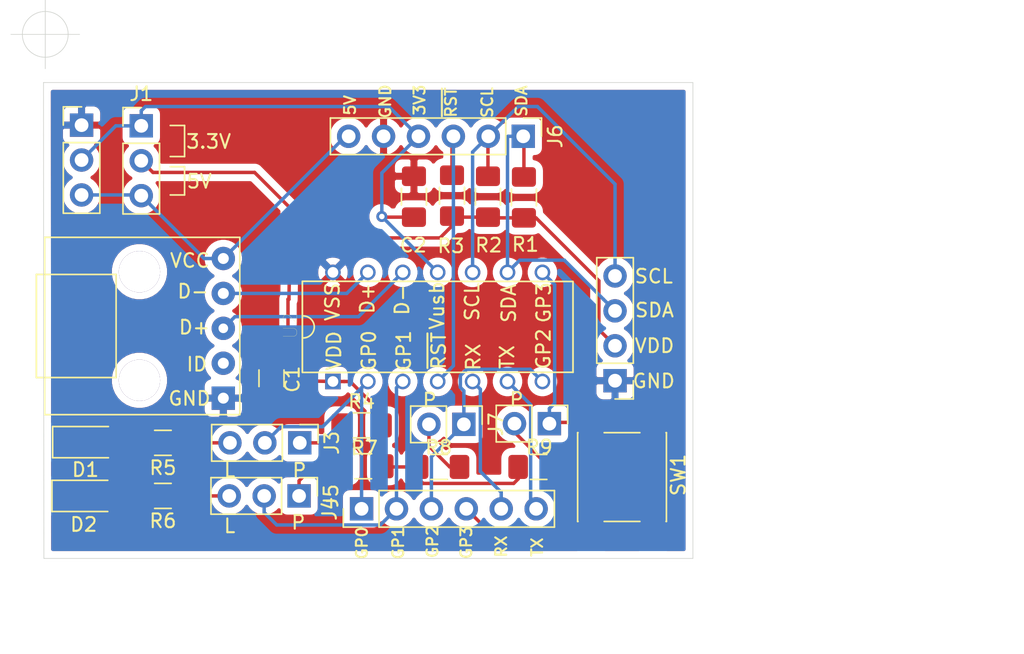
<source format=kicad_pcb>
(kicad_pcb (version 20171130) (host pcbnew 5.1.5-5.1.5)

  (general
    (thickness 1.6)
    (drawings 35)
    (tracks 140)
    (zones 0)
    (modules 25)
    (nets 25)
  )

  (page A4)
  (layers
    (0 F.Cu signal)
    (31 B.Cu signal)
    (32 B.Adhes user)
    (33 F.Adhes user)
    (34 B.Paste user)
    (35 F.Paste user)
    (36 B.SilkS user)
    (37 F.SilkS user)
    (38 B.Mask user)
    (39 F.Mask user)
    (40 Dwgs.User user)
    (41 Cmts.User user)
    (42 Eco1.User user)
    (43 Eco2.User user)
    (44 Edge.Cuts user)
    (45 Margin user)
    (46 B.CrtYd user)
    (47 F.CrtYd user)
    (48 B.Fab user)
    (49 F.Fab user)
  )

  (setup
    (last_trace_width 0.25)
    (trace_clearance 0.2)
    (zone_clearance 0.508)
    (zone_45_only no)
    (trace_min 0.2)
    (via_size 0.8)
    (via_drill 0.4)
    (via_min_size 0.4)
    (via_min_drill 0.3)
    (uvia_size 0.3)
    (uvia_drill 0.1)
    (uvias_allowed no)
    (uvia_min_size 0.2)
    (uvia_min_drill 0.1)
    (edge_width 0.05)
    (segment_width 0.2)
    (pcb_text_width 0.3)
    (pcb_text_size 1.5 1.5)
    (mod_edge_width 0.12)
    (mod_text_size 1 1)
    (mod_text_width 0.15)
    (pad_size 1.524 1.524)
    (pad_drill 0.762)
    (pad_to_mask_clearance 0.051)
    (solder_mask_min_width 0.25)
    (aux_axis_origin 80.0862 41.8592)
    (visible_elements FFFFFF7F)
    (pcbplotparams
      (layerselection 0x010fc_ffffffff)
      (usegerberextensions false)
      (usegerberattributes false)
      (usegerberadvancedattributes false)
      (creategerberjobfile false)
      (excludeedgelayer true)
      (linewidth 0.100000)
      (plotframeref false)
      (viasonmask false)
      (mode 1)
      (useauxorigin false)
      (hpglpennumber 1)
      (hpglpenspeed 20)
      (hpglpendiameter 15.000000)
      (psnegative false)
      (psa4output false)
      (plotreference true)
      (plotvalue true)
      (plotinvisibletext false)
      (padsonsilk false)
      (subtractmaskfromsilk false)
      (outputformat 1)
      (mirror false)
      (drillshape 1)
      (scaleselection 1)
      (outputdirectory ""))
  )

  (net 0 "")
  (net 1 GND)
  (net 2 /VDD)
  (net 3 "Net-(D1-Pad2)")
  (net 4 "Net-(D2-Pad2)")
  (net 5 /~RST~)
  (net 6 /TX)
  (net 7 /RX)
  (net 8 /GP3)
  (net 9 /GP2)
  (net 10 /GP1)
  (net 11 /GP0)
  (net 12 /SCL)
  (net 13 /SDA)
  (net 14 /USB-D+)
  (net 15 /USB-D-)
  (net 16 "Net-(USB1-Pad2)")
  (net 17 /3.3V)
  (net 18 /5V)
  (net 19 "Net-(J3-Pad3)")
  (net 20 "Net-(J3-Pad1)")
  (net 21 "Net-(J5-Pad3)")
  (net 22 "Net-(J5-Pad1)")
  (net 23 "Net-(J7-Pad2)")
  (net 24 "Net-(J8-Pad2)")

  (net_class Default "Dies ist die voreingestellte Netzklasse."
    (clearance 0.2)
    (trace_width 0.25)
    (via_dia 0.8)
    (via_drill 0.4)
    (uvia_dia 0.3)
    (uvia_drill 0.1)
    (add_net /3.3V)
    (add_net /5V)
    (add_net /GP0)
    (add_net /GP1)
    (add_net /GP2)
    (add_net /GP3)
    (add_net /RX)
    (add_net /SCL)
    (add_net /SDA)
    (add_net /TX)
    (add_net /USB-D+)
    (add_net /USB-D-)
    (add_net /VDD)
    (add_net /~RST~)
    (add_net GND)
    (add_net "Net-(D1-Pad2)")
    (add_net "Net-(D2-Pad2)")
    (add_net "Net-(J3-Pad1)")
    (add_net "Net-(J3-Pad3)")
    (add_net "Net-(J5-Pad1)")
    (add_net "Net-(J5-Pad3)")
    (add_net "Net-(J7-Pad2)")
    (add_net "Net-(J8-Pad2)")
    (add_net "Net-(USB1-Pad2)")
  )

  (module user:MCP2221 (layer F.Cu) (tedit 5E901ACF) (tstamp 5E69104C)
    (at 92.964 64.8462 90)
    (path /5E4B84A8)
    (fp_text reference U2 (at 0.08382 -10.71118 90) (layer F.SilkS)
      (effects (font (size 1 1) (thickness 0.015)))
    )
    (fp_text value MCP2221 (at 0.127 10.795 90) (layer F.Fab)
      (effects (font (size 1 1) (thickness 0.015)))
    )
    (fp_line (start 3.32232 -9.84758) (end 3.30708 9.8298) (layer F.SilkS) (width 0.12))
    (fp_line (start -3.30962 -9.83742) (end -3.29946 9.84758) (layer F.SilkS) (width 0.12))
    (fp_line (start -3.3 -9.845) (end 3.3 -9.845) (layer F.Fab) (width 0.127))
    (fp_line (start -3.3 9.845) (end 3.3 9.845) (layer F.Fab) (width 0.127))
    (fp_line (start -3.3 -9.845) (end 3.3 -9.845) (layer F.SilkS) (width 0.127))
    (fp_line (start -3.3 9.845) (end 3.3 9.845) (layer F.SilkS) (width 0.127))
    (fp_line (start -3.3 -9.845) (end -3.3 9.845) (layer F.Fab) (width 0.127))
    (fp_line (start 3.3 -9.845) (end 3.3 9.845) (layer F.Fab) (width 0.127))
    (fp_line (start 4.785 -10.095) (end -4.785 -10.095) (layer F.CrtYd) (width 0.05))
    (fp_line (start 4.785 10.095) (end -4.785 10.095) (layer F.CrtYd) (width 0.05))
    (fp_line (start 4.785 -10.095) (end 4.785 10.095) (layer F.CrtYd) (width 0.05))
    (fp_line (start -4.785 -10.095) (end -4.785 10.095) (layer F.CrtYd) (width 0.05))
    (fp_text user VDD (at -0.20574 -7.5438 90) (layer F.SilkS)
      (effects (font (size 1 1) (thickness 0.15)) (justify right))
    )
    (fp_text user VSS (at 1.82372 -7.65302 90) (layer F.SilkS)
      (effects (font (size 1 1) (thickness 0.15)))
    )
    (fp_text user GP0 (at -1.72974 -5.0038 90) (layer F.SilkS)
      (effects (font (size 1 1) (thickness 0.15)))
    )
    (fp_text user GP1 (at -1.72974 -2.4638 90) (layer F.SilkS)
      (effects (font (size 1 1) (thickness 0.15)))
    )
    (fp_text user ~RST~ (at -1.72974 0.0762 90) (layer F.SilkS)
      (effects (font (size 1 1) (thickness 0.15)))
    )
    (fp_text user RX (at -3.26898 2.59334 90) (layer F.SilkS)
      (effects (font (size 1 1) (thickness 0.15)) (justify left))
    )
    (fp_text user TX (at -3.1496 5.05206 90) (layer F.SilkS)
      (effects (font (size 1 1) (thickness 0.15)) (justify left))
    )
    (fp_text user GP2 (at -1.60274 7.6962 90) (layer F.SilkS)
      (effects (font (size 1 1) (thickness 0.15)))
    )
    (fp_text user D+ (at 3.29184 -5.1181 90) (layer F.SilkS)
      (effects (font (size 1 1) (thickness 0.15)) (justify right))
    )
    (fp_text user D- (at 3.19024 -2.59334 90) (layer F.SilkS)
      (effects (font (size 1 1) (thickness 0.15)) (justify right))
    )
    (fp_text user Vusb (at 3.39344 -0.0508 90) (layer F.SilkS)
      (effects (font (size 1 1) (thickness 0.15)) (justify right))
    )
    (fp_text user SCL (at 1.82372 2.50698 90) (layer F.SilkS)
      (effects (font (size 1 1) (thickness 0.15)))
    )
    (fp_text user SDA (at 3.22072 5.17398 90) (layer F.SilkS)
      (effects (font (size 1 1) (thickness 0.15)) (justify right))
    )
    (fp_text user GP3 (at 3.34772 7.71398 90) (layer F.SilkS)
      (effects (font (size 1 1) (thickness 0.15)) (justify right))
    )
    (fp_arc (start 0 -9.779) (end -0.8 -9.779) (angle -180) (layer F.SilkS) (width 0.12))
    (pad 1 thru_hole rect (at -3.97 -7.62 90) (size 1.13 1.13) (drill 0.78) (layers *.Cu *.Mask)
      (net 2 /VDD))
    (pad 2 thru_hole circle (at -3.97 -5.08 90) (size 1.13 1.13) (drill 0.78) (layers *.Cu *.Mask)
      (net 11 /GP0))
    (pad 3 thru_hole circle (at -3.97 -2.54 90) (size 1.13 1.13) (drill 0.78) (layers *.Cu *.Mask)
      (net 10 /GP1))
    (pad 4 thru_hole circle (at -3.97 0 90) (size 1.13 1.13) (drill 0.78) (layers *.Cu *.Mask)
      (net 5 /~RST~))
    (pad 5 thru_hole circle (at -3.97 2.54 90) (size 1.13 1.13) (drill 0.78) (layers *.Cu *.Mask)
      (net 7 /RX))
    (pad 6 thru_hole circle (at -3.97 5.08 90) (size 1.13 1.13) (drill 0.78) (layers *.Cu *.Mask)
      (net 6 /TX))
    (pad 7 thru_hole circle (at -3.97 7.62 90) (size 1.13 1.13) (drill 0.78) (layers *.Cu *.Mask)
      (net 9 /GP2))
    (pad 8 thru_hole circle (at 3.97 7.62 90) (size 1.13 1.13) (drill 0.78) (layers *.Cu *.Mask)
      (net 8 /GP3))
    (pad 9 thru_hole circle (at 3.97 5.08 90) (size 1.13 1.13) (drill 0.78) (layers *.Cu *.Mask)
      (net 13 /SDA))
    (pad 10 thru_hole circle (at 3.97 2.54 90) (size 1.13 1.13) (drill 0.78) (layers *.Cu *.Mask)
      (net 12 /SCL))
    (pad 11 thru_hole circle (at 3.97 0 90) (size 1.13 1.13) (drill 0.78) (layers *.Cu *.Mask)
      (net 17 /3.3V))
    (pad 12 thru_hole circle (at 3.97 -2.54 90) (size 1.13 1.13) (drill 0.78) (layers *.Cu *.Mask)
      (net 15 /USB-D-))
    (pad 13 thru_hole circle (at 3.97 -5.08 90) (size 1.13 1.13) (drill 0.78) (layers *.Cu *.Mask)
      (net 14 /USB-D+))
    (pad 14 thru_hole circle (at 3.97 -7.62 90) (size 1.13 1.13) (drill 0.78) (layers *.Cu *.Mask)
      (net 1 GND))
  )

  (module Button_Switch_SMD:SW_Push_1P1T_NO_6x6mm_H9.5mm (layer F.Cu) (tedit 5CA1CA7F) (tstamp 5E690FF9)
    (at 106.3752 75.7682 90)
    (descr "tactile push button, 6x6mm e.g. PTS645xx series, height=9.5mm")
    (tags "tact sw push 6mm smd")
    (path /5E6B4B53)
    (attr smd)
    (fp_text reference SW1 (at 0.1524 4.0894 90) (layer F.SilkS)
      (effects (font (size 1 1) (thickness 0.15)))
    )
    (fp_text value SW_Push (at 0 4.15 90) (layer F.Fab)
      (effects (font (size 1 1) (thickness 0.15)))
    )
    (fp_circle (center 0 0) (end 1.75 -0.05) (layer F.Fab) (width 0.1))
    (fp_line (start -3.23 3.23) (end 3.23 3.23) (layer F.SilkS) (width 0.12))
    (fp_line (start -3.23 -1.3) (end -3.23 1.3) (layer F.SilkS) (width 0.12))
    (fp_line (start -3.23 -3.23) (end 3.23 -3.23) (layer F.SilkS) (width 0.12))
    (fp_line (start 3.23 -1.3) (end 3.23 1.3) (layer F.SilkS) (width 0.12))
    (fp_line (start -3.23 -3.2) (end -3.23 -3.23) (layer F.SilkS) (width 0.12))
    (fp_line (start -3.23 3.23) (end -3.23 3.2) (layer F.SilkS) (width 0.12))
    (fp_line (start 3.23 3.23) (end 3.23 3.2) (layer F.SilkS) (width 0.12))
    (fp_line (start 3.23 -3.23) (end 3.23 -3.2) (layer F.SilkS) (width 0.12))
    (fp_line (start -5 -3.25) (end 5 -3.25) (layer F.CrtYd) (width 0.05))
    (fp_line (start -5 3.25) (end 5 3.25) (layer F.CrtYd) (width 0.05))
    (fp_line (start -5 -3.25) (end -5 3.25) (layer F.CrtYd) (width 0.05))
    (fp_line (start 5 3.25) (end 5 -3.25) (layer F.CrtYd) (width 0.05))
    (fp_line (start 3 -3) (end -3 -3) (layer F.Fab) (width 0.1))
    (fp_line (start 3 3) (end 3 -3) (layer F.Fab) (width 0.1))
    (fp_line (start -3 3) (end 3 3) (layer F.Fab) (width 0.1))
    (fp_line (start -3 -3) (end -3 3) (layer F.Fab) (width 0.1))
    (fp_text user %R (at 0 -4.05 90) (layer F.Fab)
      (effects (font (size 1 1) (thickness 0.15)))
    )
    (pad 2 smd rect (at 3.975 2.25 90) (size 1.55 1.3) (layers F.Cu F.Paste F.Mask)
      (net 1 GND))
    (pad 1 smd rect (at 3.975 -2.25 90) (size 1.55 1.3) (layers F.Cu F.Paste F.Mask)
      (net 8 /GP3))
    (pad 1 smd rect (at -3.975 -2.25 90) (size 1.55 1.3) (layers F.Cu F.Paste F.Mask)
      (net 8 /GP3))
    (pad 2 smd rect (at -3.975 2.25 90) (size 1.55 1.3) (layers F.Cu F.Paste F.Mask)
      (net 1 GND))
    (model ${KISYS3DMOD}/Button_Switch_SMD.3dshapes/SW_PUSH_6mm_H9.5mm.wrl
      (at (xyz 0 0 0))
      (scale (xyz 1 1 1))
      (rotate (xyz 0 0 0))
    )
  )

  (module Resistor_SMD:R_1206_3216Metric_Pad1.42x1.75mm_HandSolder (layer F.Cu) (tedit 5B301BBD) (tstamp 5E690FDB)
    (at 100.3046 75.0316 180)
    (descr "Resistor SMD 1206 (3216 Metric), square (rectangular) end terminal, IPC_7351 nominal with elongated pad for handsoldering. (Body size source: http://www.tortai-tech.com/upload/download/2011102023233369053.pdf), generated with kicad-footprint-generator")
    (tags "resistor handsolder")
    (path /5E694F18)
    (attr smd)
    (fp_text reference R9 (at -0.0508 1.4478 180) (layer F.SilkS)
      (effects (font (size 1 1) (thickness 0.15)))
    )
    (fp_text value 4.7K (at 0 1.82) (layer F.Fab)
      (effects (font (size 1 1) (thickness 0.15)))
    )
    (fp_text user %R (at 0 0) (layer F.Fab)
      (effects (font (size 0.8 0.8) (thickness 0.12)))
    )
    (fp_line (start 2.45 1.12) (end -2.45 1.12) (layer F.CrtYd) (width 0.05))
    (fp_line (start 2.45 -1.12) (end 2.45 1.12) (layer F.CrtYd) (width 0.05))
    (fp_line (start -2.45 -1.12) (end 2.45 -1.12) (layer F.CrtYd) (width 0.05))
    (fp_line (start -2.45 1.12) (end -2.45 -1.12) (layer F.CrtYd) (width 0.05))
    (fp_line (start -0.602064 0.91) (end 0.602064 0.91) (layer F.SilkS) (width 0.12))
    (fp_line (start -0.602064 -0.91) (end 0.602064 -0.91) (layer F.SilkS) (width 0.12))
    (fp_line (start 1.6 0.8) (end -1.6 0.8) (layer F.Fab) (width 0.1))
    (fp_line (start 1.6 -0.8) (end 1.6 0.8) (layer F.Fab) (width 0.1))
    (fp_line (start -1.6 -0.8) (end 1.6 -0.8) (layer F.Fab) (width 0.1))
    (fp_line (start -1.6 0.8) (end -1.6 -0.8) (layer F.Fab) (width 0.1))
    (pad 2 smd roundrect (at 1.4875 0 180) (size 1.425 1.75) (layers F.Cu F.Paste F.Mask) (roundrect_rratio 0.175439)
      (net 2 /VDD))
    (pad 1 smd roundrect (at -1.4875 0 180) (size 1.425 1.75) (layers F.Cu F.Paste F.Mask) (roundrect_rratio 0.175439)
      (net 24 "Net-(J8-Pad2)"))
    (model ${KISYS3DMOD}/Resistor_SMD.3dshapes/R_1206_3216Metric.wrl
      (at (xyz 0 0 0))
      (scale (xyz 1 1 1))
      (rotate (xyz 0 0 0))
    )
  )

  (module Resistor_SMD:R_1206_3216Metric_Pad1.42x1.75mm_HandSolder (layer F.Cu) (tedit 5B301BBD) (tstamp 5E690FC4)
    (at 93.0656 75.0316)
    (descr "Resistor SMD 1206 (3216 Metric), square (rectangular) end terminal, IPC_7351 nominal with elongated pad for handsoldering. (Body size source: http://www.tortai-tech.com/upload/download/2011102023233369053.pdf), generated with kicad-footprint-generator")
    (tags "resistor handsolder")
    (path /5E694F0E)
    (attr smd)
    (fp_text reference R8 (at -0.0254 -1.4224 180) (layer F.SilkS)
      (effects (font (size 1 1) (thickness 0.15)))
    )
    (fp_text value 4.7K (at 0 1.82) (layer F.Fab)
      (effects (font (size 1 1) (thickness 0.15)))
    )
    (fp_text user %R (at 0 0) (layer F.Fab)
      (effects (font (size 0.8 0.8) (thickness 0.12)))
    )
    (fp_line (start 2.45 1.12) (end -2.45 1.12) (layer F.CrtYd) (width 0.05))
    (fp_line (start 2.45 -1.12) (end 2.45 1.12) (layer F.CrtYd) (width 0.05))
    (fp_line (start -2.45 -1.12) (end 2.45 -1.12) (layer F.CrtYd) (width 0.05))
    (fp_line (start -2.45 1.12) (end -2.45 -1.12) (layer F.CrtYd) (width 0.05))
    (fp_line (start -0.602064 0.91) (end 0.602064 0.91) (layer F.SilkS) (width 0.12))
    (fp_line (start -0.602064 -0.91) (end 0.602064 -0.91) (layer F.SilkS) (width 0.12))
    (fp_line (start 1.6 0.8) (end -1.6 0.8) (layer F.Fab) (width 0.1))
    (fp_line (start 1.6 -0.8) (end 1.6 0.8) (layer F.Fab) (width 0.1))
    (fp_line (start -1.6 -0.8) (end 1.6 -0.8) (layer F.Fab) (width 0.1))
    (fp_line (start -1.6 0.8) (end -1.6 -0.8) (layer F.Fab) (width 0.1))
    (pad 2 smd roundrect (at 1.4875 0) (size 1.425 1.75) (layers F.Cu F.Paste F.Mask) (roundrect_rratio 0.175439)
      (net 23 "Net-(J7-Pad2)"))
    (pad 1 smd roundrect (at -1.4875 0) (size 1.425 1.75) (layers F.Cu F.Paste F.Mask) (roundrect_rratio 0.175439)
      (net 2 /VDD))
    (model ${KISYS3DMOD}/Resistor_SMD.3dshapes/R_1206_3216Metric.wrl
      (at (xyz 0 0 0))
      (scale (xyz 1 1 1))
      (rotate (xyz 0 0 0))
    )
  )

  (module Resistor_SMD:R_1206_3216Metric_Pad1.42x1.75mm_HandSolder (layer F.Cu) (tedit 5B301BBD) (tstamp 5E690FAD)
    (at 87.5538 74.9808)
    (descr "Resistor SMD 1206 (3216 Metric), square (rectangular) end terminal, IPC_7351 nominal with elongated pad for handsoldering. (Body size source: http://www.tortai-tech.com/upload/download/2011102023233369053.pdf), generated with kicad-footprint-generator")
    (tags "resistor handsolder")
    (path /5E69FA5B)
    (attr smd)
    (fp_text reference R7 (at 0.0762 -1.3208 180) (layer F.SilkS)
      (effects (font (size 1 1) (thickness 0.15)))
    )
    (fp_text value 4.7K (at 0 1.82) (layer F.Fab)
      (effects (font (size 1 1) (thickness 0.15)))
    )
    (fp_text user %R (at 0 0) (layer F.Fab)
      (effects (font (size 0.8 0.8) (thickness 0.12)))
    )
    (fp_line (start 2.45 1.12) (end -2.45 1.12) (layer F.CrtYd) (width 0.05))
    (fp_line (start 2.45 -1.12) (end 2.45 1.12) (layer F.CrtYd) (width 0.05))
    (fp_line (start -2.45 -1.12) (end 2.45 -1.12) (layer F.CrtYd) (width 0.05))
    (fp_line (start -2.45 1.12) (end -2.45 -1.12) (layer F.CrtYd) (width 0.05))
    (fp_line (start -0.602064 0.91) (end 0.602064 0.91) (layer F.SilkS) (width 0.12))
    (fp_line (start -0.602064 -0.91) (end 0.602064 -0.91) (layer F.SilkS) (width 0.12))
    (fp_line (start 1.6 0.8) (end -1.6 0.8) (layer F.Fab) (width 0.1))
    (fp_line (start 1.6 -0.8) (end 1.6 0.8) (layer F.Fab) (width 0.1))
    (fp_line (start -1.6 -0.8) (end 1.6 -0.8) (layer F.Fab) (width 0.1))
    (fp_line (start -1.6 0.8) (end -1.6 -0.8) (layer F.Fab) (width 0.1))
    (pad 2 smd roundrect (at 1.4875 0) (size 1.425 1.75) (layers F.Cu F.Paste F.Mask) (roundrect_rratio 0.175439)
      (net 2 /VDD))
    (pad 1 smd roundrect (at -1.4875 0) (size 1.425 1.75) (layers F.Cu F.Paste F.Mask) (roundrect_rratio 0.175439)
      (net 22 "Net-(J5-Pad1)"))
    (model ${KISYS3DMOD}/Resistor_SMD.3dshapes/R_1206_3216Metric.wrl
      (at (xyz 0 0 0))
      (scale (xyz 1 1 1))
      (rotate (xyz 0 0 0))
    )
  )

  (module Resistor_SMD:R_1206_3216Metric_Pad1.42x1.75mm_HandSolder (layer F.Cu) (tedit 5B301BBD) (tstamp 5E690F96)
    (at 72.9742 77.1398 180)
    (descr "Resistor SMD 1206 (3216 Metric), square (rectangular) end terminal, IPC_7351 nominal with elongated pad for handsoldering. (Body size source: http://www.tortai-tech.com/upload/download/2011102023233369053.pdf), generated with kicad-footprint-generator")
    (tags "resistor handsolder")
    (path /5E4CBA0F)
    (attr smd)
    (fp_text reference R6 (at 0 -1.82) (layer F.SilkS)
      (effects (font (size 1 1) (thickness 0.15)))
    )
    (fp_text value 1K (at 0 1.82) (layer F.Fab)
      (effects (font (size 1 1) (thickness 0.15)))
    )
    (fp_text user %R (at 0 0) (layer F.Fab)
      (effects (font (size 0.8 0.8) (thickness 0.12)))
    )
    (fp_line (start 2.45 1.12) (end -2.45 1.12) (layer F.CrtYd) (width 0.05))
    (fp_line (start 2.45 -1.12) (end 2.45 1.12) (layer F.CrtYd) (width 0.05))
    (fp_line (start -2.45 -1.12) (end 2.45 -1.12) (layer F.CrtYd) (width 0.05))
    (fp_line (start -2.45 1.12) (end -2.45 -1.12) (layer F.CrtYd) (width 0.05))
    (fp_line (start -0.602064 0.91) (end 0.602064 0.91) (layer F.SilkS) (width 0.12))
    (fp_line (start -0.602064 -0.91) (end 0.602064 -0.91) (layer F.SilkS) (width 0.12))
    (fp_line (start 1.6 0.8) (end -1.6 0.8) (layer F.Fab) (width 0.1))
    (fp_line (start 1.6 -0.8) (end 1.6 0.8) (layer F.Fab) (width 0.1))
    (fp_line (start -1.6 -0.8) (end 1.6 -0.8) (layer F.Fab) (width 0.1))
    (fp_line (start -1.6 0.8) (end -1.6 -0.8) (layer F.Fab) (width 0.1))
    (pad 2 smd roundrect (at 1.4875 0 180) (size 1.425 1.75) (layers F.Cu F.Paste F.Mask) (roundrect_rratio 0.175439)
      (net 4 "Net-(D2-Pad2)"))
    (pad 1 smd roundrect (at -1.4875 0 180) (size 1.425 1.75) (layers F.Cu F.Paste F.Mask) (roundrect_rratio 0.175439)
      (net 21 "Net-(J5-Pad3)"))
    (model ${KISYS3DMOD}/Resistor_SMD.3dshapes/R_1206_3216Metric.wrl
      (at (xyz 0 0 0))
      (scale (xyz 1 1 1))
      (rotate (xyz 0 0 0))
    )
  )

  (module Resistor_SMD:R_1206_3216Metric_Pad1.42x1.75mm_HandSolder (layer F.Cu) (tedit 5B301BBD) (tstamp 5E690F7F)
    (at 72.9742 73.279 180)
    (descr "Resistor SMD 1206 (3216 Metric), square (rectangular) end terminal, IPC_7351 nominal with elongated pad for handsoldering. (Body size source: http://www.tortai-tech.com/upload/download/2011102023233369053.pdf), generated with kicad-footprint-generator")
    (tags "resistor handsolder")
    (path /5E4CB85B)
    (attr smd)
    (fp_text reference R5 (at 0 -1.82) (layer F.SilkS)
      (effects (font (size 1 1) (thickness 0.15)))
    )
    (fp_text value 1K (at 0 1.82) (layer F.Fab)
      (effects (font (size 1 1) (thickness 0.15)))
    )
    (fp_text user %R (at 0 0) (layer F.Fab)
      (effects (font (size 0.8 0.8) (thickness 0.12)))
    )
    (fp_line (start 2.45 1.12) (end -2.45 1.12) (layer F.CrtYd) (width 0.05))
    (fp_line (start 2.45 -1.12) (end 2.45 1.12) (layer F.CrtYd) (width 0.05))
    (fp_line (start -2.45 -1.12) (end 2.45 -1.12) (layer F.CrtYd) (width 0.05))
    (fp_line (start -2.45 1.12) (end -2.45 -1.12) (layer F.CrtYd) (width 0.05))
    (fp_line (start -0.602064 0.91) (end 0.602064 0.91) (layer F.SilkS) (width 0.12))
    (fp_line (start -0.602064 -0.91) (end 0.602064 -0.91) (layer F.SilkS) (width 0.12))
    (fp_line (start 1.6 0.8) (end -1.6 0.8) (layer F.Fab) (width 0.1))
    (fp_line (start 1.6 -0.8) (end 1.6 0.8) (layer F.Fab) (width 0.1))
    (fp_line (start -1.6 -0.8) (end 1.6 -0.8) (layer F.Fab) (width 0.1))
    (fp_line (start -1.6 0.8) (end -1.6 -0.8) (layer F.Fab) (width 0.1))
    (pad 2 smd roundrect (at 1.4875 0 180) (size 1.425 1.75) (layers F.Cu F.Paste F.Mask) (roundrect_rratio 0.175439)
      (net 3 "Net-(D1-Pad2)"))
    (pad 1 smd roundrect (at -1.4875 0 180) (size 1.425 1.75) (layers F.Cu F.Paste F.Mask) (roundrect_rratio 0.175439)
      (net 19 "Net-(J3-Pad3)"))
    (model ${KISYS3DMOD}/Resistor_SMD.3dshapes/R_1206_3216Metric.wrl
      (at (xyz 0 0 0))
      (scale (xyz 1 1 1))
      (rotate (xyz 0 0 0))
    )
  )

  (module Resistor_SMD:R_1206_3216Metric_Pad1.42x1.75mm_HandSolder (layer F.Cu) (tedit 5B301BBD) (tstamp 5E690F68)
    (at 87.4268 72.009 180)
    (descr "Resistor SMD 1206 (3216 Metric), square (rectangular) end terminal, IPC_7351 nominal with elongated pad for handsoldering. (Body size source: http://www.tortai-tech.com/upload/download/2011102023233369053.pdf), generated with kicad-footprint-generator")
    (tags "resistor handsolder")
    (path /5E69F0CA)
    (attr smd)
    (fp_text reference R4 (at 0 1.7272 180) (layer F.SilkS)
      (effects (font (size 1 1) (thickness 0.15)))
    )
    (fp_text value 4.7K (at 0 1.82) (layer F.Fab)
      (effects (font (size 1 1) (thickness 0.15)))
    )
    (fp_text user %R (at 0 0) (layer F.Fab)
      (effects (font (size 0.8 0.8) (thickness 0.12)))
    )
    (fp_line (start 2.45 1.12) (end -2.45 1.12) (layer F.CrtYd) (width 0.05))
    (fp_line (start 2.45 -1.12) (end 2.45 1.12) (layer F.CrtYd) (width 0.05))
    (fp_line (start -2.45 -1.12) (end 2.45 -1.12) (layer F.CrtYd) (width 0.05))
    (fp_line (start -2.45 1.12) (end -2.45 -1.12) (layer F.CrtYd) (width 0.05))
    (fp_line (start -0.602064 0.91) (end 0.602064 0.91) (layer F.SilkS) (width 0.12))
    (fp_line (start -0.602064 -0.91) (end 0.602064 -0.91) (layer F.SilkS) (width 0.12))
    (fp_line (start 1.6 0.8) (end -1.6 0.8) (layer F.Fab) (width 0.1))
    (fp_line (start 1.6 -0.8) (end 1.6 0.8) (layer F.Fab) (width 0.1))
    (fp_line (start -1.6 -0.8) (end 1.6 -0.8) (layer F.Fab) (width 0.1))
    (fp_line (start -1.6 0.8) (end -1.6 -0.8) (layer F.Fab) (width 0.1))
    (pad 2 smd roundrect (at 1.4875 0 180) (size 1.425 1.75) (layers F.Cu F.Paste F.Mask) (roundrect_rratio 0.175439)
      (net 20 "Net-(J3-Pad1)"))
    (pad 1 smd roundrect (at -1.4875 0 180) (size 1.425 1.75) (layers F.Cu F.Paste F.Mask) (roundrect_rratio 0.175439)
      (net 2 /VDD))
    (model ${KISYS3DMOD}/Resistor_SMD.3dshapes/R_1206_3216Metric.wrl
      (at (xyz 0 0 0))
      (scale (xyz 1 1 1))
      (rotate (xyz 0 0 0))
    )
  )

  (module Resistor_SMD:R_1206_3216Metric_Pad1.42x1.75mm_HandSolder (layer F.Cu) (tedit 5B301BBD) (tstamp 5E690F51)
    (at 94.0054 55.2958 270)
    (descr "Resistor SMD 1206 (3216 Metric), square (rectangular) end terminal, IPC_7351 nominal with elongated pad for handsoldering. (Body size source: http://www.tortai-tech.com/upload/download/2011102023233369053.pdf), generated with kicad-footprint-generator")
    (tags "resistor handsolder")
    (path /5E4E6BB4)
    (attr smd)
    (fp_text reference R3 (at 3.6576 0.0762 180) (layer F.SilkS)
      (effects (font (size 1 1) (thickness 0.15)))
    )
    (fp_text value 10K (at 0 1.82 90) (layer F.Fab)
      (effects (font (size 1 1) (thickness 0.15)))
    )
    (fp_text user %R (at 0 0 90) (layer F.Fab)
      (effects (font (size 0.8 0.8) (thickness 0.12)))
    )
    (fp_line (start 2.45 1.12) (end -2.45 1.12) (layer F.CrtYd) (width 0.05))
    (fp_line (start 2.45 -1.12) (end 2.45 1.12) (layer F.CrtYd) (width 0.05))
    (fp_line (start -2.45 -1.12) (end 2.45 -1.12) (layer F.CrtYd) (width 0.05))
    (fp_line (start -2.45 1.12) (end -2.45 -1.12) (layer F.CrtYd) (width 0.05))
    (fp_line (start -0.602064 0.91) (end 0.602064 0.91) (layer F.SilkS) (width 0.12))
    (fp_line (start -0.602064 -0.91) (end 0.602064 -0.91) (layer F.SilkS) (width 0.12))
    (fp_line (start 1.6 0.8) (end -1.6 0.8) (layer F.Fab) (width 0.1))
    (fp_line (start 1.6 -0.8) (end 1.6 0.8) (layer F.Fab) (width 0.1))
    (fp_line (start -1.6 -0.8) (end 1.6 -0.8) (layer F.Fab) (width 0.1))
    (fp_line (start -1.6 0.8) (end -1.6 -0.8) (layer F.Fab) (width 0.1))
    (pad 2 smd roundrect (at 1.4875 0 270) (size 1.425 1.75) (layers F.Cu F.Paste F.Mask) (roundrect_rratio 0.175439)
      (net 2 /VDD))
    (pad 1 smd roundrect (at -1.4875 0 270) (size 1.425 1.75) (layers F.Cu F.Paste F.Mask) (roundrect_rratio 0.175439)
      (net 5 /~RST~))
    (model ${KISYS3DMOD}/Resistor_SMD.3dshapes/R_1206_3216Metric.wrl
      (at (xyz 0 0 0))
      (scale (xyz 1 1 1))
      (rotate (xyz 0 0 0))
    )
  )

  (module Resistor_SMD:R_1206_3216Metric_Pad1.42x1.75mm_HandSolder (layer F.Cu) (tedit 5B301BBD) (tstamp 5E690F3A)
    (at 96.6216 55.372 90)
    (descr "Resistor SMD 1206 (3216 Metric), square (rectangular) end terminal, IPC_7351 nominal with elongated pad for handsoldering. (Body size source: http://www.tortai-tech.com/upload/download/2011102023233369053.pdf), generated with kicad-footprint-generator")
    (tags "resistor handsolder")
    (path /5E4C2B00)
    (attr smd)
    (fp_text reference R2 (at -3.5306 0.0508 180) (layer F.SilkS)
      (effects (font (size 1 1) (thickness 0.15)))
    )
    (fp_text value 2.2K (at 0 1.82 90) (layer F.Fab)
      (effects (font (size 1 1) (thickness 0.15)))
    )
    (fp_text user %R (at 0 0 90) (layer F.Fab)
      (effects (font (size 0.8 0.8) (thickness 0.12)))
    )
    (fp_line (start 2.45 1.12) (end -2.45 1.12) (layer F.CrtYd) (width 0.05))
    (fp_line (start 2.45 -1.12) (end 2.45 1.12) (layer F.CrtYd) (width 0.05))
    (fp_line (start -2.45 -1.12) (end 2.45 -1.12) (layer F.CrtYd) (width 0.05))
    (fp_line (start -2.45 1.12) (end -2.45 -1.12) (layer F.CrtYd) (width 0.05))
    (fp_line (start -0.602064 0.91) (end 0.602064 0.91) (layer F.SilkS) (width 0.12))
    (fp_line (start -0.602064 -0.91) (end 0.602064 -0.91) (layer F.SilkS) (width 0.12))
    (fp_line (start 1.6 0.8) (end -1.6 0.8) (layer F.Fab) (width 0.1))
    (fp_line (start 1.6 -0.8) (end 1.6 0.8) (layer F.Fab) (width 0.1))
    (fp_line (start -1.6 -0.8) (end 1.6 -0.8) (layer F.Fab) (width 0.1))
    (fp_line (start -1.6 0.8) (end -1.6 -0.8) (layer F.Fab) (width 0.1))
    (pad 2 smd roundrect (at 1.4875 0 90) (size 1.425 1.75) (layers F.Cu F.Paste F.Mask) (roundrect_rratio 0.175439)
      (net 12 /SCL))
    (pad 1 smd roundrect (at -1.4875 0 90) (size 1.425 1.75) (layers F.Cu F.Paste F.Mask) (roundrect_rratio 0.175439)
      (net 2 /VDD))
    (model ${KISYS3DMOD}/Resistor_SMD.3dshapes/R_1206_3216Metric.wrl
      (at (xyz 0 0 0))
      (scale (xyz 1 1 1))
      (rotate (xyz 0 0 0))
    )
  )

  (module Resistor_SMD:R_1206_3216Metric_Pad1.42x1.75mm_HandSolder (layer F.Cu) (tedit 5B301BBD) (tstamp 5E690F23)
    (at 99.2378 55.4228 90)
    (descr "Resistor SMD 1206 (3216 Metric), square (rectangular) end terminal, IPC_7351 nominal with elongated pad for handsoldering. (Body size source: http://www.tortai-tech.com/upload/download/2011102023233369053.pdf), generated with kicad-footprint-generator")
    (tags "resistor handsolder")
    (path /5E4C2101)
    (attr smd)
    (fp_text reference R1 (at -3.429 0.1016 180) (layer F.SilkS)
      (effects (font (size 1 1) (thickness 0.15)))
    )
    (fp_text value 2.2k (at 0 1.82 90) (layer F.Fab)
      (effects (font (size 1 1) (thickness 0.15)))
    )
    (fp_text user %R (at 0 0 90) (layer F.Fab)
      (effects (font (size 0.8 0.8) (thickness 0.12)))
    )
    (fp_line (start 2.45 1.12) (end -2.45 1.12) (layer F.CrtYd) (width 0.05))
    (fp_line (start 2.45 -1.12) (end 2.45 1.12) (layer F.CrtYd) (width 0.05))
    (fp_line (start -2.45 -1.12) (end 2.45 -1.12) (layer F.CrtYd) (width 0.05))
    (fp_line (start -2.45 1.12) (end -2.45 -1.12) (layer F.CrtYd) (width 0.05))
    (fp_line (start -0.602064 0.91) (end 0.602064 0.91) (layer F.SilkS) (width 0.12))
    (fp_line (start -0.602064 -0.91) (end 0.602064 -0.91) (layer F.SilkS) (width 0.12))
    (fp_line (start 1.6 0.8) (end -1.6 0.8) (layer F.Fab) (width 0.1))
    (fp_line (start 1.6 -0.8) (end 1.6 0.8) (layer F.Fab) (width 0.1))
    (fp_line (start -1.6 -0.8) (end 1.6 -0.8) (layer F.Fab) (width 0.1))
    (fp_line (start -1.6 0.8) (end -1.6 -0.8) (layer F.Fab) (width 0.1))
    (pad 2 smd roundrect (at 1.4875 0 90) (size 1.425 1.75) (layers F.Cu F.Paste F.Mask) (roundrect_rratio 0.175439)
      (net 13 /SDA))
    (pad 1 smd roundrect (at -1.4875 0 90) (size 1.425 1.75) (layers F.Cu F.Paste F.Mask) (roundrect_rratio 0.175439)
      (net 2 /VDD))
    (model ${KISYS3DMOD}/Resistor_SMD.3dshapes/R_1206_3216Metric.wrl
      (at (xyz 0 0 0))
      (scale (xyz 1 1 1))
      (rotate (xyz 0 0 0))
    )
  )

  (module Connector_PinHeader_2.54mm:PinHeader_1x02_P2.54mm_Vertical (layer F.Cu) (tedit 59FED5CC) (tstamp 5E8F7BD2)
    (at 101.092 71.882 270)
    (descr "Through hole straight pin header, 1x02, 2.54mm pitch, single row")
    (tags "Through hole pin header THT 1x02 2.54mm single row")
    (path /5E69E795)
    (fp_text reference J8 (at 0 -2.33 90) (layer F.SilkS) hide
      (effects (font (size 1 1) (thickness 0.15)))
    )
    (fp_text value Conn_01x02_Male (at 0 4.87 90) (layer F.Fab) hide
      (effects (font (size 1 1) (thickness 0.15)))
    )
    (fp_text user %R (at 0 1.27) (layer F.Fab) hide
      (effects (font (size 1 1) (thickness 0.15)))
    )
    (fp_line (start 1.8 -1.8) (end -1.8 -1.8) (layer F.CrtYd) (width 0.05))
    (fp_line (start 1.8 4.35) (end 1.8 -1.8) (layer F.CrtYd) (width 0.05))
    (fp_line (start -1.8 4.35) (end 1.8 4.35) (layer F.CrtYd) (width 0.05))
    (fp_line (start -1.8 -1.8) (end -1.8 4.35) (layer F.CrtYd) (width 0.05))
    (fp_line (start -1.33 -1.33) (end 0 -1.33) (layer F.SilkS) (width 0.12))
    (fp_line (start -1.33 0) (end -1.33 -1.33) (layer F.SilkS) (width 0.12))
    (fp_line (start -1.33 1.27) (end 1.33 1.27) (layer F.SilkS) (width 0.12))
    (fp_line (start 1.33 1.27) (end 1.33 3.87) (layer F.SilkS) (width 0.12))
    (fp_line (start -1.33 1.27) (end -1.33 3.87) (layer F.SilkS) (width 0.12))
    (fp_line (start -1.33 3.87) (end 1.33 3.87) (layer F.SilkS) (width 0.12))
    (fp_line (start -1.27 -0.635) (end -0.635 -1.27) (layer F.Fab) (width 0.1))
    (fp_line (start -1.27 3.81) (end -1.27 -0.635) (layer F.Fab) (width 0.1))
    (fp_line (start 1.27 3.81) (end -1.27 3.81) (layer F.Fab) (width 0.1))
    (fp_line (start 1.27 -1.27) (end 1.27 3.81) (layer F.Fab) (width 0.1))
    (fp_line (start -0.635 -1.27) (end 1.27 -1.27) (layer F.Fab) (width 0.1))
    (pad 2 thru_hole oval (at 0 2.54 270) (size 1.7 1.7) (drill 1) (layers *.Cu *.Mask)
      (net 24 "Net-(J8-Pad2)"))
    (pad 1 thru_hole rect (at 0 0 270) (size 1.7 1.7) (drill 1) (layers *.Cu *.Mask)
      (net 8 /GP3))
    (model ${KISYS3DMOD}/Connector_PinHeader_2.54mm.3dshapes/PinHeader_1x02_P2.54mm_Vertical.wrl
      (at (xyz 0 0 0))
      (scale (xyz 1 1 1))
      (rotate (xyz 0 0 0))
    )
  )

  (module Connector_PinHeader_2.54mm:PinHeader_1x02_P2.54mm_Vertical (layer F.Cu) (tedit 59FED5CC) (tstamp 5E690F0C)
    (at 94.869 71.9328 270)
    (descr "Through hole straight pin header, 1x02, 2.54mm pitch, single row")
    (tags "Through hole pin header THT 1x02 2.54mm single row")
    (path /5E69D5C0)
    (fp_text reference J7 (at 0 -2.33 90) (layer F.SilkS)
      (effects (font (size 1 1) (thickness 0.15)))
    )
    (fp_text value Conn_01x02_Male (at 0 4.87 90) (layer F.Fab)
      (effects (font (size 1 1) (thickness 0.15)))
    )
    (fp_line (start -0.635 -1.27) (end 1.27 -1.27) (layer F.Fab) (width 0.1))
    (fp_line (start 1.27 -1.27) (end 1.27 3.81) (layer F.Fab) (width 0.1))
    (fp_line (start 1.27 3.81) (end -1.27 3.81) (layer F.Fab) (width 0.1))
    (fp_line (start -1.27 3.81) (end -1.27 -0.635) (layer F.Fab) (width 0.1))
    (fp_line (start -1.27 -0.635) (end -0.635 -1.27) (layer F.Fab) (width 0.1))
    (fp_line (start -1.33 3.87) (end 1.33 3.87) (layer F.SilkS) (width 0.12))
    (fp_line (start -1.33 1.27) (end -1.33 3.87) (layer F.SilkS) (width 0.12))
    (fp_line (start 1.33 1.27) (end 1.33 3.87) (layer F.SilkS) (width 0.12))
    (fp_line (start -1.33 1.27) (end 1.33 1.27) (layer F.SilkS) (width 0.12))
    (fp_line (start -1.33 0) (end -1.33 -1.33) (layer F.SilkS) (width 0.12))
    (fp_line (start -1.33 -1.33) (end 0 -1.33) (layer F.SilkS) (width 0.12))
    (fp_line (start -1.8 -1.8) (end -1.8 4.35) (layer F.CrtYd) (width 0.05))
    (fp_line (start -1.8 4.35) (end 1.8 4.35) (layer F.CrtYd) (width 0.05))
    (fp_line (start 1.8 4.35) (end 1.8 -1.8) (layer F.CrtYd) (width 0.05))
    (fp_line (start 1.8 -1.8) (end -1.8 -1.8) (layer F.CrtYd) (width 0.05))
    (fp_text user %R (at 0 1.27) (layer F.Fab)
      (effects (font (size 1 1) (thickness 0.15)))
    )
    (pad 1 thru_hole rect (at 0 0 270) (size 1.7 1.7) (drill 1) (layers *.Cu *.Mask)
      (net 9 /GP2))
    (pad 2 thru_hole oval (at 0 2.54 270) (size 1.7 1.7) (drill 1) (layers *.Cu *.Mask)
      (net 23 "Net-(J7-Pad2)"))
    (model ${KISYS3DMOD}/Connector_PinHeader_2.54mm.3dshapes/PinHeader_1x02_P2.54mm_Vertical.wrl
      (at (xyz 0 0 0))
      (scale (xyz 1 1 1))
      (rotate (xyz 0 0 0))
    )
  )

  (module Connector_PinHeader_2.54mm:PinHeader_1x06_P2.54mm_Vertical (layer F.Cu) (tedit 59FED5CC) (tstamp 5E690EF5)
    (at 99.187 50.9778 270)
    (descr "Through hole straight pin header, 1x06, 2.54mm pitch, single row")
    (tags "Through hole pin header THT 1x06 2.54mm single row")
    (path /5E8993DF)
    (fp_text reference J6 (at 0 -2.33 90) (layer F.SilkS)
      (effects (font (size 1 1) (thickness 0.15)))
    )
    (fp_text value Conn_01x06_Male (at 0 15.03 90) (layer F.Fab)
      (effects (font (size 1 1) (thickness 0.15)))
    )
    (fp_text user %R (at 0 6.35) (layer F.Fab)
      (effects (font (size 1 1) (thickness 0.15)))
    )
    (fp_line (start 1.8 -1.8) (end -1.8 -1.8) (layer F.CrtYd) (width 0.05))
    (fp_line (start 1.8 14.5) (end 1.8 -1.8) (layer F.CrtYd) (width 0.05))
    (fp_line (start -1.8 14.5) (end 1.8 14.5) (layer F.CrtYd) (width 0.05))
    (fp_line (start -1.8 -1.8) (end -1.8 14.5) (layer F.CrtYd) (width 0.05))
    (fp_line (start -1.33 -1.33) (end 0 -1.33) (layer F.SilkS) (width 0.12))
    (fp_line (start -1.33 0) (end -1.33 -1.33) (layer F.SilkS) (width 0.12))
    (fp_line (start -1.33 1.27) (end 1.33 1.27) (layer F.SilkS) (width 0.12))
    (fp_line (start 1.33 1.27) (end 1.33 14.03) (layer F.SilkS) (width 0.12))
    (fp_line (start -1.33 1.27) (end -1.33 14.03) (layer F.SilkS) (width 0.12))
    (fp_line (start -1.33 14.03) (end 1.33 14.03) (layer F.SilkS) (width 0.12))
    (fp_line (start -1.27 -0.635) (end -0.635 -1.27) (layer F.Fab) (width 0.1))
    (fp_line (start -1.27 13.97) (end -1.27 -0.635) (layer F.Fab) (width 0.1))
    (fp_line (start 1.27 13.97) (end -1.27 13.97) (layer F.Fab) (width 0.1))
    (fp_line (start 1.27 -1.27) (end 1.27 13.97) (layer F.Fab) (width 0.1))
    (fp_line (start -0.635 -1.27) (end 1.27 -1.27) (layer F.Fab) (width 0.1))
    (pad 6 thru_hole oval (at 0 12.7 270) (size 1.7 1.7) (drill 1) (layers *.Cu *.Mask)
      (net 18 /5V))
    (pad 5 thru_hole oval (at 0 10.16 270) (size 1.7 1.7) (drill 1) (layers *.Cu *.Mask)
      (net 1 GND))
    (pad 4 thru_hole oval (at 0 7.62 270) (size 1.7 1.7) (drill 1) (layers *.Cu *.Mask)
      (net 17 /3.3V))
    (pad 3 thru_hole oval (at 0 5.08 270) (size 1.7 1.7) (drill 1) (layers *.Cu *.Mask)
      (net 5 /~RST~))
    (pad 2 thru_hole oval (at 0 2.54 270) (size 1.7 1.7) (drill 1) (layers *.Cu *.Mask)
      (net 12 /SCL))
    (pad 1 thru_hole rect (at 0 0 270) (size 1.7 1.7) (drill 1) (layers *.Cu *.Mask)
      (net 13 /SDA))
    (model ${KISYS3DMOD}/Connector_PinHeader_2.54mm.3dshapes/PinHeader_1x06_P2.54mm_Vertical.wrl
      (at (xyz 0 0 0))
      (scale (xyz 1 1 1))
      (rotate (xyz 0 0 0))
    )
  )

  (module Connector_PinHeader_2.54mm:PinHeader_1x03_P2.54mm_Vertical (layer F.Cu) (tedit 59FED5CC) (tstamp 5E690EDE)
    (at 82.8802 77.1398 270)
    (descr "Through hole straight pin header, 1x03, 2.54mm pitch, single row")
    (tags "Through hole pin header THT 1x03 2.54mm single row")
    (path /5E4CEC48)
    (fp_text reference J5 (at 0 -2.33 90) (layer F.SilkS)
      (effects (font (size 1 1) (thickness 0.15)))
    )
    (fp_text value Conn_01x03_Male (at 0 7.41 90) (layer F.Fab)
      (effects (font (size 1 1) (thickness 0.15)))
    )
    (fp_text user %R (at 0 2.54) (layer F.Fab)
      (effects (font (size 1 1) (thickness 0.15)))
    )
    (fp_line (start 1.8 -1.8) (end -1.8 -1.8) (layer F.CrtYd) (width 0.05))
    (fp_line (start 1.8 6.85) (end 1.8 -1.8) (layer F.CrtYd) (width 0.05))
    (fp_line (start -1.8 6.85) (end 1.8 6.85) (layer F.CrtYd) (width 0.05))
    (fp_line (start -1.8 -1.8) (end -1.8 6.85) (layer F.CrtYd) (width 0.05))
    (fp_line (start -1.33 -1.33) (end 0 -1.33) (layer F.SilkS) (width 0.12))
    (fp_line (start -1.33 0) (end -1.33 -1.33) (layer F.SilkS) (width 0.12))
    (fp_line (start -1.33 1.27) (end 1.33 1.27) (layer F.SilkS) (width 0.12))
    (fp_line (start 1.33 1.27) (end 1.33 6.41) (layer F.SilkS) (width 0.12))
    (fp_line (start -1.33 1.27) (end -1.33 6.41) (layer F.SilkS) (width 0.12))
    (fp_line (start -1.33 6.41) (end 1.33 6.41) (layer F.SilkS) (width 0.12))
    (fp_line (start -1.27 -0.635) (end -0.635 -1.27) (layer F.Fab) (width 0.1))
    (fp_line (start -1.27 6.35) (end -1.27 -0.635) (layer F.Fab) (width 0.1))
    (fp_line (start 1.27 6.35) (end -1.27 6.35) (layer F.Fab) (width 0.1))
    (fp_line (start 1.27 -1.27) (end 1.27 6.35) (layer F.Fab) (width 0.1))
    (fp_line (start -0.635 -1.27) (end 1.27 -1.27) (layer F.Fab) (width 0.1))
    (pad 3 thru_hole oval (at 0 5.08 270) (size 1.7 1.7) (drill 1) (layers *.Cu *.Mask)
      (net 21 "Net-(J5-Pad3)"))
    (pad 2 thru_hole oval (at 0 2.54 270) (size 1.7 1.7) (drill 1) (layers *.Cu *.Mask)
      (net 10 /GP1))
    (pad 1 thru_hole rect (at 0 0 270) (size 1.7 1.7) (drill 1) (layers *.Cu *.Mask)
      (net 22 "Net-(J5-Pad1)"))
    (model ${KISYS3DMOD}/Connector_PinHeader_2.54mm.3dshapes/PinHeader_1x03_P2.54mm_Vertical.wrl
      (at (xyz 0 0 0))
      (scale (xyz 1 1 1))
      (rotate (xyz 0 0 0))
    )
  )

  (module Connector_PinHeader_2.54mm:PinHeader_1x06_P2.54mm_Vertical (layer F.Cu) (tedit 59FED5CC) (tstamp 5E690EC6)
    (at 87.4268 78.0796 90)
    (descr "Through hole straight pin header, 1x06, 2.54mm pitch, single row")
    (tags "Through hole pin header THT 1x06 2.54mm single row")
    (path /5E4C7D71)
    (fp_text reference J4 (at 0 -2.33 90) (layer F.SilkS)
      (effects (font (size 1 1) (thickness 0.15)))
    )
    (fp_text value Conn_01x06_Male (at 0 15.03 90) (layer F.Fab)
      (effects (font (size 1 1) (thickness 0.15)))
    )
    (fp_text user %R (at 0 6.35) (layer F.Fab)
      (effects (font (size 1 1) (thickness 0.15)))
    )
    (fp_line (start 1.8 -1.8) (end -1.8 -1.8) (layer F.CrtYd) (width 0.05))
    (fp_line (start 1.8 14.5) (end 1.8 -1.8) (layer F.CrtYd) (width 0.05))
    (fp_line (start -1.8 14.5) (end 1.8 14.5) (layer F.CrtYd) (width 0.05))
    (fp_line (start -1.8 -1.8) (end -1.8 14.5) (layer F.CrtYd) (width 0.05))
    (fp_line (start -1.33 -1.33) (end 0 -1.33) (layer F.SilkS) (width 0.12))
    (fp_line (start -1.33 0) (end -1.33 -1.33) (layer F.SilkS) (width 0.12))
    (fp_line (start -1.33 1.27) (end 1.33 1.27) (layer F.SilkS) (width 0.12))
    (fp_line (start 1.33 1.27) (end 1.33 14.03) (layer F.SilkS) (width 0.12))
    (fp_line (start -1.33 1.27) (end -1.33 14.03) (layer F.SilkS) (width 0.12))
    (fp_line (start -1.33 14.03) (end 1.33 14.03) (layer F.SilkS) (width 0.12))
    (fp_line (start -1.27 -0.635) (end -0.635 -1.27) (layer F.Fab) (width 0.1))
    (fp_line (start -1.27 13.97) (end -1.27 -0.635) (layer F.Fab) (width 0.1))
    (fp_line (start 1.27 13.97) (end -1.27 13.97) (layer F.Fab) (width 0.1))
    (fp_line (start 1.27 -1.27) (end 1.27 13.97) (layer F.Fab) (width 0.1))
    (fp_line (start -0.635 -1.27) (end 1.27 -1.27) (layer F.Fab) (width 0.1))
    (pad 6 thru_hole oval (at 0 12.7 90) (size 1.7 1.7) (drill 1) (layers *.Cu *.Mask)
      (net 6 /TX))
    (pad 5 thru_hole oval (at 0 10.16 90) (size 1.7 1.7) (drill 1) (layers *.Cu *.Mask)
      (net 7 /RX))
    (pad 4 thru_hole oval (at 0 7.62 90) (size 1.7 1.7) (drill 1) (layers *.Cu *.Mask)
      (net 8 /GP3))
    (pad 3 thru_hole oval (at 0 5.08 90) (size 1.7 1.7) (drill 1) (layers *.Cu *.Mask)
      (net 9 /GP2))
    (pad 2 thru_hole oval (at 0 2.54 90) (size 1.7 1.7) (drill 1) (layers *.Cu *.Mask)
      (net 10 /GP1))
    (pad 1 thru_hole rect (at 0 0 90) (size 1.7 1.7) (drill 1) (layers *.Cu *.Mask)
      (net 11 /GP0))
    (model ${KISYS3DMOD}/Connector_PinHeader_2.54mm.3dshapes/PinHeader_1x06_P2.54mm_Vertical.wrl
      (at (xyz 0 0 0))
      (scale (xyz 1 1 1))
      (rotate (xyz 0 0 0))
    )
  )

  (module Connector_PinHeader_2.54mm:PinHeader_1x03_P2.54mm_Vertical (layer F.Cu) (tedit 59FED5CC) (tstamp 5E690EB0)
    (at 82.931 73.279 270)
    (descr "Through hole straight pin header, 1x03, 2.54mm pitch, single row")
    (tags "Through hole pin header THT 1x03 2.54mm single row")
    (path /5E4CDDD1)
    (fp_text reference J3 (at 0 -2.33 90) (layer F.SilkS)
      (effects (font (size 1 1) (thickness 0.15)))
    )
    (fp_text value Conn_01x03_Male (at 0 7.41 90) (layer F.Fab)
      (effects (font (size 1 1) (thickness 0.15)))
    )
    (fp_text user %R (at 0 2.54) (layer F.Fab)
      (effects (font (size 1 1) (thickness 0.15)))
    )
    (fp_line (start 1.8 -1.8) (end -1.8 -1.8) (layer F.CrtYd) (width 0.05))
    (fp_line (start 1.8 6.85) (end 1.8 -1.8) (layer F.CrtYd) (width 0.05))
    (fp_line (start -1.8 6.85) (end 1.8 6.85) (layer F.CrtYd) (width 0.05))
    (fp_line (start -1.8 -1.8) (end -1.8 6.85) (layer F.CrtYd) (width 0.05))
    (fp_line (start -1.33 -1.33) (end 0 -1.33) (layer F.SilkS) (width 0.12))
    (fp_line (start -1.33 0) (end -1.33 -1.33) (layer F.SilkS) (width 0.12))
    (fp_line (start -1.33 1.27) (end 1.33 1.27) (layer F.SilkS) (width 0.12))
    (fp_line (start 1.33 1.27) (end 1.33 6.41) (layer F.SilkS) (width 0.12))
    (fp_line (start -1.33 1.27) (end -1.33 6.41) (layer F.SilkS) (width 0.12))
    (fp_line (start -1.33 6.41) (end 1.33 6.41) (layer F.SilkS) (width 0.12))
    (fp_line (start -1.27 -0.635) (end -0.635 -1.27) (layer F.Fab) (width 0.1))
    (fp_line (start -1.27 6.35) (end -1.27 -0.635) (layer F.Fab) (width 0.1))
    (fp_line (start 1.27 6.35) (end -1.27 6.35) (layer F.Fab) (width 0.1))
    (fp_line (start 1.27 -1.27) (end 1.27 6.35) (layer F.Fab) (width 0.1))
    (fp_line (start -0.635 -1.27) (end 1.27 -1.27) (layer F.Fab) (width 0.1))
    (pad 3 thru_hole oval (at 0 5.08 270) (size 1.7 1.7) (drill 1) (layers *.Cu *.Mask)
      (net 19 "Net-(J3-Pad3)"))
    (pad 2 thru_hole oval (at 0 2.54 270) (size 1.7 1.7) (drill 1) (layers *.Cu *.Mask)
      (net 11 /GP0))
    (pad 1 thru_hole rect (at 0 0 270) (size 1.7 1.7) (drill 1) (layers *.Cu *.Mask)
      (net 20 "Net-(J3-Pad1)"))
    (model ${KISYS3DMOD}/Connector_PinHeader_2.54mm.3dshapes/PinHeader_1x03_P2.54mm_Vertical.wrl
      (at (xyz 0 0 0))
      (scale (xyz 1 1 1))
      (rotate (xyz 0 0 0))
    )
  )

  (module Connector_PinHeader_2.54mm:PinHeader_1x04_P2.54mm_Vertical (layer F.Cu) (tedit 59FED5CC) (tstamp 5E690E9A)
    (at 105.8672 68.7578 180)
    (descr "Through hole straight pin header, 1x04, 2.54mm pitch, single row")
    (tags "Through hole pin header THT 1x04 2.54mm single row")
    (path /5E4BF1A4)
    (fp_text reference J2 (at 0 -2.33) (layer F.SilkS) hide
      (effects (font (size 1 1) (thickness 0.15)))
    )
    (fp_text value Conn_01x04_Male (at 0 9.95) (layer F.Fab)
      (effects (font (size 1 1) (thickness 0.15)))
    )
    (fp_text user %R (at 0 3.81 90) (layer F.Fab)
      (effects (font (size 1 1) (thickness 0.15)))
    )
    (fp_line (start 1.8 -1.8) (end -1.8 -1.8) (layer F.CrtYd) (width 0.05))
    (fp_line (start 1.8 9.4) (end 1.8 -1.8) (layer F.CrtYd) (width 0.05))
    (fp_line (start -1.8 9.4) (end 1.8 9.4) (layer F.CrtYd) (width 0.05))
    (fp_line (start -1.8 -1.8) (end -1.8 9.4) (layer F.CrtYd) (width 0.05))
    (fp_line (start -1.33 -1.33) (end 0 -1.33) (layer F.SilkS) (width 0.12))
    (fp_line (start -1.33 0) (end -1.33 -1.33) (layer F.SilkS) (width 0.12))
    (fp_line (start -1.33 1.27) (end 1.33 1.27) (layer F.SilkS) (width 0.12))
    (fp_line (start 1.33 1.27) (end 1.33 8.95) (layer F.SilkS) (width 0.12))
    (fp_line (start -1.33 1.27) (end -1.33 8.95) (layer F.SilkS) (width 0.12))
    (fp_line (start -1.33 8.95) (end 1.33 8.95) (layer F.SilkS) (width 0.12))
    (fp_line (start -1.27 -0.635) (end -0.635 -1.27) (layer F.Fab) (width 0.1))
    (fp_line (start -1.27 8.89) (end -1.27 -0.635) (layer F.Fab) (width 0.1))
    (fp_line (start 1.27 8.89) (end -1.27 8.89) (layer F.Fab) (width 0.1))
    (fp_line (start 1.27 -1.27) (end 1.27 8.89) (layer F.Fab) (width 0.1))
    (fp_line (start -0.635 -1.27) (end 1.27 -1.27) (layer F.Fab) (width 0.1))
    (pad 4 thru_hole oval (at 0 7.62 180) (size 1.7 1.7) (drill 1) (layers *.Cu *.Mask)
      (net 12 /SCL))
    (pad 3 thru_hole oval (at 0 5.08 180) (size 1.7 1.7) (drill 1) (layers *.Cu *.Mask)
      (net 13 /SDA))
    (pad 2 thru_hole oval (at 0 2.54 180) (size 1.7 1.7) (drill 1) (layers *.Cu *.Mask)
      (net 2 /VDD))
    (pad 1 thru_hole rect (at 0 0 180) (size 1.7 1.7) (drill 1) (layers *.Cu *.Mask)
      (net 1 GND))
    (model ${KISYS3DMOD}/Connector_PinHeader_2.54mm.3dshapes/PinHeader_1x04_P2.54mm_Vertical.wrl
      (at (xyz 0 0 0))
      (scale (xyz 1 1 1))
      (rotate (xyz 0 0 0))
    )
  )

  (module Connector_PinHeader_2.54mm:PinHeader_1x03_P2.54mm_Vertical (layer F.Cu) (tedit 59FED5CC) (tstamp 5E690E83)
    (at 71.3994 50.2158)
    (descr "Through hole straight pin header, 1x03, 2.54mm pitch, single row")
    (tags "Through hole pin header THT 1x03 2.54mm single row")
    (path /5E4DEB93)
    (fp_text reference J1 (at 0 -2.33) (layer F.SilkS)
      (effects (font (size 1 1) (thickness 0.15)))
    )
    (fp_text value "Jumper 32 or 21" (at 0 7.41) (layer F.Fab)
      (effects (font (size 1 1) (thickness 0.15)))
    )
    (fp_text user %R (at 0 2.54 90) (layer F.Fab)
      (effects (font (size 1 1) (thickness 0.15)))
    )
    (fp_line (start 1.8 -1.8) (end -1.8 -1.8) (layer F.CrtYd) (width 0.05))
    (fp_line (start 1.8 6.85) (end 1.8 -1.8) (layer F.CrtYd) (width 0.05))
    (fp_line (start -1.8 6.85) (end 1.8 6.85) (layer F.CrtYd) (width 0.05))
    (fp_line (start -1.8 -1.8) (end -1.8 6.85) (layer F.CrtYd) (width 0.05))
    (fp_line (start -1.33 -1.33) (end 0 -1.33) (layer F.SilkS) (width 0.12))
    (fp_line (start -1.33 0) (end -1.33 -1.33) (layer F.SilkS) (width 0.12))
    (fp_line (start -1.33 1.27) (end 1.33 1.27) (layer F.SilkS) (width 0.12))
    (fp_line (start 1.33 1.27) (end 1.33 6.41) (layer F.SilkS) (width 0.12))
    (fp_line (start -1.33 1.27) (end -1.33 6.41) (layer F.SilkS) (width 0.12))
    (fp_line (start -1.33 6.41) (end 1.33 6.41) (layer F.SilkS) (width 0.12))
    (fp_line (start -1.27 -0.635) (end -0.635 -1.27) (layer F.Fab) (width 0.1))
    (fp_line (start -1.27 6.35) (end -1.27 -0.635) (layer F.Fab) (width 0.1))
    (fp_line (start 1.27 6.35) (end -1.27 6.35) (layer F.Fab) (width 0.1))
    (fp_line (start 1.27 -1.27) (end 1.27 6.35) (layer F.Fab) (width 0.1))
    (fp_line (start -0.635 -1.27) (end 1.27 -1.27) (layer F.Fab) (width 0.1))
    (pad 3 thru_hole oval (at 0 5.08) (size 1.7 1.7) (drill 1) (layers *.Cu *.Mask)
      (net 18 /5V))
    (pad 2 thru_hole oval (at 0 2.54) (size 1.7 1.7) (drill 1) (layers *.Cu *.Mask)
      (net 2 /VDD))
    (pad 1 thru_hole rect (at 0 0) (size 1.7 1.7) (drill 1) (layers *.Cu *.Mask)
      (net 17 /3.3V))
    (model ${KISYS3DMOD}/Connector_PinHeader_2.54mm.3dshapes/PinHeader_1x03_P2.54mm_Vertical.wrl
      (at (xyz 0 0 0))
      (scale (xyz 1 1 1))
      (rotate (xyz 0 0 0))
    )
  )

  (module LED_SMD:LED_1206_3216Metric_Pad1.42x1.75mm_HandSolder (layer F.Cu) (tedit 5B4B45C9) (tstamp 5E690E68)
    (at 67.3608 77.1398)
    (descr "LED SMD 1206 (3216 Metric), square (rectangular) end terminal, IPC_7351 nominal, (Body size source: http://www.tortai-tech.com/upload/download/2011102023233369053.pdf), generated with kicad-footprint-generator")
    (tags "LED handsolder")
    (path /5E4CCE05)
    (attr smd)
    (fp_text reference D2 (at -0.1524 2.0828) (layer F.SilkS)
      (effects (font (size 1 1) (thickness 0.15)))
    )
    (fp_text value LED (at 0 1.82) (layer F.Fab)
      (effects (font (size 1 1) (thickness 0.15)))
    )
    (fp_text user %R (at 0 0) (layer F.Fab)
      (effects (font (size 0.8 0.8) (thickness 0.12)))
    )
    (fp_line (start 2.45 1.12) (end -2.45 1.12) (layer F.CrtYd) (width 0.05))
    (fp_line (start 2.45 -1.12) (end 2.45 1.12) (layer F.CrtYd) (width 0.05))
    (fp_line (start -2.45 -1.12) (end 2.45 -1.12) (layer F.CrtYd) (width 0.05))
    (fp_line (start -2.45 1.12) (end -2.45 -1.12) (layer F.CrtYd) (width 0.05))
    (fp_line (start -2.46 1.135) (end 1.6 1.135) (layer F.SilkS) (width 0.12))
    (fp_line (start -2.46 -1.135) (end -2.46 1.135) (layer F.SilkS) (width 0.12))
    (fp_line (start 1.6 -1.135) (end -2.46 -1.135) (layer F.SilkS) (width 0.12))
    (fp_line (start 1.6 0.8) (end 1.6 -0.8) (layer F.Fab) (width 0.1))
    (fp_line (start -1.6 0.8) (end 1.6 0.8) (layer F.Fab) (width 0.1))
    (fp_line (start -1.6 -0.4) (end -1.6 0.8) (layer F.Fab) (width 0.1))
    (fp_line (start -1.2 -0.8) (end -1.6 -0.4) (layer F.Fab) (width 0.1))
    (fp_line (start 1.6 -0.8) (end -1.2 -0.8) (layer F.Fab) (width 0.1))
    (pad 2 smd roundrect (at 1.4875 0) (size 1.425 1.75) (layers F.Cu F.Paste F.Mask) (roundrect_rratio 0.175439)
      (net 4 "Net-(D2-Pad2)"))
    (pad 1 smd roundrect (at -1.4875 0) (size 1.425 1.75) (layers F.Cu F.Paste F.Mask) (roundrect_rratio 0.175439)
      (net 1 GND))
    (model ${KISYS3DMOD}/LED_SMD.3dshapes/LED_1206_3216Metric.wrl
      (at (xyz 0 0 0))
      (scale (xyz 1 1 1))
      (rotate (xyz 0 0 0))
    )
  )

  (module LED_SMD:LED_1206_3216Metric_Pad1.42x1.75mm_HandSolder (layer F.Cu) (tedit 5B4B45C9) (tstamp 5E690E58)
    (at 67.4116 73.2282)
    (descr "LED SMD 1206 (3216 Metric), square (rectangular) end terminal, IPC_7351 nominal, (Body size source: http://www.tortai-tech.com/upload/download/2011102023233369053.pdf), generated with kicad-footprint-generator")
    (tags "LED handsolder")
    (path /5E4CC023)
    (attr smd)
    (fp_text reference D1 (at -0.0762 2.0066) (layer F.SilkS)
      (effects (font (size 1 1) (thickness 0.15)))
    )
    (fp_text value LED (at 0 1.82) (layer F.Fab)
      (effects (font (size 1 1) (thickness 0.15)))
    )
    (fp_text user %R (at 0 0) (layer F.Fab)
      (effects (font (size 0.8 0.8) (thickness 0.12)))
    )
    (fp_line (start 2.45 1.12) (end -2.45 1.12) (layer F.CrtYd) (width 0.05))
    (fp_line (start 2.45 -1.12) (end 2.45 1.12) (layer F.CrtYd) (width 0.05))
    (fp_line (start -2.45 -1.12) (end 2.45 -1.12) (layer F.CrtYd) (width 0.05))
    (fp_line (start -2.45 1.12) (end -2.45 -1.12) (layer F.CrtYd) (width 0.05))
    (fp_line (start -2.46 1.135) (end 1.6 1.135) (layer F.SilkS) (width 0.12))
    (fp_line (start -2.46 -1.135) (end -2.46 1.135) (layer F.SilkS) (width 0.12))
    (fp_line (start 1.6 -1.135) (end -2.46 -1.135) (layer F.SilkS) (width 0.12))
    (fp_line (start 1.6 0.8) (end 1.6 -0.8) (layer F.Fab) (width 0.1))
    (fp_line (start -1.6 0.8) (end 1.6 0.8) (layer F.Fab) (width 0.1))
    (fp_line (start -1.6 -0.4) (end -1.6 0.8) (layer F.Fab) (width 0.1))
    (fp_line (start -1.2 -0.8) (end -1.6 -0.4) (layer F.Fab) (width 0.1))
    (fp_line (start 1.6 -0.8) (end -1.2 -0.8) (layer F.Fab) (width 0.1))
    (pad 2 smd roundrect (at 1.4875 0) (size 1.425 1.75) (layers F.Cu F.Paste F.Mask) (roundrect_rratio 0.175439)
      (net 3 "Net-(D1-Pad2)"))
    (pad 1 smd roundrect (at -1.4875 0) (size 1.425 1.75) (layers F.Cu F.Paste F.Mask) (roundrect_rratio 0.175439)
      (net 1 GND))
    (model ${KISYS3DMOD}/LED_SMD.3dshapes/LED_1206_3216Metric.wrl
      (at (xyz 0 0 0))
      (scale (xyz 1 1 1))
      (rotate (xyz 0 0 0))
    )
  )

  (module Capacitor_SMD:C_1206_3216Metric_Pad1.42x1.75mm_HandSolder (layer F.Cu) (tedit 5B301BBE) (tstamp 5E690E48)
    (at 91.2368 55.372 90)
    (descr "Capacitor SMD 1206 (3216 Metric), square (rectangular) end terminal, IPC_7351 nominal with elongated pad for handsoldering. (Body size source: http://www.tortai-tech.com/upload/download/2011102023233369053.pdf), generated with kicad-footprint-generator")
    (tags "capacitor handsolder")
    (path /5E4DC43E)
    (attr smd)
    (fp_text reference C2 (at -3.5306 -0.0508 180) (layer F.SilkS)
      (effects (font (size 1 1) (thickness 0.15)))
    )
    (fp_text value 0.47µF (at 0 1.82 90) (layer F.Fab)
      (effects (font (size 1 1) (thickness 0.15)))
    )
    (fp_text user %R (at 0 0 90) (layer F.Fab)
      (effects (font (size 0.8 0.8) (thickness 0.12)))
    )
    (fp_line (start 2.45 1.12) (end -2.45 1.12) (layer F.CrtYd) (width 0.05))
    (fp_line (start 2.45 -1.12) (end 2.45 1.12) (layer F.CrtYd) (width 0.05))
    (fp_line (start -2.45 -1.12) (end 2.45 -1.12) (layer F.CrtYd) (width 0.05))
    (fp_line (start -2.45 1.12) (end -2.45 -1.12) (layer F.CrtYd) (width 0.05))
    (fp_line (start -0.602064 0.91) (end 0.602064 0.91) (layer F.SilkS) (width 0.12))
    (fp_line (start -0.602064 -0.91) (end 0.602064 -0.91) (layer F.SilkS) (width 0.12))
    (fp_line (start 1.6 0.8) (end -1.6 0.8) (layer F.Fab) (width 0.1))
    (fp_line (start 1.6 -0.8) (end 1.6 0.8) (layer F.Fab) (width 0.1))
    (fp_line (start -1.6 -0.8) (end 1.6 -0.8) (layer F.Fab) (width 0.1))
    (fp_line (start -1.6 0.8) (end -1.6 -0.8) (layer F.Fab) (width 0.1))
    (pad 2 smd roundrect (at 1.4875 0 90) (size 1.425 1.75) (layers F.Cu F.Paste F.Mask) (roundrect_rratio 0.175439)
      (net 1 GND))
    (pad 1 smd roundrect (at -1.4875 0 90) (size 1.425 1.75) (layers F.Cu F.Paste F.Mask) (roundrect_rratio 0.175439)
      (net 17 /3.3V))
    (model ${KISYS3DMOD}/Capacitor_SMD.3dshapes/C_1206_3216Metric.wrl
      (at (xyz 0 0 0))
      (scale (xyz 1 1 1))
      (rotate (xyz 0 0 0))
    )
  )

  (module Capacitor_SMD:C_1206_3216Metric_Pad1.42x1.75mm_HandSolder (layer F.Cu) (tedit 5B301BBE) (tstamp 5E690E33)
    (at 80.8736 68.58 90)
    (descr "Capacitor SMD 1206 (3216 Metric), square (rectangular) end terminal, IPC_7351 nominal with elongated pad for handsoldering. (Body size source: http://www.tortai-tech.com/upload/download/2011102023233369053.pdf), generated with kicad-footprint-generator")
    (tags "capacitor handsolder")
    (path /5E6222F5)
    (attr smd)
    (fp_text reference C1 (at -0.0762 1.524 90) (layer F.SilkS)
      (effects (font (size 1 1) (thickness 0.15)))
    )
    (fp_text value "0.1 µF" (at 0 1.82 90) (layer F.Fab)
      (effects (font (size 1 1) (thickness 0.15)))
    )
    (fp_text user %R (at 0 0 90) (layer F.Fab)
      (effects (font (size 0.8 0.8) (thickness 0.12)))
    )
    (fp_line (start 2.45 1.12) (end -2.45 1.12) (layer F.CrtYd) (width 0.05))
    (fp_line (start 2.45 -1.12) (end 2.45 1.12) (layer F.CrtYd) (width 0.05))
    (fp_line (start -2.45 -1.12) (end 2.45 -1.12) (layer F.CrtYd) (width 0.05))
    (fp_line (start -2.45 1.12) (end -2.45 -1.12) (layer F.CrtYd) (width 0.05))
    (fp_line (start -0.602064 0.91) (end 0.602064 0.91) (layer F.SilkS) (width 0.12))
    (fp_line (start -0.602064 -0.91) (end 0.602064 -0.91) (layer F.SilkS) (width 0.12))
    (fp_line (start 1.6 0.8) (end -1.6 0.8) (layer F.Fab) (width 0.1))
    (fp_line (start 1.6 -0.8) (end 1.6 0.8) (layer F.Fab) (width 0.1))
    (fp_line (start -1.6 -0.8) (end 1.6 -0.8) (layer F.Fab) (width 0.1))
    (fp_line (start -1.6 0.8) (end -1.6 -0.8) (layer F.Fab) (width 0.1))
    (pad 2 smd roundrect (at 1.4875 0 90) (size 1.425 1.75) (layers F.Cu F.Paste F.Mask) (roundrect_rratio 0.175439)
      (net 1 GND))
    (pad 1 smd roundrect (at -1.4875 0 90) (size 1.425 1.75) (layers F.Cu F.Paste F.Mask) (roundrect_rratio 0.175439)
      (net 2 /VDD))
    (model ${KISYS3DMOD}/Capacitor_SMD.3dshapes/C_1206_3216Metric.wrl
      (at (xyz 0 0 0))
      (scale (xyz 1 1 1))
      (rotate (xyz 0 0 0))
    )
  )

  (module user:AMS1117_Breakout (layer F.Cu) (tedit 5E6362BE) (tstamp 5E691021)
    (at 67.056 50.165)
    (descr "AMS1117 Breakout")
    (tags "Through hole  THT 1x03 2.54mm single row")
    (path /5E4AB848)
    (fp_text reference U1 (at 0 -2.33) (layer F.SilkS) hide
      (effects (font (size 1 1) (thickness 0.15)))
    )
    (fp_text value AMS1117CD-3.3 (at 0.381 7.747) (layer F.Fab)
      (effects (font (size 1 1) (thickness 0.15)))
    )
    (fp_text user Vout (at 7.7216 2.7432) (layer F.SilkS) hide
      (effects (font (size 1 1) (thickness 0.15)))
    )
    (fp_text user Vin (at 7.2898 5.2324) (layer F.SilkS) hide
      (effects (font (size 1 1) (thickness 0.15)))
    )
    (fp_text user GND (at 7.5946 0.0762) (layer F.SilkS) hide
      (effects (font (size 1 1) (thickness 0.15)))
    )
    (fp_text user %R (at 0 2.54 -270) (layer F.Fab)
      (effects (font (size 1 1) (thickness 0.15)))
    )
    (fp_line (start 1.8 -1.8) (end -1.8 -1.8) (layer F.CrtYd) (width 0.05))
    (fp_line (start 1.8 6.85) (end 1.8 -1.8) (layer F.CrtYd) (width 0.05))
    (fp_line (start -1.8 6.85) (end 1.8 6.85) (layer F.CrtYd) (width 0.05))
    (fp_line (start -1.8 -1.8) (end -1.8 6.85) (layer F.CrtYd) (width 0.05))
    (fp_line (start -1.33 -1.33) (end 0 -1.33) (layer F.SilkS) (width 0.12))
    (fp_line (start -1.33 0) (end -1.33 -1.33) (layer F.SilkS) (width 0.12))
    (fp_line (start -1.33 1.27) (end 1.33 1.27) (layer F.SilkS) (width 0.12))
    (fp_line (start 1.33 1.27) (end 1.33 6.41) (layer F.SilkS) (width 0.12))
    (fp_line (start -1.33 1.27) (end -1.33 6.41) (layer F.SilkS) (width 0.12))
    (fp_line (start -1.33 6.41) (end 1.33 6.41) (layer F.SilkS) (width 0.12))
    (fp_line (start -1.27 -0.635) (end -0.635 -1.27) (layer F.Fab) (width 0.1))
    (fp_line (start -1.27 6.35) (end -1.27 -0.635) (layer F.Fab) (width 0.1))
    (fp_line (start 1.27 6.35) (end -1.27 6.35) (layer F.Fab) (width 0.1))
    (fp_line (start 1.27 -1.27) (end 1.27 6.35) (layer F.Fab) (width 0.1))
    (fp_line (start -0.635 -1.27) (end 1.27 -1.27) (layer F.Fab) (width 0.1))
    (pad 3 thru_hole oval (at 0 5.08) (size 1.7 1.7) (drill 1) (layers *.Cu *.Mask)
      (net 18 /5V))
    (pad 2 thru_hole oval (at 0 2.54) (size 1.7 1.7) (drill 1) (layers *.Cu *.Mask)
      (net 17 /3.3V))
    (pad 1 thru_hole rect (at 0 0) (size 1.7 1.7) (drill 1) (layers *.Cu *.Mask)
      (net 1 GND))
  )

  (module user:Micro-USB_Breakout (layer F.Cu) (tedit 5E678770) (tstamp 5E69106E)
    (at 77.3684 70.0278 180)
    (descr "Micro-USB Breakout Connector")
    (tags "Through hole 1x5 2.54mm Micro-USB Connector")
    (path /5E68A411)
    (fp_text reference USB1 (at 0 -2.33) (layer F.SilkS) hide
      (effects (font (size 1 1) (thickness 0.15)))
    )
    (fp_text value Micro-USB_Breakout (at 6.15696 12.95146) (layer F.Fab)
      (effects (font (size 1 1) (thickness 0.15)))
    )
    (fp_text user VCC (at 2.4384 10.0076) (layer F.SilkS)
      (effects (font (size 1 1) (thickness 0.15)))
    )
    (fp_text user D- (at 2.2098 7.7724) (layer F.SilkS)
      (effects (font (size 1 1) (thickness 0.15)))
    )
    (fp_text user D+ (at 2.1082 5.1562) (layer F.SilkS)
      (effects (font (size 1 1) (thickness 0.15)))
    )
    (fp_text user ID (at 1.9304 2.4638) (layer F.SilkS)
      (effects (font (size 1 1) (thickness 0.15)))
    )
    (fp_text user GND (at 2.4638 -0.0254) (layer F.SilkS)
      (effects (font (size 1 1) (thickness 0.15)))
    )
    (fp_line (start 7.8 1.5) (end 7.8 9) (layer F.SilkS) (width 0.12))
    (fp_line (start 7.8 9) (end 13.6 9) (layer F.SilkS) (width 0.12))
    (fp_line (start 13.6 1.5) (end 13.6 9) (layer F.SilkS) (width 0.12))
    (fp_line (start 7.8 1.5) (end 13.6 1.5) (layer F.SilkS) (width 0.12))
    (fp_line (start -1.2 -1.2) (end 13 -1.2) (layer F.SilkS) (width 0.12))
    (fp_text user %R (at 0 5.08 90) (layer F.Fab)
      (effects (font (size 1 1) (thickness 0.15)))
    )
    (fp_line (start 13 -1.2) (end -1.2 -1.2) (layer F.CrtYd) (width 0.05))
    (fp_line (start 13 -1.2) (end 13 11.7) (layer F.CrtYd) (width 0.05))
    (fp_line (start -1.2 11.7) (end 13 11.7) (layer F.CrtYd) (width 0.05))
    (fp_line (start -1.2 -1.2) (end -1.2 11.7) (layer F.CrtYd) (width 0.05))
    (fp_line (start 13 -1.2) (end 13 11.65764) (layer F.SilkS) (width 0.12))
    (fp_line (start -1.2 -1.2) (end -1.2 11.7) (layer F.SilkS) (width 0.12))
    (fp_line (start -1.2 11.7) (end 13 11.7) (layer F.SilkS) (width 0.12))
    (fp_line (start -1.2 -0.635) (end -0.705 -1.2) (layer F.Fab) (width 0.1))
    (fp_line (start -1.2 11.7) (end -1.2 -0.635) (layer F.Fab) (width 0.1))
    (fp_line (start -1.2 11.7) (end 13 11.7) (layer F.Fab) (width 0.1))
    (fp_line (start 13 -1.2) (end 13 11.7) (layer F.Fab) (width 0.1))
    (fp_line (start -0.705 -1.2) (end 13 -1.2) (layer F.Fab) (width 0.1))
    (pad 7 thru_hole circle (at 6.1 1.3 180) (size 3 3) (drill 3) (layers *.Cu *.Mask))
    (pad 6 thru_hole circle (at 6.1 9.2 180) (size 3 3) (drill 3) (layers *.Cu *.Mask))
    (pad 5 thru_hole oval (at 0 10.16 180) (size 1.7 1.7) (drill 0.8) (layers *.Cu *.Mask)
      (net 18 /5V))
    (pad 4 thru_hole oval (at 0 7.62 180) (size 1.7 1.7) (drill 0.8) (layers *.Cu *.Mask)
      (net 14 /USB-D+))
    (pad 3 thru_hole oval (at 0 5.08 180) (size 1.7 1.7) (drill 0.7) (layers *.Cu *.Mask)
      (net 15 /USB-D-))
    (pad 2 thru_hole oval (at 0 2.54 180) (size 1.7 1.7) (drill 0.8) (layers *.Cu *.Mask)
      (net 16 "Net-(USB1-Pad2)"))
    (pad 1 thru_hole rect (at 0 0 180) (size 1.7 1.7) (drill 0.8) (layers *.Cu *.Mask)
      (net 1 GND))
  )

  (gr_text 3.3V (at 76.3016 51.3588) (layer F.SilkS)
    (effects (font (size 1 1) (thickness 0.15)))
  )
  (gr_text 5V (at 75.6158 54.2544) (layer F.SilkS)
    (effects (font (size 1 1) (thickness 0.15)))
  )
  (gr_line (start 74.549 50.1904) (end 73.5076 50.1904) (layer F.SilkS) (width 0.12))
  (gr_line (start 74.549 52.451) (end 74.549 50.1904) (layer F.SilkS) (width 0.12))
  (gr_line (start 73.5076 52.451) (end 74.549 52.451) (layer F.SilkS) (width 0.12))
  (gr_line (start 74.549 55.245) (end 73.5076 55.245) (layer F.SilkS) (width 0.12))
  (gr_line (start 74.549 53.1876) (end 74.549 55.245) (layer F.SilkS) (width 0.12))
  (gr_line (start 73.5076 53.1876) (end 74.549 53.1876) (layer F.SilkS) (width 0.12))
  (gr_text GND (at 108.6866 68.7832) (layer F.SilkS)
    (effects (font (size 1 1) (thickness 0.15)))
  )
  (gr_text VDD (at 108.7374 66.2178) (layer F.SilkS)
    (effects (font (size 1 1) (thickness 0.15)))
  )
  (gr_text SDA (at 108.7374 63.627) (layer F.SilkS)
    (effects (font (size 1 1) (thickness 0.15)))
  )
  (gr_text SCL (at 108.6866 61.1632) (layer F.SilkS)
    (effects (font (size 1 1) (thickness 0.15)))
  )
  (gr_text ~RST~ (at 93.9292 48.514 90) (layer F.SilkS) (tstamp 5E907588)
    (effects (font (size 0.8 0.8) (thickness 0.15)))
  )
  (gr_text SCL (at 96.5708 48.514 90) (layer F.SilkS) (tstamp 5E907587)
    (effects (font (size 0.8 0.8) (thickness 0.15)))
  )
  (gr_text SDA (at 99.06 48.4124 90) (layer F.SilkS) (tstamp 5E907586)
    (effects (font (size 0.8 0.8) (thickness 0.15)))
  )
  (gr_text 5V (at 86.5886 48.7172 90) (layer F.SilkS) (tstamp 5E907588)
    (effects (font (size 0.8 0.8) (thickness 0.15)))
  )
  (gr_text GND (at 89.154 48.4378 90) (layer F.SilkS) (tstamp 5E907587)
    (effects (font (size 0.8 0.8) (thickness 0.15)))
  )
  (gr_text 3V3 (at 91.6432 48.3362 90) (layer F.SilkS) (tstamp 5E907586)
    (effects (font (size 0.8 0.8) (thickness 0.15)))
  )
  (gr_text GP3 (at 95.0468 80.5434 90) (layer F.SilkS) (tstamp 5E907588)
    (effects (font (size 0.8 0.8) (thickness 0.15)))
  )
  (gr_text RX (at 97.5868 80.8228 90) (layer F.SilkS) (tstamp 5E907587)
    (effects (font (size 0.8 0.8) (thickness 0.15)))
  )
  (gr_text TX (at 100.203 80.8736 90) (layer F.SilkS) (tstamp 5E907586)
    (effects (font (size 0.8 0.8) (thickness 0.15)))
  )
  (gr_text GP2 (at 92.583 80.4672 90) (layer F.SilkS) (tstamp 5E907580)
    (effects (font (size 0.8 0.8) (thickness 0.15)))
  )
  (gr_text GP1 (at 90.0938 80.5688 90) (layer F.SilkS) (tstamp 5E907580)
    (effects (font (size 0.8 0.8) (thickness 0.15)))
  )
  (gr_text GP0 (at 87.4522 80.5688 90) (layer F.SilkS)
    (effects (font (size 0.8 0.8) (thickness 0.15)))
  )
  (gr_text P (at 82.8294 79.0702) (layer F.SilkS)
    (effects (font (size 1 1) (thickness 0.15)))
  )
  (gr_text L (at 77.8256 75.2602) (layer F.SilkS)
    (effects (font (size 1 1) (thickness 0.15)))
  )
  (gr_text L (at 77.8256 79.3242) (layer F.SilkS)
    (effects (font (size 1 1) (thickness 0.15)))
  )
  (gr_text P (at 82.9056 75.2856) (layer F.SilkS)
    (effects (font (size 1 1) (thickness 0.15)))
  )
  (gr_text P (at 98.7044 70.1294) (layer F.SilkS)
    (effects (font (size 1 1) (thickness 0.15)))
  )
  (gr_text P (at 92.3798 70.1802) (layer F.SilkS)
    (effects (font (size 1 1) (thickness 0.15)))
  )
  (gr_line (start 64.3128 81.6864) (end 64.2874 47.0662) (layer Edge.Cuts) (width 0.05))
  (gr_line (start 111.5314 81.6864) (end 64.3128 81.6864) (layer Edge.Cuts) (width 0.05))
  (gr_line (start 111.5314 47.0662) (end 111.5314 81.6864) (layer Edge.Cuts) (width 0.05))
  (gr_line (start 64.2874 47.0662) (end 111.5314 47.0662) (layer Edge.Cuts) (width 0.05))
  (target plus (at 64.4144 43.561) (size 5) (width 0.05) (layer Edge.Cuts))

  (segment (start 89.2953 75.0316) (end 89.0159 74.7522) (width 0.25) (layer F.Cu) (net 2))
  (segment (start 91.5781 75.0316) (end 89.2953 75.0316) (width 0.25) (layer F.Cu) (net 2))
  (segment (start 89.0159 72.1106) (end 88.9143 72.009) (width 0.25) (layer F.Cu) (net 2))
  (segment (start 89.0159 74.7522) (end 89.0159 72.1106) (width 0.25) (layer F.Cu) (net 2))
  (segment (start 86.159 68.8162) (end 85.344 68.8162) (width 0.25) (layer F.Cu) (net 2))
  (segment (start 86.5965 68.8162) (end 86.159 68.8162) (width 0.25) (layer F.Cu) (net 2))
  (segment (start 88.9143 71.134) (end 86.5965 68.8162) (width 0.25) (layer F.Cu) (net 2))
  (segment (start 88.9143 72.009) (end 88.9143 71.134) (width 0.25) (layer F.Cu) (net 2))
  (segment (start 91.90311 76.23161) (end 91.5781 75.9066) (width 0.25) (layer F.Cu) (net 2))
  (segment (start 91.5781 75.9066) (end 91.5781 75.0316) (width 0.25) (layer F.Cu) (net 2))
  (segment (start 98.49209 76.23161) (end 91.90311 76.23161) (width 0.25) (layer F.Cu) (net 2))
  (segment (start 98.8171 75.9066) (end 98.49209 76.23161) (width 0.25) (layer F.Cu) (net 2))
  (segment (start 98.8171 75.0316) (end 98.8171 75.9066) (width 0.25) (layer F.Cu) (net 2))
  (segment (start 100.1128 56.9103) (end 99.2378 56.9103) (width 0.25) (layer F.Cu) (net 2))
  (segment (start 104.692199 61.489699) (end 100.1128 56.9103) (width 0.25) (layer F.Cu) (net 2))
  (segment (start 104.692199 65.042799) (end 104.692199 61.489699) (width 0.25) (layer F.Cu) (net 2))
  (segment (start 105.8672 66.2178) (end 104.692199 65.042799) (width 0.25) (layer F.Cu) (net 2))
  (segment (start 80.8736 69.355) (end 80.8736 70.0675) (width 0.25) (layer F.Cu) (net 2))
  (segment (start 81.4124 68.8162) (end 80.8736 69.355) (width 0.25) (layer F.Cu) (net 2))
  (segment (start 96.6724 56.9103) (end 96.6216 56.8595) (width 0.25) (layer F.Cu) (net 2))
  (segment (start 99.2378 56.9103) (end 96.6724 56.9103) (width 0.25) (layer F.Cu) (net 2))
  (segment (start 82.07361 68.21819) (end 81.5594 68.7324) (width 0.25) (layer F.Cu) (net 2))
  (segment (start 82.07361 62.829388) (end 82.07361 68.21819) (width 0.25) (layer F.Cu) (net 2))
  (segment (start 85.344 68.8162) (end 81.5594 68.7324) (width 0.25) (layer F.Cu) (net 2))
  (segment (start 81.5594 68.7324) (end 81.4124 68.8162) (width 0.25) (layer F.Cu) (net 2))
  (segment (start 72.249399 53.605799) (end 79.642601 53.605799) (width 0.25) (layer F.Cu) (net 2))
  (segment (start 71.3994 52.7558) (end 72.249399 53.605799) (width 0.25) (layer F.Cu) (net 2))
  (segment (start 79.642601 53.605799) (end 82.1436 56.106798) (width 0.25) (layer F.Cu) (net 2))
  (segment (start 82.1436 62.8396) (end 82.07361 62.829388) (width 0.25) (layer F.Cu) (net 2))
  (segment (start 94.0816 56.8595) (end 94.0054 56.7833) (width 0.25) (layer F.Cu) (net 2))
  (segment (start 96.6216 56.8595) (end 94.0816 56.8595) (width 0.25) (layer F.Cu) (net 2))
  (segment (start 94.0054 57.4958) (end 93.132 58.3692) (width 0.25) (layer F.Cu) (net 2))
  (segment (start 93.132 58.3692) (end 82.2198 58.3692) (width 0.25) (layer F.Cu) (net 2))
  (segment (start 94.0054 56.7833) (end 94.0054 57.4958) (width 0.25) (layer F.Cu) (net 2))
  (segment (start 82.1436 56.106798) (end 82.2198 58.3692) (width 0.25) (layer F.Cu) (net 2))
  (segment (start 82.2198 58.3692) (end 82.1436 62.8396) (width 0.25) (layer F.Cu) (net 2))
  (segment (start 68.9499 73.279) (end 68.8991 73.2282) (width 0.25) (layer F.Cu) (net 3))
  (segment (start 71.4867 73.279) (end 68.9499 73.279) (width 0.25) (layer F.Cu) (net 3))
  (segment (start 71.4867 77.1398) (end 68.8483 77.1398) (width 0.25) (layer F.Cu) (net 4))
  (segment (start 94.107 67.6732) (end 94.107 50.9778) (width 0.25) (layer B.Cu) (net 5))
  (segment (start 92.964 68.8162) (end 94.107 67.6732) (width 0.25) (layer B.Cu) (net 5))
  (segment (start 94.0054 51.0794) (end 94.107 50.9778) (width 0.25) (layer F.Cu) (net 5))
  (segment (start 94.0054 53.8083) (end 94.0054 51.0794) (width 0.25) (layer F.Cu) (net 5))
  (segment (start 98.608999 69.381199) (end 98.044 68.8162) (width 0.25) (layer B.Cu) (net 6))
  (segment (start 99.727001 70.499201) (end 98.608999 69.381199) (width 0.25) (layer B.Cu) (net 6))
  (segment (start 99.727001 77.679801) (end 99.727001 70.499201) (width 0.25) (layer B.Cu) (net 6))
  (segment (start 100.1268 78.0796) (end 99.727001 77.679801) (width 0.25) (layer B.Cu) (net 6))
  (segment (start 96.068999 75.359718) (end 96.068999 69.381199) (width 0.25) (layer B.Cu) (net 7))
  (segment (start 97.5868 76.877519) (end 96.068999 75.359718) (width 0.25) (layer B.Cu) (net 7))
  (segment (start 96.068999 69.381199) (end 95.504 68.8162) (width 0.25) (layer B.Cu) (net 7))
  (segment (start 97.5868 78.0796) (end 97.5868 76.877519) (width 0.25) (layer B.Cu) (net 7))
  (segment (start 101.474001 70.399999) (end 101.474001 61.766201) (width 0.25) (layer B.Cu) (net 8))
  (segment (start 101.092 70.782) (end 101.474001 70.399999) (width 0.25) (layer B.Cu) (net 8))
  (segment (start 101.148999 61.441199) (end 100.584 60.8762) (width 0.25) (layer B.Cu) (net 8))
  (segment (start 101.474001 61.766201) (end 101.148999 61.441199) (width 0.25) (layer B.Cu) (net 8))
  (segment (start 101.092 71.882) (end 101.092 70.782) (width 0.25) (layer B.Cu) (net 8))
  (segment (start 96.7104 79.7432) (end 104.1252 79.7432) (width 0.25) (layer F.Cu) (net 8))
  (segment (start 95.0468 78.0796) (end 96.7104 79.7432) (width 0.25) (layer F.Cu) (net 8))
  (segment (start 104.1252 78.7182) (end 104.1252 71.7932) (width 0.25) (layer F.Cu) (net 8))
  (segment (start 104.1252 79.7432) (end 104.1252 78.7182) (width 0.25) (layer F.Cu) (net 8))
  (segment (start 101.1808 71.7932) (end 101.092 71.882) (width 0.25) (layer F.Cu) (net 8))
  (segment (start 104.1252 71.7932) (end 101.1808 71.7932) (width 0.25) (layer F.Cu) (net 8))
  (segment (start 92.5068 74.295) (end 94.869 71.9328) (width 0.25) (layer B.Cu) (net 9))
  (segment (start 92.5068 78.0796) (end 92.5068 74.295) (width 0.25) (layer B.Cu) (net 9))
  (segment (start 100.019001 68.251201) (end 100.584 68.8162) (width 0.25) (layer B.Cu) (net 9))
  (segment (start 99.693999 67.926199) (end 100.019001 68.251201) (width 0.25) (layer B.Cu) (net 9))
  (segment (start 95.076799 67.926199) (end 99.693999 67.926199) (width 0.25) (layer B.Cu) (net 9))
  (segment (start 94.613999 68.388999) (end 95.076799 67.926199) (width 0.25) (layer B.Cu) (net 9))
  (segment (start 94.613999 69.243401) (end 94.613999 68.388999) (width 0.25) (layer B.Cu) (net 9))
  (segment (start 94.869 69.498402) (end 94.613999 69.243401) (width 0.25) (layer B.Cu) (net 9))
  (segment (start 94.869 71.9328) (end 94.869 69.498402) (width 0.25) (layer B.Cu) (net 9))
  (segment (start 89.9668 69.2734) (end 90.424 68.8162) (width 0.25) (layer B.Cu) (net 10))
  (segment (start 89.9668 78.0796) (end 89.9668 69.2734) (width 0.25) (layer B.Cu) (net 10))
  (segment (start 89.116801 78.929599) (end 89.9668 78.0796) (width 0.25) (layer B.Cu) (net 10))
  (segment (start 88.791799 79.254601) (end 89.116801 78.929599) (width 0.25) (layer B.Cu) (net 10))
  (segment (start 81.25292 79.254601) (end 88.791799 79.254601) (width 0.25) (layer B.Cu) (net 10))
  (segment (start 80.3402 78.341881) (end 81.25292 79.254601) (width 0.25) (layer B.Cu) (net 10))
  (segment (start 80.3402 77.1398) (end 80.3402 78.341881) (width 0.25) (layer B.Cu) (net 10))
  (segment (start 87.4268 69.2734) (end 87.884 68.8162) (width 0.25) (layer B.Cu) (net 11))
  (segment (start 87.4268 78.0796) (end 87.4268 69.2734) (width 0.25) (layer B.Cu) (net 11))
  (segment (start 87.319001 69.381199) (end 87.884 68.8162) (width 0.25) (layer B.Cu) (net 11))
  (segment (start 84.596201 72.103999) (end 87.319001 69.381199) (width 0.25) (layer B.Cu) (net 11))
  (segment (start 81.566001 72.103999) (end 84.596201 72.103999) (width 0.25) (layer B.Cu) (net 11))
  (segment (start 80.391 73.279) (end 81.566001 72.103999) (width 0.25) (layer B.Cu) (net 11))
  (segment (start 95.504 52.1208) (end 96.647 50.9778) (width 0.25) (layer B.Cu) (net 12))
  (segment (start 95.504 60.8762) (end 95.504 52.1208) (width 0.25) (layer B.Cu) (net 12))
  (segment (start 100.220801 48.812199) (end 98.812601 48.812199) (width 0.25) (layer B.Cu) (net 12))
  (segment (start 98.812601 48.812199) (end 96.647 50.9778) (width 0.25) (layer B.Cu) (net 12))
  (segment (start 105.8672 61.1378) (end 105.8672 54.458598) (width 0.25) (layer B.Cu) (net 12))
  (segment (start 105.8672 54.458598) (end 100.220801 48.812199) (width 0.25) (layer B.Cu) (net 12))
  (segment (start 96.6216 51.0032) (end 96.647 50.9778) (width 0.25) (layer F.Cu) (net 12))
  (segment (start 96.6216 53.8845) (end 96.6216 51.0032) (width 0.25) (layer F.Cu) (net 12))
  (segment (start 105.017201 62.827801) (end 105.8672 63.6778) (width 0.25) (layer B.Cu) (net 13))
  (segment (start 102.175599 59.986199) (end 105.017201 62.827801) (width 0.25) (layer B.Cu) (net 13))
  (segment (start 98.934001 59.986199) (end 102.175599 59.986199) (width 0.25) (layer B.Cu) (net 13))
  (segment (start 98.044 60.8762) (end 98.934001 59.986199) (width 0.25) (layer B.Cu) (net 13))
  (segment (start 98.087 50.9778) (end 99.187 50.9778) (width 0.25) (layer B.Cu) (net 13))
  (segment (start 98.044 51.0208) (end 98.087 50.9778) (width 0.25) (layer B.Cu) (net 13))
  (segment (start 98.044 60.8762) (end 98.044 51.0208) (width 0.25) (layer B.Cu) (net 13))
  (segment (start 99.2378 51.0286) (end 99.187 50.9778) (width 0.25) (layer F.Cu) (net 13))
  (segment (start 99.2378 53.9353) (end 99.2378 51.0286) (width 0.25) (layer F.Cu) (net 13))
  (segment (start 86.3524 62.4078) (end 87.884 60.8762) (width 0.25) (layer B.Cu) (net 14))
  (segment (start 77.3684 62.4078) (end 86.3524 62.4078) (width 0.25) (layer B.Cu) (net 14))
  (segment (start 89.859001 61.441199) (end 90.424 60.8762) (width 0.25) (layer B.Cu) (net 15))
  (segment (start 87.202399 64.097801) (end 89.859001 61.441199) (width 0.25) (layer B.Cu) (net 15))
  (segment (start 78.218399 64.097801) (end 87.202399 64.097801) (width 0.25) (layer B.Cu) (net 15))
  (segment (start 77.3684 64.9478) (end 78.218399 64.097801) (width 0.25) (layer B.Cu) (net 15))
  (segment (start 71.3994 49.1158) (end 71.3994 50.2158) (width 0.25) (layer B.Cu) (net 17))
  (segment (start 71.703001 48.812199) (end 71.3994 49.1158) (width 0.25) (layer B.Cu) (net 17))
  (segment (start 69.5452 50.2158) (end 71.3994 50.2158) (width 0.25) (layer B.Cu) (net 17))
  (segment (start 67.056 52.705) (end 69.5452 50.2158) (width 0.25) (layer B.Cu) (net 17))
  (segment (start 92.964 60.8762) (end 88.9 56.8122) (width 0.25) (layer B.Cu) (net 17))
  (via (at 88.9 56.8122) (size 0.8) (drill 0.4) (layers F.Cu B.Cu) (net 17))
  (segment (start 91.2368 56.8595) (end 88.9473 56.8595) (width 0.25) (layer F.Cu) (net 17))
  (segment (start 88.9473 56.8595) (end 88.9 56.8122) (width 0.25) (layer F.Cu) (net 17))
  (segment (start 89.401399 48.812199) (end 91.567 50.9778) (width 0.25) (layer B.Cu) (net 17))
  (segment (start 71.703001 48.812199) (end 89.401399 48.812199) (width 0.25) (layer B.Cu) (net 17))
  (segment (start 88.9 53.6448) (end 91.567 50.9778) (width 0.25) (layer B.Cu) (net 17))
  (segment (start 88.9 56.8122) (end 88.9 53.6448) (width 0.25) (layer B.Cu) (net 17))
  (segment (start 71.3486 55.245) (end 71.3994 55.2958) (width 0.25) (layer B.Cu) (net 18))
  (segment (start 67.056 55.245) (end 71.3486 55.245) (width 0.25) (layer B.Cu) (net 18))
  (segment (start 75.9714 59.8678) (end 77.3684 59.8678) (width 0.25) (layer B.Cu) (net 18))
  (segment (start 71.3994 55.2958) (end 75.9714 59.8678) (width 0.25) (layer B.Cu) (net 18))
  (segment (start 77.3684 59.8678) (end 86.4108 50.8254) (width 0.25) (layer B.Cu) (net 18))
  (segment (start 77.851 73.279) (end 74.4617 73.279) (width 0.25) (layer F.Cu) (net 19))
  (segment (start 85.9393 72.884) (end 85.9393 72.009) (width 0.25) (layer F.Cu) (net 20))
  (segment (start 85.5443 73.279) (end 85.9393 72.884) (width 0.25) (layer F.Cu) (net 20))
  (segment (start 82.931 73.279) (end 85.5443 73.279) (width 0.25) (layer F.Cu) (net 20))
  (segment (start 77.8002 77.1398) (end 74.4617 77.1398) (width 0.25) (layer F.Cu) (net 21))
  (segment (start 85.3284 74.7522) (end 86.0409 74.7522) (width 0.25) (layer F.Cu) (net 22))
  (segment (start 84.1678 74.7522) (end 85.3284 74.7522) (width 0.25) (layer F.Cu) (net 22))
  (segment (start 82.8802 76.0398) (end 84.1678 74.7522) (width 0.25) (layer F.Cu) (net 22))
  (segment (start 82.8802 77.1398) (end 82.8802 76.0398) (width 0.25) (layer F.Cu) (net 22))
  (segment (start 93.8406 75.0316) (end 92.329 73.52) (width 0.25) (layer F.Cu) (net 23))
  (segment (start 92.329 73.134881) (end 92.329 71.9328) (width 0.25) (layer F.Cu) (net 23))
  (segment (start 92.329 73.52) (end 92.329 73.134881) (width 0.25) (layer F.Cu) (net 23))
  (segment (start 94.5531 75.0316) (end 93.8406 75.0316) (width 0.25) (layer F.Cu) (net 23))
  (segment (start 98.552 72.504) (end 98.552 71.882) (width 0.25) (layer F.Cu) (net 24))
  (segment (start 101.0796 75.0316) (end 98.552 72.504) (width 0.25) (layer F.Cu) (net 24))
  (segment (start 101.7921 75.0316) (end 101.0796 75.0316) (width 0.25) (layer F.Cu) (net 24))

  (zone (net 1) (net_name GND) (layer F.Cu) (tstamp 0) (hatch edge 0.508)
    (connect_pads (clearance 0.508))
    (min_thickness 0.254)
    (fill yes (arc_segments 32) (thermal_gap 0.508) (thermal_bridge_width 0.508))
    (polygon
      (pts
        (xy 135.5344 88.5952) (xy 64.4906 88.5698) (xy 64.5922 43.7134) (xy 64.5922 43.7388) (xy 135.4836 43.688)
      )
    )
    (filled_polygon
      (pts
        (xy 110.871401 81.0264) (xy 109.656912 81.0264) (xy 109.726385 80.969385) (xy 109.805737 80.872694) (xy 109.864702 80.76238)
        (xy 109.901012 80.642682) (xy 109.913272 80.5182) (xy 109.9102 80.02895) (xy 109.75145 79.8702) (xy 108.7522 79.8702)
        (xy 108.7522 79.8902) (xy 108.4982 79.8902) (xy 108.4982 79.8702) (xy 107.49895 79.8702) (xy 107.3402 80.02895)
        (xy 107.337128 80.5182) (xy 107.349388 80.642682) (xy 107.385698 80.76238) (xy 107.444663 80.872694) (xy 107.524015 80.969385)
        (xy 107.593488 81.0264) (xy 105.156912 81.0264) (xy 105.226385 80.969385) (xy 105.305737 80.872694) (xy 105.364702 80.76238)
        (xy 105.401012 80.642682) (xy 105.413272 80.5182) (xy 105.413272 78.9682) (xy 107.337128 78.9682) (xy 107.3402 79.45745)
        (xy 107.49895 79.6162) (xy 108.4982 79.6162) (xy 108.4982 78.49195) (xy 108.7522 78.49195) (xy 108.7522 79.6162)
        (xy 109.75145 79.6162) (xy 109.9102 79.45745) (xy 109.913272 78.9682) (xy 109.901012 78.843718) (xy 109.864702 78.72402)
        (xy 109.805737 78.613706) (xy 109.726385 78.517015) (xy 109.629694 78.437663) (xy 109.51938 78.378698) (xy 109.399682 78.342388)
        (xy 109.2752 78.330128) (xy 108.91095 78.3332) (xy 108.7522 78.49195) (xy 108.4982 78.49195) (xy 108.33945 78.3332)
        (xy 107.9752 78.330128) (xy 107.850718 78.342388) (xy 107.73102 78.378698) (xy 107.620706 78.437663) (xy 107.524015 78.517015)
        (xy 107.444663 78.613706) (xy 107.385698 78.72402) (xy 107.349388 78.843718) (xy 107.337128 78.9682) (xy 105.413272 78.9682)
        (xy 105.401012 78.843718) (xy 105.364702 78.72402) (xy 105.305737 78.613706) (xy 105.226385 78.517015) (xy 105.129694 78.437663)
        (xy 105.01938 78.378698) (xy 104.899682 78.342388) (xy 104.8852 78.340962) (xy 104.8852 73.195438) (xy 104.899682 73.194012)
        (xy 105.01938 73.157702) (xy 105.129694 73.098737) (xy 105.226385 73.019385) (xy 105.305737 72.922694) (xy 105.364702 72.81238)
        (xy 105.401012 72.692682) (xy 105.413272 72.5682) (xy 107.337128 72.5682) (xy 107.349388 72.692682) (xy 107.385698 72.81238)
        (xy 107.444663 72.922694) (xy 107.524015 73.019385) (xy 107.620706 73.098737) (xy 107.73102 73.157702) (xy 107.850718 73.194012)
        (xy 107.9752 73.206272) (xy 108.33945 73.2032) (xy 108.4982 73.04445) (xy 108.4982 71.9202) (xy 108.7522 71.9202)
        (xy 108.7522 73.04445) (xy 108.91095 73.2032) (xy 109.2752 73.206272) (xy 109.399682 73.194012) (xy 109.51938 73.157702)
        (xy 109.629694 73.098737) (xy 109.726385 73.019385) (xy 109.805737 72.922694) (xy 109.864702 72.81238) (xy 109.901012 72.692682)
        (xy 109.913272 72.5682) (xy 109.9102 72.07895) (xy 109.75145 71.9202) (xy 108.7522 71.9202) (xy 108.4982 71.9202)
        (xy 107.49895 71.9202) (xy 107.3402 72.07895) (xy 107.337128 72.5682) (xy 105.413272 72.5682) (xy 105.413272 71.0182)
        (xy 107.337128 71.0182) (xy 107.3402 71.50745) (xy 107.49895 71.6662) (xy 108.4982 71.6662) (xy 108.4982 70.54195)
        (xy 108.7522 70.54195) (xy 108.7522 71.6662) (xy 109.75145 71.6662) (xy 109.9102 71.50745) (xy 109.913272 71.0182)
        (xy 109.901012 70.893718) (xy 109.864702 70.77402) (xy 109.805737 70.663706) (xy 109.726385 70.567015) (xy 109.629694 70.487663)
        (xy 109.51938 70.428698) (xy 109.399682 70.392388) (xy 109.2752 70.380128) (xy 108.91095 70.3832) (xy 108.7522 70.54195)
        (xy 108.4982 70.54195) (xy 108.33945 70.3832) (xy 107.9752 70.380128) (xy 107.850718 70.392388) (xy 107.73102 70.428698)
        (xy 107.620706 70.487663) (xy 107.524015 70.567015) (xy 107.444663 70.663706) (xy 107.385698 70.77402) (xy 107.349388 70.893718)
        (xy 107.337128 71.0182) (xy 105.413272 71.0182) (xy 105.401012 70.893718) (xy 105.364702 70.77402) (xy 105.305737 70.663706)
        (xy 105.226385 70.567015) (xy 105.129694 70.487663) (xy 105.01938 70.428698) (xy 104.899682 70.392388) (xy 104.7752 70.380128)
        (xy 103.4752 70.380128) (xy 103.350718 70.392388) (xy 103.23102 70.428698) (xy 103.120706 70.487663) (xy 103.024015 70.567015)
        (xy 102.944663 70.663706) (xy 102.885698 70.77402) (xy 102.849388 70.893718) (xy 102.837128 71.0182) (xy 102.837128 71.0332)
        (xy 102.580072 71.0332) (xy 102.580072 71.032) (xy 102.567812 70.907518) (xy 102.531502 70.78782) (xy 102.472537 70.677506)
        (xy 102.393185 70.580815) (xy 102.296494 70.501463) (xy 102.18618 70.442498) (xy 102.066482 70.406188) (xy 101.942 70.393928)
        (xy 100.242 70.393928) (xy 100.117518 70.406188) (xy 99.99782 70.442498) (xy 99.887506 70.501463) (xy 99.790815 70.580815)
        (xy 99.711463 70.677506) (xy 99.652498 70.78782) (xy 99.630487 70.86038) (xy 99.498632 70.728525) (xy 99.255411 70.56601)
        (xy 98.985158 70.454068) (xy 98.69826 70.397) (xy 98.40574 70.397) (xy 98.118842 70.454068) (xy 97.848589 70.56601)
        (xy 97.605368 70.728525) (xy 97.398525 70.935368) (xy 97.23601 71.178589) (xy 97.124068 71.448842) (xy 97.067 71.73574)
        (xy 97.067 72.02826) (xy 97.124068 72.315158) (xy 97.23601 72.585411) (xy 97.398525 72.828632) (xy 97.605368 73.035475)
        (xy 97.848589 73.19799) (xy 98.118842 73.309932) (xy 98.323925 73.350726) (xy 98.491727 73.518528) (xy 98.3546 73.518528)
        (xy 98.181346 73.535592) (xy 98.01475 73.586128) (xy 97.861214 73.668195) (xy 97.726638 73.778638) (xy 97.616195 73.913214)
        (xy 97.534128 74.06675) (xy 97.483592 74.233346) (xy 97.466528 74.4066) (xy 97.466528 75.47161) (xy 95.903672 75.47161)
        (xy 95.903672 74.4066) (xy 95.886608 74.233346) (xy 95.836072 74.06675) (xy 95.754005 73.913214) (xy 95.643562 73.778638)
        (xy 95.508986 73.668195) (xy 95.35545 73.586128) (xy 95.188854 73.535592) (xy 95.0156 73.518528) (xy 94.0906 73.518528)
        (xy 93.917346 73.535592) (xy 93.75075 73.586128) (xy 93.597214 73.668195) (xy 93.572378 73.688577) (xy 93.092465 73.208663)
        (xy 93.275632 73.086275) (xy 93.407487 72.95442) (xy 93.429498 73.02698) (xy 93.488463 73.137294) (xy 93.567815 73.233985)
        (xy 93.664506 73.313337) (xy 93.77482 73.372302) (xy 93.894518 73.408612) (xy 94.019 73.420872) (xy 95.719 73.420872)
        (xy 95.843482 73.408612) (xy 95.96318 73.372302) (xy 96.073494 73.313337) (xy 96.170185 73.233985) (xy 96.249537 73.137294)
        (xy 96.308502 73.02698) (xy 96.344812 72.907282) (xy 96.357072 72.7828) (xy 96.357072 71.0828) (xy 96.344812 70.958318)
        (xy 96.308502 70.83862) (xy 96.249537 70.728306) (xy 96.170185 70.631615) (xy 96.073494 70.552263) (xy 95.96318 70.493298)
        (xy 95.843482 70.456988) (xy 95.719 70.444728) (xy 94.019 70.444728) (xy 93.894518 70.456988) (xy 93.77482 70.493298)
        (xy 93.664506 70.552263) (xy 93.567815 70.631615) (xy 93.488463 70.728306) (xy 93.429498 70.83862) (xy 93.407487 70.91118)
        (xy 93.275632 70.779325) (xy 93.032411 70.61681) (xy 92.762158 70.504868) (xy 92.47526 70.4478) (xy 92.18274 70.4478)
        (xy 91.895842 70.504868) (xy 91.625589 70.61681) (xy 91.382368 70.779325) (xy 91.175525 70.986168) (xy 91.01301 71.229389)
        (xy 90.901068 71.499642) (xy 90.844 71.78654) (xy 90.844 72.07906) (xy 90.901068 72.365958) (xy 91.01301 72.636211)
        (xy 91.175525 72.879432) (xy 91.382368 73.086275) (xy 91.569 73.210978) (xy 91.569 73.482678) (xy 91.565469 73.518528)
        (xy 91.1156 73.518528) (xy 90.942346 73.535592) (xy 90.77575 73.586128) (xy 90.622214 73.668195) (xy 90.487638 73.778638)
        (xy 90.377195 73.913214) (xy 90.323277 74.014088) (xy 90.242205 73.862414) (xy 90.131762 73.727838) (xy 89.997186 73.617395)
        (xy 89.84365 73.535328) (xy 89.7759 73.514776) (xy 89.7759 73.422802) (xy 89.870186 73.372405) (xy 90.004762 73.261962)
        (xy 90.115205 73.127386) (xy 90.197272 72.97385) (xy 90.247808 72.807254) (xy 90.264872 72.634) (xy 90.264872 71.384)
        (xy 90.247808 71.210746) (xy 90.197272 71.04415) (xy 90.115205 70.890614) (xy 90.004762 70.756038) (xy 89.870186 70.645595)
        (xy 89.71665 70.563528) (xy 89.550054 70.512992) (xy 89.3768 70.495928) (xy 89.35103 70.495928) (xy 88.621648 69.766547)
        (xy 88.648955 69.748301) (xy 88.816101 69.581155) (xy 88.947426 69.384613) (xy 89.037884 69.166227) (xy 89.084 68.93439)
        (xy 89.084 68.69801) (xy 89.224 68.69801) (xy 89.224 68.93439) (xy 89.270116 69.166227) (xy 89.360574 69.384613)
        (xy 89.491899 69.581155) (xy 89.659045 69.748301) (xy 89.855587 69.879626) (xy 90.073973 69.970084) (xy 90.30581 70.0162)
        (xy 90.54219 70.0162) (xy 90.774027 69.970084) (xy 90.992413 69.879626) (xy 91.188955 69.748301) (xy 91.356101 69.581155)
        (xy 91.487426 69.384613) (xy 91.577884 69.166227) (xy 91.624 68.93439) (xy 91.624 68.69801) (xy 91.764 68.69801)
        (xy 91.764 68.93439) (xy 91.810116 69.166227) (xy 91.900574 69.384613) (xy 92.031899 69.581155) (xy 92.199045 69.748301)
        (xy 92.395587 69.879626) (xy 92.613973 69.970084) (xy 92.84581 70.0162) (xy 93.08219 70.0162) (xy 93.314027 69.970084)
        (xy 93.532413 69.879626) (xy 93.728955 69.748301) (xy 93.896101 69.581155) (xy 94.027426 69.384613) (xy 94.117884 69.166227)
        (xy 94.164 68.93439) (xy 94.164 68.69801) (xy 94.304 68.69801) (xy 94.304 68.93439) (xy 94.350116 69.166227)
        (xy 94.440574 69.384613) (xy 94.571899 69.581155) (xy 94.739045 69.748301) (xy 94.935587 69.879626) (xy 95.153973 69.970084)
        (xy 95.38581 70.0162) (xy 95.62219 70.0162) (xy 95.854027 69.970084) (xy 96.072413 69.879626) (xy 96.268955 69.748301)
        (xy 96.436101 69.581155) (xy 96.567426 69.384613) (xy 96.657884 69.166227) (xy 96.704 68.93439) (xy 96.704 68.69801)
        (xy 96.844 68.69801) (xy 96.844 68.93439) (xy 96.890116 69.166227) (xy 96.980574 69.384613) (xy 97.111899 69.581155)
        (xy 97.279045 69.748301) (xy 97.475587 69.879626) (xy 97.693973 69.970084) (xy 97.92581 70.0162) (xy 98.16219 70.0162)
        (xy 98.394027 69.970084) (xy 98.612413 69.879626) (xy 98.808955 69.748301) (xy 98.976101 69.581155) (xy 99.107426 69.384613)
        (xy 99.197884 69.166227) (xy 99.244 68.93439) (xy 99.244 68.69801) (xy 99.384 68.69801) (xy 99.384 68.93439)
        (xy 99.430116 69.166227) (xy 99.520574 69.384613) (xy 99.651899 69.581155) (xy 99.819045 69.748301) (xy 100.015587 69.879626)
        (xy 100.233973 69.970084) (xy 100.46581 70.0162) (xy 100.70219 70.0162) (xy 100.934027 69.970084) (xy 101.152413 69.879626)
        (xy 101.348955 69.748301) (xy 101.489456 69.6078) (xy 104.379128 69.6078) (xy 104.391388 69.732282) (xy 104.427698 69.85198)
        (xy 104.486663 69.962294) (xy 104.566015 70.058985) (xy 104.662706 70.138337) (xy 104.77302 70.197302) (xy 104.892718 70.233612)
        (xy 105.0172 70.245872) (xy 105.58145 70.2428) (xy 105.7402 70.08405) (xy 105.7402 68.8848) (xy 105.9942 68.8848)
        (xy 105.9942 70.08405) (xy 106.15295 70.2428) (xy 106.7172 70.245872) (xy 106.841682 70.233612) (xy 106.96138 70.197302)
        (xy 107.071694 70.138337) (xy 107.168385 70.058985) (xy 107.247737 69.962294) (xy 107.306702 69.85198) (xy 107.343012 69.732282)
        (xy 107.355272 69.6078) (xy 107.3522 69.04355) (xy 107.19345 68.8848) (xy 105.9942 68.8848) (xy 105.7402 68.8848)
        (xy 104.54095 68.8848) (xy 104.3822 69.04355) (xy 104.379128 69.6078) (xy 101.489456 69.6078) (xy 101.516101 69.581155)
        (xy 101.647426 69.384613) (xy 101.737884 69.166227) (xy 101.784 68.93439) (xy 101.784 68.69801) (xy 101.737884 68.466173)
        (xy 101.647426 68.247787) (xy 101.516101 68.051245) (xy 101.348955 67.884099) (xy 101.152413 67.752774) (xy 100.934027 67.662316)
        (xy 100.70219 67.6162) (xy 100.46581 67.6162) (xy 100.233973 67.662316) (xy 100.015587 67.752774) (xy 99.819045 67.884099)
        (xy 99.651899 68.051245) (xy 99.520574 68.247787) (xy 99.430116 68.466173) (xy 99.384 68.69801) (xy 99.244 68.69801)
        (xy 99.197884 68.466173) (xy 99.107426 68.247787) (xy 98.976101 68.051245) (xy 98.808955 67.884099) (xy 98.612413 67.752774)
        (xy 98.394027 67.662316) (xy 98.16219 67.6162) (xy 97.92581 67.6162) (xy 97.693973 67.662316) (xy 97.475587 67.752774)
        (xy 97.279045 67.884099) (xy 97.111899 68.051245) (xy 96.980574 68.247787) (xy 96.890116 68.466173) (xy 96.844 68.69801)
        (xy 96.704 68.69801) (xy 96.657884 68.466173) (xy 96.567426 68.247787) (xy 96.436101 68.051245) (xy 96.268955 67.884099)
        (xy 96.072413 67.752774) (xy 95.854027 67.662316) (xy 95.62219 67.6162) (xy 95.38581 67.6162) (xy 95.153973 67.662316)
        (xy 94.935587 67.752774) (xy 94.739045 67.884099) (xy 94.571899 68.051245) (xy 94.440574 68.247787) (xy 94.350116 68.466173)
        (xy 94.304 68.69801) (xy 94.164 68.69801) (xy 94.117884 68.466173) (xy 94.027426 68.247787) (xy 93.896101 68.051245)
        (xy 93.728955 67.884099) (xy 93.532413 67.752774) (xy 93.314027 67.662316) (xy 93.08219 67.6162) (xy 92.84581 67.6162)
        (xy 92.613973 67.662316) (xy 92.395587 67.752774) (xy 92.199045 67.884099) (xy 92.031899 68.051245) (xy 91.900574 68.247787)
        (xy 91.810116 68.466173) (xy 91.764 68.69801) (xy 91.624 68.69801) (xy 91.577884 68.466173) (xy 91.487426 68.247787)
        (xy 91.356101 68.051245) (xy 91.188955 67.884099) (xy 90.992413 67.752774) (xy 90.774027 67.662316) (xy 90.54219 67.6162)
        (xy 90.30581 67.6162) (xy 90.073973 67.662316) (xy 89.855587 67.752774) (xy 89.659045 67.884099) (xy 89.491899 68.051245)
        (xy 89.360574 68.247787) (xy 89.270116 68.466173) (xy 89.224 68.69801) (xy 89.084 68.69801) (xy 89.037884 68.466173)
        (xy 88.947426 68.247787) (xy 88.816101 68.051245) (xy 88.648955 67.884099) (xy 88.452413 67.752774) (xy 88.234027 67.662316)
        (xy 88.00219 67.6162) (xy 87.76581 67.6162) (xy 87.533973 67.662316) (xy 87.315587 67.752774) (xy 87.119045 67.884099)
        (xy 86.951899 68.051245) (xy 86.90603 68.119892) (xy 86.888747 68.110654) (xy 86.745486 68.067197) (xy 86.633833 68.0562)
        (xy 86.633822 68.0562) (xy 86.5965 68.052524) (xy 86.559178 68.0562) (xy 86.513421 68.0562) (xy 86.498502 68.00702)
        (xy 86.439537 67.896706) (xy 86.360185 67.800015) (xy 86.263494 67.720663) (xy 86.15318 67.661698) (xy 86.033482 67.625388)
        (xy 85.909 67.613128) (xy 84.779 67.613128) (xy 84.654518 67.625388) (xy 84.53482 67.661698) (xy 84.424506 67.720663)
        (xy 84.327815 67.800015) (xy 84.248463 67.896706) (xy 84.189498 68.00702) (xy 84.182438 68.030294) (xy 82.83361 68.000428)
        (xy 82.83361 63.162606) (xy 82.844062 63.143829) (xy 82.852097 63.118881) (xy 82.863245 63.095164) (xy 82.874991 63.047792)
        (xy 82.889955 63.001329) (xy 82.892968 62.975293) (xy 82.899275 62.949858) (xy 82.901554 62.901106) (xy 82.902853 62.88988)
        (xy 82.903298 62.863801) (xy 82.906265 62.800315) (xy 82.904571 62.78908) (xy 82.923119 61.700916) (xy 84.698889 61.700916)
        (xy 84.741933 61.92094) (xy 84.95732 62.018323) (xy 85.187567 62.071815) (xy 85.423826 62.07936) (xy 85.657017 62.040668)
        (xy 85.878179 61.957227) (xy 85.946067 61.92094) (xy 85.989111 61.700916) (xy 85.344 61.055805) (xy 84.698889 61.700916)
        (xy 82.923119 61.700916) (xy 82.935816 60.956026) (xy 84.14084 60.956026) (xy 84.179532 61.189217) (xy 84.262973 61.410379)
        (xy 84.29926 61.478267) (xy 84.519284 61.521311) (xy 85.164395 60.8762) (xy 85.523605 60.8762) (xy 86.168716 61.521311)
        (xy 86.38874 61.478267) (xy 86.486123 61.26288) (xy 86.539615 61.032633) (xy 86.54716 60.796374) (xy 86.540795 60.75801)
        (xy 86.684 60.75801) (xy 86.684 60.99439) (xy 86.730116 61.226227) (xy 86.820574 61.444613) (xy 86.951899 61.641155)
        (xy 87.119045 61.808301) (xy 87.315587 61.939626) (xy 87.533973 62.030084) (xy 87.76581 62.0762) (xy 88.00219 62.0762)
        (xy 88.234027 62.030084) (xy 88.452413 61.939626) (xy 88.648955 61.808301) (xy 88.816101 61.641155) (xy 88.947426 61.444613)
        (xy 89.037884 61.226227) (xy 89.084 60.99439) (xy 89.084 60.75801) (xy 89.224 60.75801) (xy 89.224 60.99439)
        (xy 89.270116 61.226227) (xy 89.360574 61.444613) (xy 89.491899 61.641155) (xy 89.659045 61.808301) (xy 89.855587 61.939626)
        (xy 90.073973 62.030084) (xy 90.30581 62.0762) (xy 90.54219 62.0762) (xy 90.774027 62.030084) (xy 90.992413 61.939626)
        (xy 91.188955 61.808301) (xy 91.356101 61.641155) (xy 91.487426 61.444613) (xy 91.577884 61.226227) (xy 91.624 60.99439)
        (xy 91.624 60.75801) (xy 91.764 60.75801) (xy 91.764 60.99439) (xy 91.810116 61.226227) (xy 91.900574 61.444613)
        (xy 92.031899 61.641155) (xy 92.199045 61.808301) (xy 92.395587 61.939626) (xy 92.613973 62.030084) (xy 92.84581 62.0762)
        (xy 93.08219 62.0762) (xy 93.314027 62.030084) (xy 93.532413 61.939626) (xy 93.728955 61.808301) (xy 93.896101 61.641155)
        (xy 94.027426 61.444613) (xy 94.117884 61.226227) (xy 94.164 60.99439) (xy 94.164 60.75801) (xy 94.304 60.75801)
        (xy 94.304 60.99439) (xy 94.350116 61.226227) (xy 94.440574 61.444613) (xy 94.571899 61.641155) (xy 94.739045 61.808301)
        (xy 94.935587 61.939626) (xy 95.153973 62.030084) (xy 95.38581 62.0762) (xy 95.62219 62.0762) (xy 95.854027 62.030084)
        (xy 96.072413 61.939626) (xy 96.268955 61.808301) (xy 96.436101 61.641155) (xy 96.567426 61.444613) (xy 96.657884 61.226227)
        (xy 96.704 60.99439) (xy 96.704 60.75801) (xy 96.844 60.75801) (xy 96.844 60.99439) (xy 96.890116 61.226227)
        (xy 96.980574 61.444613) (xy 97.111899 61.641155) (xy 97.279045 61.808301) (xy 97.475587 61.939626) (xy 97.693973 62.030084)
        (xy 97.92581 62.0762) (xy 98.16219 62.0762) (xy 98.394027 62.030084) (xy 98.612413 61.939626) (xy 98.808955 61.808301)
        (xy 98.976101 61.641155) (xy 99.107426 61.444613) (xy 99.197884 61.226227) (xy 99.244 60.99439) (xy 99.244 60.75801)
        (xy 99.384 60.75801) (xy 99.384 60.99439) (xy 99.430116 61.226227) (xy 99.520574 61.444613) (xy 99.651899 61.641155)
        (xy 99.819045 61.808301) (xy 100.015587 61.939626) (xy 100.233973 62.030084) (xy 100.46581 62.0762) (xy 100.70219 62.0762)
        (xy 100.934027 62.030084) (xy 101.152413 61.939626) (xy 101.348955 61.808301) (xy 101.516101 61.641155) (xy 101.647426 61.444613)
        (xy 101.737884 61.226227) (xy 101.784 60.99439) (xy 101.784 60.75801) (xy 101.737884 60.526173) (xy 101.647426 60.307787)
        (xy 101.516101 60.111245) (xy 101.348955 59.944099) (xy 101.152413 59.812774) (xy 100.934027 59.722316) (xy 100.70219 59.6762)
        (xy 100.46581 59.6762) (xy 100.233973 59.722316) (xy 100.015587 59.812774) (xy 99.819045 59.944099) (xy 99.651899 60.111245)
        (xy 99.520574 60.307787) (xy 99.430116 60.526173) (xy 99.384 60.75801) (xy 99.244 60.75801) (xy 99.197884 60.526173)
        (xy 99.107426 60.307787) (xy 98.976101 60.111245) (xy 98.808955 59.944099) (xy 98.612413 59.812774) (xy 98.394027 59.722316)
        (xy 98.16219 59.6762) (xy 97.92581 59.6762) (xy 97.693973 59.722316) (xy 97.475587 59.812774) (xy 97.279045 59.944099)
        (xy 97.111899 60.111245) (xy 96.980574 60.307787) (xy 96.890116 60.526173) (xy 96.844 60.75801) (xy 96.704 60.75801)
        (xy 96.657884 60.526173) (xy 96.567426 60.307787) (xy 96.436101 60.111245) (xy 96.268955 59.944099) (xy 96.072413 59.812774)
        (xy 95.854027 59.722316) (xy 95.62219 59.6762) (xy 95.38581 59.6762) (xy 95.153973 59.722316) (xy 94.935587 59.812774)
        (xy 94.739045 59.944099) (xy 94.571899 60.111245) (xy 94.440574 60.307787) (xy 94.350116 60.526173) (xy 94.304 60.75801)
        (xy 94.164 60.75801) (xy 94.117884 60.526173) (xy 94.027426 60.307787) (xy 93.896101 60.111245) (xy 93.728955 59.944099)
        (xy 93.532413 59.812774) (xy 93.314027 59.722316) (xy 93.08219 59.6762) (xy 92.84581 59.6762) (xy 92.613973 59.722316)
        (xy 92.395587 59.812774) (xy 92.199045 59.944099) (xy 92.031899 60.111245) (xy 91.900574 60.307787) (xy 91.810116 60.526173)
        (xy 91.764 60.75801) (xy 91.624 60.75801) (xy 91.577884 60.526173) (xy 91.487426 60.307787) (xy 91.356101 60.111245)
        (xy 91.188955 59.944099) (xy 90.992413 59.812774) (xy 90.774027 59.722316) (xy 90.54219 59.6762) (xy 90.30581 59.6762)
        (xy 90.073973 59.722316) (xy 89.855587 59.812774) (xy 89.659045 59.944099) (xy 89.491899 60.111245) (xy 89.360574 60.307787)
        (xy 89.270116 60.526173) (xy 89.224 60.75801) (xy 89.084 60.75801) (xy 89.037884 60.526173) (xy 88.947426 60.307787)
        (xy 88.816101 60.111245) (xy 88.648955 59.944099) (xy 88.452413 59.812774) (xy 88.234027 59.722316) (xy 88.00219 59.6762)
        (xy 87.76581 59.6762) (xy 87.533973 59.722316) (xy 87.315587 59.812774) (xy 87.119045 59.944099) (xy 86.951899 60.111245)
        (xy 86.820574 60.307787) (xy 86.730116 60.526173) (xy 86.684 60.75801) (xy 86.540795 60.75801) (xy 86.508468 60.563183)
        (xy 86.425027 60.342021) (xy 86.38874 60.274133) (xy 86.168716 60.231089) (xy 85.523605 60.8762) (xy 85.164395 60.8762)
        (xy 84.519284 60.231089) (xy 84.29926 60.274133) (xy 84.201877 60.48952) (xy 84.148385 60.719767) (xy 84.14084 60.956026)
        (xy 82.935816 60.956026) (xy 82.951234 60.051484) (xy 84.698889 60.051484) (xy 85.344 60.696595) (xy 85.989111 60.051484)
        (xy 85.946067 59.83146) (xy 85.73068 59.734077) (xy 85.500433 59.680585) (xy 85.264174 59.67304) (xy 85.030983 59.711732)
        (xy 84.809821 59.795173) (xy 84.741933 59.83146) (xy 84.698889 60.051484) (xy 82.951234 60.051484) (xy 82.966955 59.1292)
        (xy 93.094678 59.1292) (xy 93.132 59.132876) (xy 93.169322 59.1292) (xy 93.169333 59.1292) (xy 93.280986 59.118203)
        (xy 93.424247 59.074746) (xy 93.556276 59.004174) (xy 93.672001 58.909201) (xy 93.695803 58.880198) (xy 94.44213 58.133872)
        (xy 94.6304 58.133872) (xy 94.803654 58.116808) (xy 94.97025 58.066272) (xy 95.123786 57.984205) (xy 95.258362 57.873762)
        (xy 95.282232 57.844676) (xy 95.368638 57.949962) (xy 95.503214 58.060405) (xy 95.65675 58.142472) (xy 95.823346 58.193008)
        (xy 95.9966 58.210072) (xy 97.2466 58.210072) (xy 97.419854 58.193008) (xy 97.58645 58.142472) (xy 97.739986 58.060405)
        (xy 97.874562 57.949962) (xy 97.908855 57.908176) (xy 97.984838 58.000762) (xy 98.119414 58.111205) (xy 98.27295 58.193272)
        (xy 98.439546 58.243808) (xy 98.6128 58.260872) (xy 99.8628 58.260872) (xy 100.036054 58.243808) (xy 100.20265 58.193272)
        (xy 100.279756 58.152058) (xy 103.9322 61.804502) (xy 103.932199 65.005476) (xy 103.928523 65.042799) (xy 103.932199 65.080121)
        (xy 103.932199 65.080131) (xy 103.943196 65.191784) (xy 103.986653 65.335045) (xy 104.057225 65.467075) (xy 104.096055 65.514389)
        (xy 104.152198 65.5828) (xy 104.181202 65.606603) (xy 104.425991 65.851392) (xy 104.3822 66.07154) (xy 104.3822 66.36406)
        (xy 104.439268 66.650958) (xy 104.55121 66.921211) (xy 104.713725 67.164432) (xy 104.84558 67.296287) (xy 104.77302 67.318298)
        (xy 104.662706 67.377263) (xy 104.566015 67.456615) (xy 104.486663 67.553306) (xy 104.427698 67.66362) (xy 104.391388 67.783318)
        (xy 104.379128 67.9078) (xy 104.3822 68.47205) (xy 104.54095 68.6308) (xy 105.7402 68.6308) (xy 105.7402 68.6108)
        (xy 105.9942 68.6108) (xy 105.9942 68.6308) (xy 107.19345 68.6308) (xy 107.3522 68.47205) (xy 107.355272 67.9078)
        (xy 107.343012 67.783318) (xy 107.306702 67.66362) (xy 107.247737 67.553306) (xy 107.168385 67.456615) (xy 107.071694 67.377263)
        (xy 106.96138 67.318298) (xy 106.88882 67.296287) (xy 107.020675 67.164432) (xy 107.18319 66.921211) (xy 107.295132 66.650958)
        (xy 107.3522 66.36406) (xy 107.3522 66.07154) (xy 107.295132 65.784642) (xy 107.18319 65.514389) (xy 107.020675 65.271168)
        (xy 106.813832 65.064325) (xy 106.63944 64.9478) (xy 106.813832 64.831275) (xy 107.020675 64.624432) (xy 107.18319 64.381211)
        (xy 107.295132 64.110958) (xy 107.3522 63.82406) (xy 107.3522 63.53154) (xy 107.295132 63.244642) (xy 107.18319 62.974389)
        (xy 107.020675 62.731168) (xy 106.813832 62.524325) (xy 106.63944 62.4078) (xy 106.813832 62.291275) (xy 107.020675 62.084432)
        (xy 107.18319 61.841211) (xy 107.295132 61.570958) (xy 107.3522 61.28406) (xy 107.3522 60.99154) (xy 107.295132 60.704642)
        (xy 107.18319 60.434389) (xy 107.020675 60.191168) (xy 106.813832 59.984325) (xy 106.570611 59.82181) (xy 106.300358 59.709868)
        (xy 106.01346 59.6528) (xy 105.72094 59.6528) (xy 105.434042 59.709868) (xy 105.163789 59.82181) (xy 104.920568 59.984325)
        (xy 104.713725 60.191168) (xy 104.61549 60.338188) (xy 100.750872 56.473571) (xy 100.750872 56.4478) (xy 100.733808 56.274546)
        (xy 100.683272 56.10795) (xy 100.601205 55.954414) (xy 100.490762 55.819838) (xy 100.356186 55.709395) (xy 100.20265 55.627328)
        (xy 100.036054 55.576792) (xy 99.8628 55.559728) (xy 98.6128 55.559728) (xy 98.439546 55.576792) (xy 98.27295 55.627328)
        (xy 98.119414 55.709395) (xy 97.984838 55.819838) (xy 97.950545 55.861624) (xy 97.874562 55.769038) (xy 97.739986 55.658595)
        (xy 97.58645 55.576528) (xy 97.419854 55.525992) (xy 97.2466 55.508928) (xy 95.9966 55.508928) (xy 95.823346 55.525992)
        (xy 95.65675 55.576528) (xy 95.503214 55.658595) (xy 95.368638 55.769038) (xy 95.344768 55.798124) (xy 95.258362 55.692838)
        (xy 95.123786 55.582395) (xy 94.97025 55.500328) (xy 94.803654 55.449792) (xy 94.6304 55.432728) (xy 93.3804 55.432728)
        (xy 93.207146 55.449792) (xy 93.04055 55.500328) (xy 92.887014 55.582395) (xy 92.752438 55.692838) (xy 92.641995 55.827414)
        (xy 92.600735 55.904606) (xy 92.600205 55.903614) (xy 92.489762 55.769038) (xy 92.355186 55.658595) (xy 92.20165 55.576528)
        (xy 92.035054 55.525992) (xy 91.8618 55.508928) (xy 90.6118 55.508928) (xy 90.438546 55.525992) (xy 90.27195 55.576528)
        (xy 90.118414 55.658595) (xy 89.983838 55.769038) (xy 89.873395 55.903614) (xy 89.791328 56.05715) (xy 89.778481 56.0995)
        (xy 89.651011 56.0995) (xy 89.559774 56.008263) (xy 89.390256 55.894995) (xy 89.201898 55.816974) (xy 89.001939 55.7772)
        (xy 88.798061 55.7772) (xy 88.598102 55.816974) (xy 88.409744 55.894995) (xy 88.240226 56.008263) (xy 88.096063 56.152426)
        (xy 87.982795 56.321944) (xy 87.904774 56.510302) (xy 87.865 56.710261) (xy 87.865 56.914139) (xy 87.904774 57.114098)
        (xy 87.982795 57.302456) (xy 88.096063 57.471974) (xy 88.233289 57.6092) (xy 82.954633 57.6092) (xy 82.904857 56.131355)
        (xy 82.907276 56.106798) (xy 82.902343 56.056714) (xy 82.901912 56.043904) (xy 82.898686 56.019577) (xy 82.892603 55.957812)
        (xy 82.888858 55.945467) (xy 82.887163 55.932684) (xy 82.867166 55.873957) (xy 82.849146 55.814551) (xy 82.843064 55.803173)
        (xy 82.838908 55.790967) (xy 82.807833 55.737261) (xy 82.778574 55.682522) (xy 82.770391 55.672551) (xy 82.763932 55.661388)
        (xy 82.722977 55.614777) (xy 82.707399 55.595795) (xy 82.698331 55.586727) (xy 82.665117 55.548926) (xy 82.645528 55.533924)
        (xy 81.708604 54.597) (xy 89.723728 54.597) (xy 89.735988 54.721482) (xy 89.772298 54.84118) (xy 89.831263 54.951494)
        (xy 89.910615 55.048185) (xy 90.007306 55.127537) (xy 90.11762 55.186502) (xy 90.237318 55.222812) (xy 90.3618 55.235072)
        (xy 90.95105 55.232) (xy 91.1098 55.07325) (xy 91.1098 54.0115) (xy 89.88555 54.0115) (xy 89.7268 54.17025)
        (xy 89.723728 54.597) (xy 81.708604 54.597) (xy 80.283604 53.172) (xy 89.723728 53.172) (xy 89.7268 53.59875)
        (xy 89.88555 53.7575) (xy 91.1098 53.7575) (xy 91.1098 52.69575) (xy 90.95105 52.537) (xy 90.3618 52.533928)
        (xy 90.237318 52.546188) (xy 90.11762 52.582498) (xy 90.007306 52.641463) (xy 89.910615 52.720815) (xy 89.831263 52.817506)
        (xy 89.772298 52.92782) (xy 89.735988 53.047518) (xy 89.723728 53.172) (xy 80.283604 53.172) (xy 80.206405 53.094802)
        (xy 80.182602 53.065798) (xy 80.066877 52.970825) (xy 79.934848 52.900253) (xy 79.791587 52.856796) (xy 79.679934 52.845799)
        (xy 79.679923 52.845799) (xy 79.642601 52.842123) (xy 79.605279 52.845799) (xy 72.8844 52.845799) (xy 72.8844 52.60954)
        (xy 72.827332 52.322642) (xy 72.71539 52.052389) (xy 72.552875 51.809168) (xy 72.42102 51.677313) (xy 72.49358 51.655302)
        (xy 72.603894 51.596337) (xy 72.700585 51.516985) (xy 72.779937 51.420294) (xy 72.838902 51.30998) (xy 72.875212 51.190282)
        (xy 72.887472 51.0658) (xy 72.887472 50.83154) (xy 85.002 50.83154) (xy 85.002 51.12406) (xy 85.059068 51.410958)
        (xy 85.17101 51.681211) (xy 85.333525 51.924432) (xy 85.540368 52.131275) (xy 85.783589 52.29379) (xy 86.053842 52.405732)
        (xy 86.34074 52.4628) (xy 86.63326 52.4628) (xy 86.920158 52.405732) (xy 87.190411 52.29379) (xy 87.433632 52.131275)
        (xy 87.640475 51.924432) (xy 87.762195 51.742266) (xy 87.831822 51.859155) (xy 88.026731 52.075388) (xy 88.26008 52.249441)
        (xy 88.522901 52.374625) (xy 88.67011 52.419276) (xy 88.9 52.297955) (xy 88.9 51.1048) (xy 88.88 51.1048)
        (xy 88.88 50.8508) (xy 88.9 50.8508) (xy 88.9 49.657645) (xy 89.154 49.657645) (xy 89.154 50.8508)
        (xy 89.174 50.8508) (xy 89.174 51.1048) (xy 89.154 51.1048) (xy 89.154 52.297955) (xy 89.38389 52.419276)
        (xy 89.531099 52.374625) (xy 89.79392 52.249441) (xy 90.027269 52.075388) (xy 90.222178 51.859155) (xy 90.291805 51.742266)
        (xy 90.413525 51.924432) (xy 90.620368 52.131275) (xy 90.863589 52.29379) (xy 91.133842 52.405732) (xy 91.42074 52.4628)
        (xy 91.71326 52.4628) (xy 92.000158 52.405732) (xy 92.270411 52.29379) (xy 92.513632 52.131275) (xy 92.720475 51.924432)
        (xy 92.837 51.75004) (xy 92.953525 51.924432) (xy 93.160368 52.131275) (xy 93.245401 52.188092) (xy 93.2454 52.471024)
        (xy 93.207146 52.474792) (xy 93.04055 52.525328) (xy 92.887014 52.607395) (xy 92.752438 52.717838) (xy 92.653502 52.838393)
        (xy 92.642337 52.817506) (xy 92.562985 52.720815) (xy 92.466294 52.641463) (xy 92.35598 52.582498) (xy 92.236282 52.546188)
        (xy 92.1118 52.533928) (xy 91.52255 52.537) (xy 91.3638 52.69575) (xy 91.3638 53.7575) (xy 91.3838 53.7575)
        (xy 91.3838 54.0115) (xy 91.3638 54.0115) (xy 91.3638 55.07325) (xy 91.52255 55.232) (xy 92.1118 55.235072)
        (xy 92.236282 55.222812) (xy 92.35598 55.186502) (xy 92.466294 55.127537) (xy 92.562985 55.048185) (xy 92.642337 54.951494)
        (xy 92.701302 54.84118) (xy 92.702349 54.837728) (xy 92.752438 54.898762) (xy 92.887014 55.009205) (xy 93.04055 55.091272)
        (xy 93.207146 55.141808) (xy 93.3804 55.158872) (xy 94.6304 55.158872) (xy 94.803654 55.141808) (xy 94.97025 55.091272)
        (xy 95.123786 55.009205) (xy 95.258362 54.898762) (xy 95.282232 54.869676) (xy 95.368638 54.974962) (xy 95.503214 55.085405)
        (xy 95.65675 55.167472) (xy 95.823346 55.218008) (xy 95.9966 55.235072) (xy 97.2466 55.235072) (xy 97.419854 55.218008)
        (xy 97.58645 55.167472) (xy 97.739986 55.085405) (xy 97.874562 54.974962) (xy 97.908855 54.933176) (xy 97.984838 55.025762)
        (xy 98.119414 55.136205) (xy 98.27295 55.218272) (xy 98.439546 55.268808) (xy 98.6128 55.285872) (xy 99.8628 55.285872)
        (xy 100.036054 55.268808) (xy 100.20265 55.218272) (xy 100.356186 55.136205) (xy 100.490762 55.025762) (xy 100.601205 54.891186)
        (xy 100.683272 54.73765) (xy 100.733808 54.571054) (xy 100.750872 54.3978) (xy 100.750872 53.4728) (xy 100.733808 53.299546)
        (xy 100.683272 53.13295) (xy 100.601205 52.979414) (xy 100.490762 52.844838) (xy 100.356186 52.734395) (xy 100.20265 52.652328)
        (xy 100.036054 52.601792) (xy 99.9978 52.598024) (xy 99.9978 52.465872) (xy 100.037 52.465872) (xy 100.161482 52.453612)
        (xy 100.28118 52.417302) (xy 100.391494 52.358337) (xy 100.488185 52.278985) (xy 100.567537 52.182294) (xy 100.626502 52.07198)
        (xy 100.662812 51.952282) (xy 100.675072 51.8278) (xy 100.675072 50.1278) (xy 100.662812 50.003318) (xy 100.626502 49.88362)
        (xy 100.567537 49.773306) (xy 100.488185 49.676615) (xy 100.391494 49.597263) (xy 100.28118 49.538298) (xy 100.161482 49.501988)
        (xy 100.037 49.489728) (xy 98.337 49.489728) (xy 98.212518 49.501988) (xy 98.09282 49.538298) (xy 97.982506 49.597263)
        (xy 97.885815 49.676615) (xy 97.806463 49.773306) (xy 97.747498 49.88362) (xy 97.725487 49.95618) (xy 97.593632 49.824325)
        (xy 97.350411 49.66181) (xy 97.080158 49.549868) (xy 96.79326 49.4928) (xy 96.50074 49.4928) (xy 96.213842 49.549868)
        (xy 95.943589 49.66181) (xy 95.700368 49.824325) (xy 95.493525 50.031168) (xy 95.377 50.20556) (xy 95.260475 50.031168)
        (xy 95.053632 49.824325) (xy 94.810411 49.66181) (xy 94.540158 49.549868) (xy 94.25326 49.4928) (xy 93.96074 49.4928)
        (xy 93.673842 49.549868) (xy 93.403589 49.66181) (xy 93.160368 49.824325) (xy 92.953525 50.031168) (xy 92.837 50.20556)
        (xy 92.720475 50.031168) (xy 92.513632 49.824325) (xy 92.270411 49.66181) (xy 92.000158 49.549868) (xy 91.71326 49.4928)
        (xy 91.42074 49.4928) (xy 91.133842 49.549868) (xy 90.863589 49.66181) (xy 90.620368 49.824325) (xy 90.413525 50.031168)
        (xy 90.291805 50.213334) (xy 90.222178 50.096445) (xy 90.027269 49.880212) (xy 89.79392 49.706159) (xy 89.531099 49.580975)
        (xy 89.38389 49.536324) (xy 89.154 49.657645) (xy 88.9 49.657645) (xy 88.67011 49.536324) (xy 88.522901 49.580975)
        (xy 88.26008 49.706159) (xy 88.026731 49.880212) (xy 87.831822 50.096445) (xy 87.762195 50.213334) (xy 87.640475 50.031168)
        (xy 87.433632 49.824325) (xy 87.190411 49.66181) (xy 86.920158 49.549868) (xy 86.63326 49.4928) (xy 86.34074 49.4928)
        (xy 86.053842 49.549868) (xy 85.783589 49.66181) (xy 85.540368 49.824325) (xy 85.333525 50.031168) (xy 85.17101 50.274389)
        (xy 85.059068 50.544642) (xy 85.002 50.83154) (xy 72.887472 50.83154) (xy 72.887472 49.3658) (xy 72.875212 49.241318)
        (xy 72.838902 49.12162) (xy 72.779937 49.011306) (xy 72.700585 48.914615) (xy 72.603894 48.835263) (xy 72.49358 48.776298)
        (xy 72.373882 48.739988) (xy 72.2494 48.727728) (xy 70.5494 48.727728) (xy 70.424918 48.739988) (xy 70.30522 48.776298)
        (xy 70.194906 48.835263) (xy 70.098215 48.914615) (xy 70.018863 49.011306) (xy 69.959898 49.12162) (xy 69.923588 49.241318)
        (xy 69.911328 49.3658) (xy 69.911328 51.0658) (xy 69.923588 51.190282) (xy 69.959898 51.30998) (xy 70.018863 51.420294)
        (xy 70.098215 51.516985) (xy 70.194906 51.596337) (xy 70.30522 51.655302) (xy 70.37778 51.677313) (xy 70.245925 51.809168)
        (xy 70.08341 52.052389) (xy 69.971468 52.322642) (xy 69.9144 52.60954) (xy 69.9144 52.90206) (xy 69.971468 53.188958)
        (xy 70.08341 53.459211) (xy 70.245925 53.702432) (xy 70.452768 53.909275) (xy 70.62716 54.0258) (xy 70.452768 54.142325)
        (xy 70.245925 54.349168) (xy 70.08341 54.592389) (xy 69.971468 54.862642) (xy 69.9144 55.14954) (xy 69.9144 55.44206)
        (xy 69.971468 55.728958) (xy 70.08341 55.999211) (xy 70.245925 56.242432) (xy 70.452768 56.449275) (xy 70.695989 56.61179)
        (xy 70.966242 56.723732) (xy 71.25314 56.7808) (xy 71.54566 56.7808) (xy 71.832558 56.723732) (xy 72.102811 56.61179)
        (xy 72.346032 56.449275) (xy 72.552875 56.242432) (xy 72.71539 55.999211) (xy 72.827332 55.728958) (xy 72.8844 55.44206)
        (xy 72.8844 55.14954) (xy 72.827332 54.862642) (xy 72.71539 54.592389) (xy 72.563987 54.365799) (xy 79.3278 54.365799)
        (xy 81.394127 56.432127) (xy 81.458542 58.344636) (xy 81.456123 58.3692) (xy 81.459164 58.400073) (xy 81.389324 62.497368)
        (xy 81.368064 62.537142) (xy 81.362344 62.555998) (xy 81.353965 62.573824) (xy 81.340659 62.627485) (xy 81.324607 62.680403)
        (xy 81.322676 62.700011) (xy 81.317935 62.71913) (xy 81.315354 62.774351) (xy 81.31361 62.792056) (xy 81.31361 62.811658)
        (xy 81.310945 62.868673) (xy 81.31361 62.88635) (xy 81.313611 65.744196) (xy 81.15935 65.745) (xy 81.0006 65.90375)
        (xy 81.0006 66.9655) (xy 81.0206 66.9655) (xy 81.0206 67.2195) (xy 81.0006 67.2195) (xy 81.0006 67.2395)
        (xy 80.7466 67.2395) (xy 80.7466 67.2195) (xy 79.52235 67.2195) (xy 79.3636 67.37825) (xy 79.360528 67.805)
        (xy 79.372788 67.929482) (xy 79.409098 68.04918) (xy 79.468063 68.159494) (xy 79.547415 68.256185) (xy 79.644106 68.335537)
        (xy 79.75442 68.394502) (xy 79.874118 68.430812) (xy 79.9986 68.443072) (xy 80.58785 68.44) (xy 80.746598 68.281252)
        (xy 80.746598 68.4072) (xy 80.436871 68.716928) (xy 80.2486 68.716928) (xy 80.075346 68.733992) (xy 79.90875 68.784528)
        (xy 79.755214 68.866595) (xy 79.620638 68.977038) (xy 79.510195 69.111614) (xy 79.428128 69.26515) (xy 79.377592 69.431746)
        (xy 79.360528 69.605) (xy 79.360528 70.53) (xy 79.377592 70.703254) (xy 79.428128 70.86985) (xy 79.510195 71.023386)
        (xy 79.620638 71.157962) (xy 79.755214 71.268405) (xy 79.90875 71.350472) (xy 80.075346 71.401008) (xy 80.2486 71.418072)
        (xy 81.4986 71.418072) (xy 81.671854 71.401008) (xy 81.83845 71.350472) (xy 81.991986 71.268405) (xy 82.126562 71.157962)
        (xy 82.237005 71.023386) (xy 82.319072 70.86985) (xy 82.369608 70.703254) (xy 82.386672 70.53) (xy 82.386672 69.605)
        (xy 82.377384 69.510698) (xy 84.166728 69.550318) (xy 84.189498 69.62538) (xy 84.248463 69.735694) (xy 84.327815 69.832385)
        (xy 84.424506 69.911737) (xy 84.53482 69.970702) (xy 84.654518 70.007012) (xy 84.779 70.019272) (xy 85.909 70.019272)
        (xy 86.033482 70.007012) (xy 86.15318 69.970702) (xy 86.263494 69.911737) (xy 86.360185 69.832385) (xy 86.439537 69.735694)
        (xy 86.440114 69.734615) (xy 87.672542 70.967044) (xy 87.631328 71.04415) (xy 87.580792 71.210746) (xy 87.563728 71.384)
        (xy 87.563728 72.634) (xy 87.580792 72.807254) (xy 87.631328 72.97385) (xy 87.713395 73.127386) (xy 87.823838 73.261962)
        (xy 87.958414 73.372405) (xy 88.11195 73.454472) (xy 88.2559 73.498139) (xy 88.2559 73.530186) (xy 88.23895 73.535328)
        (xy 88.085414 73.617395) (xy 87.950838 73.727838) (xy 87.840395 73.862414) (xy 87.758328 74.01595) (xy 87.707792 74.182546)
        (xy 87.690728 74.3558) (xy 87.690728 75.6058) (xy 87.707792 75.779054) (xy 87.758328 75.94565) (xy 87.840395 76.099186)
        (xy 87.950838 76.233762) (xy 88.085414 76.344205) (xy 88.23895 76.426272) (xy 88.405546 76.476808) (xy 88.5788 76.493872)
        (xy 89.5038 76.493872) (xy 89.677054 76.476808) (xy 89.84365 76.426272) (xy 89.997186 76.344205) (xy 90.131762 76.233762)
        (xy 90.242205 76.099186) (xy 90.296123 75.998312) (xy 90.377195 76.149986) (xy 90.487638 76.284562) (xy 90.622214 76.395005)
        (xy 90.77575 76.477072) (xy 90.942346 76.527608) (xy 91.1156 76.544672) (xy 91.141371 76.544672) (xy 91.339306 76.742607)
        (xy 91.363109 76.771611) (xy 91.478834 76.866584) (xy 91.573527 76.917199) (xy 91.560168 76.926125) (xy 91.353325 77.132968)
        (xy 91.2368 77.30736) (xy 91.120275 77.132968) (xy 90.913432 76.926125) (xy 90.670211 76.76361) (xy 90.399958 76.651668)
        (xy 90.11306 76.5946) (xy 89.82054 76.5946) (xy 89.533642 76.651668) (xy 89.263389 76.76361) (xy 89.020168 76.926125)
        (xy 88.888313 77.05798) (xy 88.866302 76.98542) (xy 88.807337 76.875106) (xy 88.727985 76.778415) (xy 88.631294 76.699063)
        (xy 88.52098 76.640098) (xy 88.401282 76.603788) (xy 88.2768 76.591528) (xy 86.5768 76.591528) (xy 86.452318 76.603788)
        (xy 86.33262 76.640098) (xy 86.222306 76.699063) (xy 86.125615 76.778415) (xy 86.046263 76.875106) (xy 85.987298 76.98542)
        (xy 85.950988 77.105118) (xy 85.938728 77.2296) (xy 85.938728 78.9296) (xy 85.950988 79.054082) (xy 85.987298 79.17378)
        (xy 86.046263 79.284094) (xy 86.125615 79.380785) (xy 86.222306 79.460137) (xy 86.33262 79.519102) (xy 86.452318 79.555412)
        (xy 86.5768 79.567672) (xy 88.2768 79.567672) (xy 88.401282 79.555412) (xy 88.52098 79.519102) (xy 88.631294 79.460137)
        (xy 88.727985 79.380785) (xy 88.807337 79.284094) (xy 88.866302 79.17378) (xy 88.888313 79.10122) (xy 89.020168 79.233075)
        (xy 89.263389 79.39559) (xy 89.533642 79.507532) (xy 89.82054 79.5646) (xy 90.11306 79.5646) (xy 90.399958 79.507532)
        (xy 90.670211 79.39559) (xy 90.913432 79.233075) (xy 91.120275 79.026232) (xy 91.2368 78.85184) (xy 91.353325 79.026232)
        (xy 91.560168 79.233075) (xy 91.803389 79.39559) (xy 92.073642 79.507532) (xy 92.36054 79.5646) (xy 92.65306 79.5646)
        (xy 92.939958 79.507532) (xy 93.210211 79.39559) (xy 93.453432 79.233075) (xy 93.660275 79.026232) (xy 93.7768 78.85184)
        (xy 93.893325 79.026232) (xy 94.100168 79.233075) (xy 94.343389 79.39559) (xy 94.613642 79.507532) (xy 94.90054 79.5646)
        (xy 95.19306 79.5646) (xy 95.413208 79.52081) (xy 96.146601 80.254203) (xy 96.170399 80.283201) (xy 96.286124 80.378174)
        (xy 96.418153 80.448746) (xy 96.561414 80.492203) (xy 96.673067 80.5032) (xy 96.673075 80.5032) (xy 96.7104 80.506876)
        (xy 96.747725 80.5032) (xy 102.837128 80.5032) (xy 102.837128 80.5182) (xy 102.849388 80.642682) (xy 102.885698 80.76238)
        (xy 102.944663 80.872694) (xy 103.024015 80.969385) (xy 103.093488 81.0264) (xy 64.972315 81.0264) (xy 64.97055 78.620662)
        (xy 65.036318 78.640612) (xy 65.1608 78.652872) (xy 65.58755 78.6498) (xy 65.7463 78.49105) (xy 65.7463 77.2668)
        (xy 66.0003 77.2668) (xy 66.0003 78.49105) (xy 66.15905 78.6498) (xy 66.5858 78.652872) (xy 66.710282 78.640612)
        (xy 66.82998 78.604302) (xy 66.940294 78.545337) (xy 67.036985 78.465985) (xy 67.116337 78.369294) (xy 67.175302 78.25898)
        (xy 67.211612 78.139282) (xy 67.223872 78.0148) (xy 67.2208 77.42555) (xy 67.06205 77.2668) (xy 66.0003 77.2668)
        (xy 65.7463 77.2668) (xy 65.7263 77.2668) (xy 65.7263 77.0128) (xy 65.7463 77.0128) (xy 65.7463 75.78855)
        (xy 66.0003 75.78855) (xy 66.0003 77.0128) (xy 67.06205 77.0128) (xy 67.2208 76.85405) (xy 67.222568 76.5148)
        (xy 67.497728 76.5148) (xy 67.497728 77.7648) (xy 67.514792 77.938054) (xy 67.565328 78.10465) (xy 67.647395 78.258186)
        (xy 67.757838 78.392762) (xy 67.892414 78.503205) (xy 68.04595 78.585272) (xy 68.212546 78.635808) (xy 68.3858 78.652872)
        (xy 69.3108 78.652872) (xy 69.484054 78.635808) (xy 69.65065 78.585272) (xy 69.804186 78.503205) (xy 69.938762 78.392762)
        (xy 70.049205 78.258186) (xy 70.131272 78.10465) (xy 70.1675 77.985221) (xy 70.203728 78.10465) (xy 70.285795 78.258186)
        (xy 70.396238 78.392762) (xy 70.530814 78.503205) (xy 70.68435 78.585272) (xy 70.850946 78.635808) (xy 71.0242 78.652872)
        (xy 71.9492 78.652872) (xy 72.122454 78.635808) (xy 72.28905 78.585272) (xy 72.442586 78.503205) (xy 72.577162 78.392762)
        (xy 72.687605 78.258186) (xy 72.769672 78.10465) (xy 72.820208 77.938054) (xy 72.837272 77.7648) (xy 72.837272 76.5148)
        (xy 72.820208 76.341546) (xy 72.769672 76.17495) (xy 72.687605 76.021414) (xy 72.577162 75.886838) (xy 72.442586 75.776395)
        (xy 72.28905 75.694328) (xy 72.122454 75.643792) (xy 71.9492 75.626728) (xy 71.0242 75.626728) (xy 70.850946 75.643792)
        (xy 70.68435 75.694328) (xy 70.530814 75.776395) (xy 70.396238 75.886838) (xy 70.285795 76.021414) (xy 70.203728 76.17495)
        (xy 70.1675 76.294379) (xy 70.131272 76.17495) (xy 70.049205 76.021414) (xy 69.938762 75.886838) (xy 69.804186 75.776395)
        (xy 69.65065 75.694328) (xy 69.484054 75.643792) (xy 69.3108 75.626728) (xy 68.3858 75.626728) (xy 68.212546 75.643792)
        (xy 68.04595 75.694328) (xy 67.892414 75.776395) (xy 67.757838 75.886838) (xy 67.647395 76.021414) (xy 67.565328 76.17495)
        (xy 67.514792 76.341546) (xy 67.497728 76.5148) (xy 67.222568 76.5148) (xy 67.223872 76.2648) (xy 67.211612 76.140318)
        (xy 67.175302 76.02062) (xy 67.116337 75.910306) (xy 67.036985 75.813615) (xy 66.940294 75.734263) (xy 66.82998 75.675298)
        (xy 66.710282 75.638988) (xy 66.5858 75.626728) (xy 66.15905 75.6298) (xy 66.0003 75.78855) (xy 65.7463 75.78855)
        (xy 65.58755 75.6298) (xy 65.1608 75.626728) (xy 65.036318 75.638988) (xy 64.968378 75.659597) (xy 64.967669 74.692777)
        (xy 65.087118 74.729012) (xy 65.2116 74.741272) (xy 65.63835 74.7382) (xy 65.7971 74.57945) (xy 65.7971 73.3552)
        (xy 66.0511 73.3552) (xy 66.0511 74.57945) (xy 66.20985 74.7382) (xy 66.6366 74.741272) (xy 66.761082 74.729012)
        (xy 66.88078 74.692702) (xy 66.991094 74.633737) (xy 67.087785 74.554385) (xy 67.167137 74.457694) (xy 67.226102 74.34738)
        (xy 67.262412 74.227682) (xy 67.274672 74.1032) (xy 67.2716 73.51395) (xy 67.11285 73.3552) (xy 66.0511 73.3552)
        (xy 65.7971 73.3552) (xy 65.7771 73.3552) (xy 65.7771 73.1012) (xy 65.7971 73.1012) (xy 65.7971 71.87695)
        (xy 66.0511 71.87695) (xy 66.0511 73.1012) (xy 67.11285 73.1012) (xy 67.2716 72.94245) (xy 67.273368 72.6032)
        (xy 67.548528 72.6032) (xy 67.548528 73.8532) (xy 67.565592 74.026454) (xy 67.616128 74.19305) (xy 67.698195 74.346586)
        (xy 67.808638 74.481162) (xy 67.943214 74.591605) (xy 68.09675 74.673672) (xy 68.263346 74.724208) (xy 68.4366 74.741272)
        (xy 69.3616 74.741272) (xy 69.534854 74.724208) (xy 69.70145 74.673672) (xy 69.854986 74.591605) (xy 69.989562 74.481162)
        (xy 70.100005 74.346586) (xy 70.182072 74.19305) (xy 70.185195 74.182755) (xy 70.203728 74.24385) (xy 70.285795 74.397386)
        (xy 70.396238 74.531962) (xy 70.530814 74.642405) (xy 70.68435 74.724472) (xy 70.850946 74.775008) (xy 71.0242 74.792072)
        (xy 71.9492 74.792072) (xy 72.122454 74.775008) (xy 72.28905 74.724472) (xy 72.442586 74.642405) (xy 72.577162 74.531962)
        (xy 72.687605 74.397386) (xy 72.769672 74.24385) (xy 72.820208 74.077254) (xy 72.837272 73.904) (xy 72.837272 72.654)
        (xy 73.111128 72.654) (xy 73.111128 73.904) (xy 73.128192 74.077254) (xy 73.178728 74.24385) (xy 73.260795 74.397386)
        (xy 73.371238 74.531962) (xy 73.505814 74.642405) (xy 73.65935 74.724472) (xy 73.825946 74.775008) (xy 73.9992 74.792072)
        (xy 74.9242 74.792072) (xy 75.097454 74.775008) (xy 75.26405 74.724472) (xy 75.417586 74.642405) (xy 75.552162 74.531962)
        (xy 75.662605 74.397386) (xy 75.744672 74.24385) (xy 75.795208 74.077254) (xy 75.798976 74.039) (xy 76.572822 74.039)
        (xy 76.697525 74.225632) (xy 76.904368 74.432475) (xy 77.147589 74.59499) (xy 77.417842 74.706932) (xy 77.70474 74.764)
        (xy 77.99726 74.764) (xy 78.284158 74.706932) (xy 78.554411 74.59499) (xy 78.797632 74.432475) (xy 79.004475 74.225632)
        (xy 79.121 74.05124) (xy 79.237525 74.225632) (xy 79.444368 74.432475) (xy 79.687589 74.59499) (xy 79.957842 74.706932)
        (xy 80.24474 74.764) (xy 80.53726 74.764) (xy 80.824158 74.706932) (xy 81.094411 74.59499) (xy 81.337632 74.432475)
        (xy 81.469487 74.30062) (xy 81.491498 74.37318) (xy 81.550463 74.483494) (xy 81.629815 74.580185) (xy 81.726506 74.659537)
        (xy 81.83682 74.718502) (xy 81.956518 74.754812) (xy 82.081 74.767072) (xy 83.078126 74.767072) (xy 82.369198 75.476001)
        (xy 82.3402 75.499799) (xy 82.316402 75.528797) (xy 82.316401 75.528798) (xy 82.245226 75.615524) (xy 82.225874 75.651728)
        (xy 82.0302 75.651728) (xy 81.905718 75.663988) (xy 81.78602 75.700298) (xy 81.675706 75.759263) (xy 81.579015 75.838615)
        (xy 81.499663 75.935306) (xy 81.440698 76.04562) (xy 81.418687 76.11818) (xy 81.286832 75.986325) (xy 81.043611 75.82381)
        (xy 80.773358 75.711868) (xy 80.48646 75.6548) (xy 80.19394 75.6548) (xy 79.907042 75.711868) (xy 79.636789 75.82381)
        (xy 79.393568 75.986325) (xy 79.186725 76.193168) (xy 79.0702 76.36756) (xy 78.953675 76.193168) (xy 78.746832 75.986325)
        (xy 78.503611 75.82381) (xy 78.233358 75.711868) (xy 77.94646 75.6548) (xy 77.65394 75.6548) (xy 77.367042 75.711868)
        (xy 77.096789 75.82381) (xy 76.853568 75.986325) (xy 76.646725 76.193168) (xy 76.522022 76.3798) (xy 75.798976 76.3798)
        (xy 75.795208 76.341546) (xy 75.744672 76.17495) (xy 75.662605 76.021414) (xy 75.552162 75.886838) (xy 75.417586 75.776395)
        (xy 75.26405 75.694328) (xy 75.097454 75.643792) (xy 74.9242 75.626728) (xy 73.9992 75.626728) (xy 73.825946 75.643792)
        (xy 73.65935 75.694328) (xy 73.505814 75.776395) (xy 73.371238 75.886838) (xy 73.260795 76.021414) (xy 73.178728 76.17495)
        (xy 73.128192 76.341546) (xy 73.111128 76.5148) (xy 73.111128 77.7648) (xy 73.128192 77.938054) (xy 73.178728 78.10465)
        (xy 73.260795 78.258186) (xy 73.371238 78.392762) (xy 73.505814 78.503205) (xy 73.65935 78.585272) (xy 73.825946 78.635808)
        (xy 73.9992 78.652872) (xy 74.9242 78.652872) (xy 75.097454 78.635808) (xy 75.26405 78.585272) (xy 75.417586 78.503205)
        (xy 75.552162 78.392762) (xy 75.662605 78.258186) (xy 75.744672 78.10465) (xy 75.795208 77.938054) (xy 75.798976 77.8998)
        (xy 76.522022 77.8998) (xy 76.646725 78.086432) (xy 76.853568 78.293275) (xy 77.096789 78.45579) (xy 77.367042 78.567732)
        (xy 77.65394 78.6248) (xy 77.94646 78.6248) (xy 78.233358 78.567732) (xy 78.503611 78.45579) (xy 78.746832 78.293275)
        (xy 78.953675 78.086432) (xy 79.0702 77.91204) (xy 79.186725 78.086432) (xy 79.393568 78.293275) (xy 79.636789 78.45579)
        (xy 79.907042 78.567732) (xy 80.19394 78.6248) (xy 80.48646 78.6248) (xy 80.773358 78.567732) (xy 81.043611 78.45579)
        (xy 81.286832 78.293275) (xy 81.418687 78.16142) (xy 81.440698 78.23398) (xy 81.499663 78.344294) (xy 81.579015 78.440985)
        (xy 81.675706 78.520337) (xy 81.78602 78.579302) (xy 81.905718 78.615612) (xy 82.0302 78.627872) (xy 83.7302 78.627872)
        (xy 83.854682 78.615612) (xy 83.97438 78.579302) (xy 84.084694 78.520337) (xy 84.181385 78.440985) (xy 84.260737 78.344294)
        (xy 84.319702 78.23398) (xy 84.356012 78.114282) (xy 84.368272 77.9898) (xy 84.368272 76.2898) (xy 84.356012 76.165318)
        (xy 84.319702 76.04562) (xy 84.260737 75.935306) (xy 84.181385 75.838615) (xy 84.167545 75.827257) (xy 84.482603 75.5122)
        (xy 84.715728 75.5122) (xy 84.715728 75.6058) (xy 84.732792 75.779054) (xy 84.783328 75.94565) (xy 84.865395 76.099186)
        (xy 84.975838 76.233762) (xy 85.110414 76.344205) (xy 85.26395 76.426272) (xy 85.430546 76.476808) (xy 85.6038 76.493872)
        (xy 86.5288 76.493872) (xy 86.702054 76.476808) (xy 86.86865 76.426272) (xy 87.022186 76.344205) (xy 87.156762 76.233762)
        (xy 87.267205 76.099186) (xy 87.349272 75.94565) (xy 87.399808 75.779054) (xy 87.416872 75.6058) (xy 87.416872 74.3558)
        (xy 87.399808 74.182546) (xy 87.349272 74.01595) (xy 87.267205 73.862414) (xy 87.156762 73.727838) (xy 87.022186 73.617395)
        (xy 86.86865 73.535328) (xy 86.702054 73.484792) (xy 86.656491 73.480304) (xy 86.74165 73.454472) (xy 86.895186 73.372405)
        (xy 87.029762 73.261962) (xy 87.140205 73.127386) (xy 87.222272 72.97385) (xy 87.272808 72.807254) (xy 87.289872 72.634)
        (xy 87.289872 71.384) (xy 87.272808 71.210746) (xy 87.222272 71.04415) (xy 87.140205 70.890614) (xy 87.029762 70.756038)
        (xy 86.895186 70.645595) (xy 86.74165 70.563528) (xy 86.575054 70.512992) (xy 86.4018 70.495928) (xy 85.4768 70.495928)
        (xy 85.303546 70.512992) (xy 85.13695 70.563528) (xy 84.983414 70.645595) (xy 84.848838 70.756038) (xy 84.738395 70.890614)
        (xy 84.656328 71.04415) (xy 84.605792 71.210746) (xy 84.588728 71.384) (xy 84.588728 72.519) (xy 84.419072 72.519)
        (xy 84.419072 72.429) (xy 84.406812 72.304518) (xy 84.370502 72.18482) (xy 84.311537 72.074506) (xy 84.232185 71.977815)
        (xy 84.135494 71.898463) (xy 84.02518 71.839498) (xy 83.905482 71.803188) (xy 83.781 71.790928) (xy 82.081 71.790928)
        (xy 81.956518 71.803188) (xy 81.83682 71.839498) (xy 81.726506 71.898463) (xy 81.629815 71.977815) (xy 81.550463 72.074506)
        (xy 81.491498 72.18482) (xy 81.469487 72.25738) (xy 81.337632 72.125525) (xy 81.094411 71.96301) (xy 80.824158 71.851068)
        (xy 80.53726 71.794) (xy 80.24474 71.794) (xy 79.957842 71.851068) (xy 79.687589 71.96301) (xy 79.444368 72.125525)
        (xy 79.237525 72.332368) (xy 79.121 72.50676) (xy 79.004475 72.332368) (xy 78.797632 72.125525) (xy 78.554411 71.96301)
        (xy 78.284158 71.851068) (xy 77.99726 71.794) (xy 77.70474 71.794) (xy 77.417842 71.851068) (xy 77.147589 71.96301)
        (xy 76.904368 72.125525) (xy 76.697525 72.332368) (xy 76.572822 72.519) (xy 75.798976 72.519) (xy 75.795208 72.480746)
        (xy 75.744672 72.31415) (xy 75.662605 72.160614) (xy 75.552162 72.026038) (xy 75.417586 71.915595) (xy 75.26405 71.833528)
        (xy 75.097454 71.782992) (xy 74.9242 71.765928) (xy 73.9992 71.765928) (xy 73.825946 71.782992) (xy 73.65935 71.833528)
        (xy 73.505814 71.915595) (xy 73.371238 72.026038) (xy 73.260795 72.160614) (xy 73.178728 72.31415) (xy 73.128192 72.480746)
        (xy 73.111128 72.654) (xy 72.837272 72.654) (xy 72.820208 72.480746) (xy 72.769672 72.31415) (xy 72.687605 72.160614)
        (xy 72.577162 72.026038) (xy 72.442586 71.915595) (xy 72.28905 71.833528) (xy 72.122454 71.782992) (xy 71.9492 71.765928)
        (xy 71.0242 71.765928) (xy 70.850946 71.782992) (xy 70.68435 71.833528) (xy 70.530814 71.915595) (xy 70.396238 72.026038)
        (xy 70.285795 72.160614) (xy 70.203728 72.31415) (xy 70.200605 72.324445) (xy 70.182072 72.26335) (xy 70.100005 72.109814)
        (xy 69.989562 71.975238) (xy 69.854986 71.864795) (xy 69.70145 71.782728) (xy 69.534854 71.732192) (xy 69.3616 71.715128)
        (xy 68.4366 71.715128) (xy 68.263346 71.732192) (xy 68.09675 71.782728) (xy 67.943214 71.864795) (xy 67.808638 71.975238)
        (xy 67.698195 72.109814) (xy 67.616128 72.26335) (xy 67.565592 72.429946) (xy 67.548528 72.6032) (xy 67.273368 72.6032)
        (xy 67.274672 72.3532) (xy 67.262412 72.228718) (xy 67.226102 72.10902) (xy 67.167137 71.998706) (xy 67.087785 71.902015)
        (xy 66.991094 71.822663) (xy 66.88078 71.763698) (xy 66.761082 71.727388) (xy 66.6366 71.715128) (xy 66.20985 71.7182)
        (xy 66.0511 71.87695) (xy 65.7971 71.87695) (xy 65.63835 71.7182) (xy 65.2116 71.715128) (xy 65.087118 71.727388)
        (xy 64.96742 71.763698) (xy 64.96552 71.764713) (xy 64.96487 70.8778) (xy 75.880328 70.8778) (xy 75.892588 71.002282)
        (xy 75.928898 71.12198) (xy 75.987863 71.232294) (xy 76.067215 71.328985) (xy 76.163906 71.408337) (xy 76.27422 71.467302)
        (xy 76.393918 71.503612) (xy 76.5184 71.515872) (xy 77.08265 71.5128) (xy 77.2414 71.35405) (xy 77.2414 70.1548)
        (xy 77.4954 70.1548) (xy 77.4954 71.35405) (xy 77.65415 71.5128) (xy 78.2184 71.515872) (xy 78.342882 71.503612)
        (xy 78.46258 71.467302) (xy 78.572894 71.408337) (xy 78.669585 71.328985) (xy 78.748937 71.232294) (xy 78.807902 71.12198)
        (xy 78.844212 71.002282) (xy 78.856472 70.8778) (xy 78.8534 70.31355) (xy 78.69465 70.1548) (xy 77.4954 70.1548)
        (xy 77.2414 70.1548) (xy 76.04215 70.1548) (xy 75.8834 70.31355) (xy 75.880328 70.8778) (xy 64.96487 70.8778)
        (xy 64.963138 68.517521) (xy 69.1334 68.517521) (xy 69.1334 68.938079) (xy 69.215447 69.350556) (xy 69.376388 69.739102)
        (xy 69.610037 70.088783) (xy 69.907417 70.386163) (xy 70.257098 70.619812) (xy 70.645644 70.780753) (xy 71.058121 70.8628)
        (xy 71.478679 70.8628) (xy 71.891156 70.780753) (xy 72.279702 70.619812) (xy 72.629383 70.386163) (xy 72.926763 70.088783)
        (xy 73.160412 69.739102) (xy 73.321353 69.350556) (xy 73.355716 69.1778) (xy 75.880328 69.1778) (xy 75.8834 69.74205)
        (xy 76.04215 69.9008) (xy 77.2414 69.9008) (xy 77.2414 69.8808) (xy 77.4954 69.8808) (xy 77.4954 69.9008)
        (xy 78.69465 69.9008) (xy 78.8534 69.74205) (xy 78.856472 69.1778) (xy 78.844212 69.053318) (xy 78.807902 68.93362)
        (xy 78.748937 68.823306) (xy 78.669585 68.726615) (xy 78.572894 68.647263) (xy 78.46258 68.588298) (xy 78.39002 68.566287)
        (xy 78.521875 68.434432) (xy 78.68439 68.191211) (xy 78.796332 67.920958) (xy 78.8534 67.63406) (xy 78.8534 67.34154)
        (xy 78.796332 67.054642) (xy 78.68439 66.784389) (xy 78.521875 66.541168) (xy 78.360707 66.38) (xy 79.360528 66.38)
        (xy 79.3636 66.80675) (xy 79.52235 66.9655) (xy 80.7466 66.9655) (xy 80.7466 65.90375) (xy 80.58785 65.745)
        (xy 79.9986 65.741928) (xy 79.874118 65.754188) (xy 79.75442 65.790498) (xy 79.644106 65.849463) (xy 79.547415 65.928815)
        (xy 79.468063 66.025506) (xy 79.409098 66.13582) (xy 79.372788 66.255518) (xy 79.360528 66.38) (xy 78.360707 66.38)
        (xy 78.315032 66.334325) (xy 78.14064 66.2178) (xy 78.315032 66.101275) (xy 78.521875 65.894432) (xy 78.68439 65.651211)
        (xy 78.796332 65.380958) (xy 78.8534 65.09406) (xy 78.8534 64.80154) (xy 78.796332 64.514642) (xy 78.68439 64.244389)
        (xy 78.521875 64.001168) (xy 78.315032 63.794325) (xy 78.14064 63.6778) (xy 78.315032 63.561275) (xy 78.521875 63.354432)
        (xy 78.68439 63.111211) (xy 78.796332 62.840958) (xy 78.8534 62.55406) (xy 78.8534 62.26154) (xy 78.796332 61.974642)
        (xy 78.68439 61.704389) (xy 78.521875 61.461168) (xy 78.315032 61.254325) (xy 78.14064 61.1378) (xy 78.315032 61.021275)
        (xy 78.521875 60.814432) (xy 78.68439 60.571211) (xy 78.796332 60.300958) (xy 78.8534 60.01406) (xy 78.8534 59.72154)
        (xy 78.796332 59.434642) (xy 78.68439 59.164389) (xy 78.521875 58.921168) (xy 78.315032 58.714325) (xy 78.071811 58.55181)
        (xy 77.801558 58.439868) (xy 77.51466 58.3828) (xy 77.22214 58.3828) (xy 76.935242 58.439868) (xy 76.664989 58.55181)
        (xy 76.421768 58.714325) (xy 76.214925 58.921168) (xy 76.05241 59.164389) (xy 75.940468 59.434642) (xy 75.8834 59.72154)
        (xy 75.8834 60.01406) (xy 75.940468 60.300958) (xy 76.05241 60.571211) (xy 76.214925 60.814432) (xy 76.421768 61.021275)
        (xy 76.59616 61.1378) (xy 76.421768 61.254325) (xy 76.214925 61.461168) (xy 76.05241 61.704389) (xy 75.940468 61.974642)
        (xy 75.8834 62.26154) (xy 75.8834 62.55406) (xy 75.940468 62.840958) (xy 76.05241 63.111211) (xy 76.214925 63.354432)
        (xy 76.421768 63.561275) (xy 76.59616 63.6778) (xy 76.421768 63.794325) (xy 76.214925 64.001168) (xy 76.05241 64.244389)
        (xy 75.940468 64.514642) (xy 75.8834 64.80154) (xy 75.8834 65.09406) (xy 75.940468 65.380958) (xy 76.05241 65.651211)
        (xy 76.214925 65.894432) (xy 76.421768 66.101275) (xy 76.59616 66.2178) (xy 76.421768 66.334325) (xy 76.214925 66.541168)
        (xy 76.05241 66.784389) (xy 75.940468 67.054642) (xy 75.8834 67.34154) (xy 75.8834 67.63406) (xy 75.940468 67.920958)
        (xy 76.05241 68.191211) (xy 76.214925 68.434432) (xy 76.34678 68.566287) (xy 76.27422 68.588298) (xy 76.163906 68.647263)
        (xy 76.067215 68.726615) (xy 75.987863 68.823306) (xy 75.928898 68.93362) (xy 75.892588 69.053318) (xy 75.880328 69.1778)
        (xy 73.355716 69.1778) (xy 73.4034 68.938079) (xy 73.4034 68.517521) (xy 73.321353 68.105044) (xy 73.160412 67.716498)
        (xy 72.926763 67.366817) (xy 72.629383 67.069437) (xy 72.279702 66.835788) (xy 71.891156 66.674847) (xy 71.478679 66.5928)
        (xy 71.058121 66.5928) (xy 70.645644 66.674847) (xy 70.257098 66.835788) (xy 69.907417 67.069437) (xy 69.610037 67.366817)
        (xy 69.376388 67.716498) (xy 69.215447 68.105044) (xy 69.1334 68.517521) (xy 64.963138 68.517521) (xy 64.957343 60.617521)
        (xy 69.1334 60.617521) (xy 69.1334 61.038079) (xy 69.215447 61.450556) (xy 69.376388 61.839102) (xy 69.610037 62.188783)
        (xy 69.907417 62.486163) (xy 70.257098 62.719812) (xy 70.645644 62.880753) (xy 71.058121 62.9628) (xy 71.478679 62.9628)
        (xy 71.891156 62.880753) (xy 72.279702 62.719812) (xy 72.629383 62.486163) (xy 72.926763 62.188783) (xy 73.160412 61.839102)
        (xy 73.321353 61.450556) (xy 73.4034 61.038079) (xy 73.4034 60.617521) (xy 73.321353 60.205044) (xy 73.160412 59.816498)
        (xy 72.926763 59.466817) (xy 72.629383 59.169437) (xy 72.279702 58.935788) (xy 71.891156 58.774847) (xy 71.478679 58.6928)
        (xy 71.058121 58.6928) (xy 70.645644 58.774847) (xy 70.257098 58.935788) (xy 69.907417 59.169437) (xy 69.610037 59.466817)
        (xy 69.376388 59.816498) (xy 69.215447 60.205044) (xy 69.1334 60.617521) (xy 64.957343 60.617521) (xy 64.950297 51.015)
        (xy 65.567928 51.015) (xy 65.580188 51.139482) (xy 65.616498 51.25918) (xy 65.675463 51.369494) (xy 65.754815 51.466185)
        (xy 65.851506 51.545537) (xy 65.96182 51.604502) (xy 66.03438 51.626513) (xy 65.902525 51.758368) (xy 65.74001 52.001589)
        (xy 65.628068 52.271842) (xy 65.571 52.55874) (xy 65.571 52.85126) (xy 65.628068 53.138158) (xy 65.74001 53.408411)
        (xy 65.902525 53.651632) (xy 66.109368 53.858475) (xy 66.28376 53.975) (xy 66.109368 54.091525) (xy 65.902525 54.298368)
        (xy 65.74001 54.541589) (xy 65.628068 54.811842) (xy 65.571 55.09874) (xy 65.571 55.39126) (xy 65.628068 55.678158)
        (xy 65.74001 55.948411) (xy 65.902525 56.191632) (xy 66.109368 56.398475) (xy 66.352589 56.56099) (xy 66.622842 56.672932)
        (xy 66.90974 56.73) (xy 67.20226 56.73) (xy 67.489158 56.672932) (xy 67.759411 56.56099) (xy 68.002632 56.398475)
        (xy 68.209475 56.191632) (xy 68.37199 55.948411) (xy 68.483932 55.678158) (xy 68.541 55.39126) (xy 68.541 55.09874)
        (xy 68.483932 54.811842) (xy 68.37199 54.541589) (xy 68.209475 54.298368) (xy 68.002632 54.091525) (xy 67.82824 53.975)
        (xy 68.002632 53.858475) (xy 68.209475 53.651632) (xy 68.37199 53.408411) (xy 68.483932 53.138158) (xy 68.541 52.85126)
        (xy 68.541 52.55874) (xy 68.483932 52.271842) (xy 68.37199 52.001589) (xy 68.209475 51.758368) (xy 68.07762 51.626513)
        (xy 68.15018 51.604502) (xy 68.260494 51.545537) (xy 68.357185 51.466185) (xy 68.436537 51.369494) (xy 68.495502 51.25918)
        (xy 68.531812 51.139482) (xy 68.544072 51.015) (xy 68.541 50.45075) (xy 68.38225 50.292) (xy 67.183 50.292)
        (xy 67.183 50.312) (xy 66.929 50.312) (xy 66.929 50.292) (xy 65.72975 50.292) (xy 65.571 50.45075)
        (xy 65.567928 51.015) (xy 64.950297 51.015) (xy 64.94905 49.315) (xy 65.567928 49.315) (xy 65.571 49.87925)
        (xy 65.72975 50.038) (xy 66.929 50.038) (xy 66.929 48.83875) (xy 67.183 48.83875) (xy 67.183 50.038)
        (xy 68.38225 50.038) (xy 68.541 49.87925) (xy 68.544072 49.315) (xy 68.531812 49.190518) (xy 68.495502 49.07082)
        (xy 68.436537 48.960506) (xy 68.357185 48.863815) (xy 68.260494 48.784463) (xy 68.15018 48.725498) (xy 68.030482 48.689188)
        (xy 67.906 48.676928) (xy 67.34175 48.68) (xy 67.183 48.83875) (xy 66.929 48.83875) (xy 66.77025 48.68)
        (xy 66.206 48.676928) (xy 66.081518 48.689188) (xy 65.96182 48.725498) (xy 65.851506 48.784463) (xy 65.754815 48.863815)
        (xy 65.675463 48.960506) (xy 65.616498 49.07082) (xy 65.580188 49.190518) (xy 65.567928 49.315) (xy 64.94905 49.315)
        (xy 64.947884 47.7262) (xy 110.8714 47.7262)
      )
    )
  )
  (zone (net 1) (net_name GND) (layer B.Cu) (tstamp 0) (hatch edge 0.508)
    (connect_pads (clearance 0.508))
    (min_thickness 0.254)
    (fill yes (arc_segments 32) (thermal_gap 0.508) (thermal_bridge_width 0.508))
    (polygon
      (pts
        (xy 135.636 43.815) (xy 135.636 88.646) (xy 64.389 88.646) (xy 64.262 43.688)
      )
    )
    (filled_polygon
      (pts
        (xy 110.871401 81.0264) (xy 64.972315 81.0264) (xy 64.96487 70.8778) (xy 75.880328 70.8778) (xy 75.892588 71.002282)
        (xy 75.928898 71.12198) (xy 75.987863 71.232294) (xy 76.067215 71.328985) (xy 76.163906 71.408337) (xy 76.27422 71.467302)
        (xy 76.393918 71.503612) (xy 76.5184 71.515872) (xy 77.08265 71.5128) (xy 77.2414 71.35405) (xy 77.2414 70.1548)
        (xy 77.4954 70.1548) (xy 77.4954 71.35405) (xy 77.65415 71.5128) (xy 78.2184 71.515872) (xy 78.342882 71.503612)
        (xy 78.46258 71.467302) (xy 78.572894 71.408337) (xy 78.669585 71.328985) (xy 78.748937 71.232294) (xy 78.807902 71.12198)
        (xy 78.844212 71.002282) (xy 78.856472 70.8778) (xy 78.8534 70.31355) (xy 78.69465 70.1548) (xy 77.4954 70.1548)
        (xy 77.2414 70.1548) (xy 76.04215 70.1548) (xy 75.8834 70.31355) (xy 75.880328 70.8778) (xy 64.96487 70.8778)
        (xy 64.963138 68.517521) (xy 69.1334 68.517521) (xy 69.1334 68.938079) (xy 69.215447 69.350556) (xy 69.376388 69.739102)
        (xy 69.610037 70.088783) (xy 69.907417 70.386163) (xy 70.257098 70.619812) (xy 70.645644 70.780753) (xy 71.058121 70.8628)
        (xy 71.478679 70.8628) (xy 71.891156 70.780753) (xy 72.279702 70.619812) (xy 72.629383 70.386163) (xy 72.926763 70.088783)
        (xy 73.160412 69.739102) (xy 73.321353 69.350556) (xy 73.4034 68.938079) (xy 73.4034 68.517521) (xy 73.321353 68.105044)
        (xy 73.160412 67.716498) (xy 72.926763 67.366817) (xy 72.629383 67.069437) (xy 72.279702 66.835788) (xy 71.891156 66.674847)
        (xy 71.478679 66.5928) (xy 71.058121 66.5928) (xy 70.645644 66.674847) (xy 70.257098 66.835788) (xy 69.907417 67.069437)
        (xy 69.610037 67.366817) (xy 69.376388 67.716498) (xy 69.215447 68.105044) (xy 69.1334 68.517521) (xy 64.963138 68.517521)
        (xy 64.957343 60.617521) (xy 69.1334 60.617521) (xy 69.1334 61.038079) (xy 69.215447 61.450556) (xy 69.376388 61.839102)
        (xy 69.610037 62.188783) (xy 69.907417 62.486163) (xy 70.257098 62.719812) (xy 70.645644 62.880753) (xy 71.058121 62.9628)
        (xy 71.478679 62.9628) (xy 71.891156 62.880753) (xy 72.279702 62.719812) (xy 72.629383 62.486163) (xy 72.926763 62.188783)
        (xy 73.160412 61.839102) (xy 73.321353 61.450556) (xy 73.4034 61.038079) (xy 73.4034 60.617521) (xy 73.321353 60.205044)
        (xy 73.160412 59.816498) (xy 72.926763 59.466817) (xy 72.629383 59.169437) (xy 72.279702 58.935788) (xy 71.891156 58.774847)
        (xy 71.478679 58.6928) (xy 71.058121 58.6928) (xy 70.645644 58.774847) (xy 70.257098 58.935788) (xy 69.907417 59.169437)
        (xy 69.610037 59.466817) (xy 69.376388 59.816498) (xy 69.215447 60.205044) (xy 69.1334 60.617521) (xy 64.957343 60.617521)
        (xy 64.950297 51.015) (xy 65.567928 51.015) (xy 65.580188 51.139482) (xy 65.616498 51.25918) (xy 65.675463 51.369494)
        (xy 65.754815 51.466185) (xy 65.851506 51.545537) (xy 65.96182 51.604502) (xy 66.03438 51.626513) (xy 65.902525 51.758368)
        (xy 65.74001 52.001589) (xy 65.628068 52.271842) (xy 65.571 52.55874) (xy 65.571 52.85126) (xy 65.628068 53.138158)
        (xy 65.74001 53.408411) (xy 65.902525 53.651632) (xy 66.109368 53.858475) (xy 66.28376 53.975) (xy 66.109368 54.091525)
        (xy 65.902525 54.298368) (xy 65.74001 54.541589) (xy 65.628068 54.811842) (xy 65.571 55.09874) (xy 65.571 55.39126)
        (xy 65.628068 55.678158) (xy 65.74001 55.948411) (xy 65.902525 56.191632) (xy 66.109368 56.398475) (xy 66.352589 56.56099)
        (xy 66.622842 56.672932) (xy 66.90974 56.73) (xy 67.20226 56.73) (xy 67.489158 56.672932) (xy 67.759411 56.56099)
        (xy 68.002632 56.398475) (xy 68.209475 56.191632) (xy 68.334178 56.005) (xy 70.087278 56.005) (xy 70.245925 56.242432)
        (xy 70.452768 56.449275) (xy 70.695989 56.61179) (xy 70.966242 56.723732) (xy 71.25314 56.7808) (xy 71.54566 56.7808)
        (xy 71.765808 56.737009) (xy 75.407605 60.378808) (xy 75.431399 60.407801) (xy 75.460392 60.431595) (xy 75.460396 60.431599)
        (xy 75.485164 60.451925) (xy 75.547124 60.502774) (xy 75.679153 60.573346) (xy 75.822414 60.616803) (xy 75.934067 60.6278)
        (xy 75.934076 60.6278) (xy 75.971399 60.631476) (xy 76.008722 60.6278) (xy 76.090222 60.6278) (xy 76.214925 60.814432)
        (xy 76.421768 61.021275) (xy 76.59616 61.1378) (xy 76.421768 61.254325) (xy 76.214925 61.461168) (xy 76.05241 61.704389)
        (xy 75.940468 61.974642) (xy 75.8834 62.26154) (xy 75.8834 62.55406) (xy 75.940468 62.840958) (xy 76.05241 63.111211)
        (xy 76.214925 63.354432) (xy 76.421768 63.561275) (xy 76.59616 63.6778) (xy 76.421768 63.794325) (xy 76.214925 64.001168)
        (xy 76.05241 64.244389) (xy 75.940468 64.514642) (xy 75.8834 64.80154) (xy 75.8834 65.09406) (xy 75.940468 65.380958)
        (xy 76.05241 65.651211) (xy 76.214925 65.894432) (xy 76.421768 66.101275) (xy 76.59616 66.2178) (xy 76.421768 66.334325)
        (xy 76.214925 66.541168) (xy 76.05241 66.784389) (xy 75.940468 67.054642) (xy 75.8834 67.34154) (xy 75.8834 67.63406)
        (xy 75.940468 67.920958) (xy 76.05241 68.191211) (xy 76.214925 68.434432) (xy 76.34678 68.566287) (xy 76.27422 68.588298)
        (xy 76.163906 68.647263) (xy 76.067215 68.726615) (xy 75.987863 68.823306) (xy 75.928898 68.93362) (xy 75.892588 69.053318)
        (xy 75.880328 69.1778) (xy 75.8834 69.74205) (xy 76.04215 69.9008) (xy 77.2414 69.9008) (xy 77.2414 69.8808)
        (xy 77.4954 69.8808) (xy 77.4954 69.9008) (xy 78.69465 69.9008) (xy 78.8534 69.74205) (xy 78.856472 69.1778)
        (xy 78.844212 69.053318) (xy 78.807902 68.93362) (xy 78.748937 68.823306) (xy 78.669585 68.726615) (xy 78.572894 68.647263)
        (xy 78.46258 68.588298) (xy 78.39002 68.566287) (xy 78.521875 68.434432) (xy 78.68439 68.191211) (xy 78.796332 67.920958)
        (xy 78.8534 67.63406) (xy 78.8534 67.34154) (xy 78.796332 67.054642) (xy 78.68439 66.784389) (xy 78.521875 66.541168)
        (xy 78.315032 66.334325) (xy 78.14064 66.2178) (xy 78.315032 66.101275) (xy 78.521875 65.894432) (xy 78.68439 65.651211)
        (xy 78.796332 65.380958) (xy 78.8534 65.09406) (xy 78.8534 64.857801) (xy 87.165077 64.857801) (xy 87.202399 64.861477)
        (xy 87.239721 64.857801) (xy 87.239732 64.857801) (xy 87.351385 64.846804) (xy 87.494646 64.803347) (xy 87.626675 64.732775)
        (xy 87.7424 64.637802) (xy 87.766203 64.608798) (xy 90.299965 62.075037) (xy 90.30581 62.0762) (xy 90.54219 62.0762)
        (xy 90.774027 62.030084) (xy 90.992413 61.939626) (xy 91.188955 61.808301) (xy 91.356101 61.641155) (xy 91.487426 61.444613)
        (xy 91.577884 61.226227) (xy 91.624 60.99439) (xy 91.624 60.75801) (xy 91.587497 60.574498) (xy 91.765163 60.752165)
        (xy 91.764 60.75801) (xy 91.764 60.99439) (xy 91.810116 61.226227) (xy 91.900574 61.444613) (xy 92.031899 61.641155)
        (xy 92.199045 61.808301) (xy 92.395587 61.939626) (xy 92.613973 62.030084) (xy 92.84581 62.0762) (xy 93.08219 62.0762)
        (xy 93.314027 62.030084) (xy 93.347 62.016426) (xy 93.347 67.358398) (xy 93.088036 67.617363) (xy 93.08219 67.6162)
        (xy 92.84581 67.6162) (xy 92.613973 67.662316) (xy 92.395587 67.752774) (xy 92.199045 67.884099) (xy 92.031899 68.051245)
        (xy 91.900574 68.247787) (xy 91.810116 68.466173) (xy 91.764 68.69801) (xy 91.764 68.93439) (xy 91.810116 69.166227)
        (xy 91.900574 69.384613) (xy 92.031899 69.581155) (xy 92.199045 69.748301) (xy 92.395587 69.879626) (xy 92.613973 69.970084)
        (xy 92.84581 70.0162) (xy 93.08219 70.0162) (xy 93.314027 69.970084) (xy 93.532413 69.879626) (xy 93.728955 69.748301)
        (xy 93.896101 69.581155) (xy 93.916477 69.55066) (xy 93.979025 69.667677) (xy 93.983759 69.673445) (xy 94.073998 69.783402)
        (xy 94.103002 69.807205) (xy 94.109001 69.813204) (xy 94.109001 70.444728) (xy 94.019 70.444728) (xy 93.894518 70.456988)
        (xy 93.77482 70.493298) (xy 93.664506 70.552263) (xy 93.567815 70.631615) (xy 93.488463 70.728306) (xy 93.429498 70.83862)
        (xy 93.407487 70.91118) (xy 93.275632 70.779325) (xy 93.032411 70.61681) (xy 92.762158 70.504868) (xy 92.47526 70.4478)
        (xy 92.18274 70.4478) (xy 91.895842 70.504868) (xy 91.625589 70.61681) (xy 91.382368 70.779325) (xy 91.175525 70.986168)
        (xy 91.01301 71.229389) (xy 90.901068 71.499642) (xy 90.844 71.78654) (xy 90.844 72.07906) (xy 90.901068 72.365958)
        (xy 91.01301 72.636211) (xy 91.175525 72.879432) (xy 91.382368 73.086275) (xy 91.625589 73.24879) (xy 91.895842 73.360732)
        (xy 92.18274 73.4178) (xy 92.309199 73.4178) (xy 91.995798 73.731201) (xy 91.9668 73.754999) (xy 91.943002 73.783997)
        (xy 91.943001 73.783998) (xy 91.871826 73.870724) (xy 91.801254 74.002754) (xy 91.757798 74.146015) (xy 91.743124 74.295)
        (xy 91.746801 74.332332) (xy 91.7468 76.801421) (xy 91.560168 76.926125) (xy 91.353325 77.132968) (xy 91.2368 77.30736)
        (xy 91.120275 77.132968) (xy 90.913432 76.926125) (xy 90.7268 76.801422) (xy 90.7268 69.979478) (xy 90.774027 69.970084)
        (xy 90.992413 69.879626) (xy 91.188955 69.748301) (xy 91.356101 69.581155) (xy 91.487426 69.384613) (xy 91.577884 69.166227)
        (xy 91.624 68.93439) (xy 91.624 68.69801) (xy 91.577884 68.466173) (xy 91.487426 68.247787) (xy 91.356101 68.051245)
        (xy 91.188955 67.884099) (xy 90.992413 67.752774) (xy 90.774027 67.662316) (xy 90.54219 67.6162) (xy 90.30581 67.6162)
        (xy 90.073973 67.662316) (xy 89.855587 67.752774) (xy 89.659045 67.884099) (xy 89.491899 68.051245) (xy 89.360574 68.247787)
        (xy 89.270116 68.466173) (xy 89.224 68.69801) (xy 89.224 68.93439) (xy 89.244373 69.036808) (xy 89.217798 69.124414)
        (xy 89.206801 69.236067) (xy 89.203124 69.2734) (xy 89.206801 69.310732) (xy 89.2068 76.801421) (xy 89.020168 76.926125)
        (xy 88.888313 77.05798) (xy 88.866302 76.98542) (xy 88.807337 76.875106) (xy 88.727985 76.778415) (xy 88.631294 76.699063)
        (xy 88.52098 76.640098) (xy 88.401282 76.603788) (xy 88.2768 76.591528) (xy 88.1868 76.591528) (xy 88.1868 69.979478)
        (xy 88.234027 69.970084) (xy 88.452413 69.879626) (xy 88.648955 69.748301) (xy 88.816101 69.581155) (xy 88.947426 69.384613)
        (xy 89.037884 69.166227) (xy 89.084 68.93439) (xy 89.084 68.69801) (xy 89.037884 68.466173) (xy 88.947426 68.247787)
        (xy 88.816101 68.051245) (xy 88.648955 67.884099) (xy 88.452413 67.752774) (xy 88.234027 67.662316) (xy 88.00219 67.6162)
        (xy 87.76581 67.6162) (xy 87.533973 67.662316) (xy 87.315587 67.752774) (xy 87.119045 67.884099) (xy 86.951899 68.051245)
        (xy 86.820574 68.247787) (xy 86.730116 68.466173) (xy 86.684 68.69801) (xy 86.684 68.93439) (xy 86.685163 68.940235)
        (xy 86.547072 69.078326) (xy 86.547072 68.2512) (xy 86.534812 68.126718) (xy 86.498502 68.00702) (xy 86.439537 67.896706)
        (xy 86.360185 67.800015) (xy 86.263494 67.720663) (xy 86.15318 67.661698) (xy 86.033482 67.625388) (xy 85.909 67.613128)
        (xy 84.779 67.613128) (xy 84.654518 67.625388) (xy 84.53482 67.661698) (xy 84.424506 67.720663) (xy 84.327815 67.800015)
        (xy 84.248463 67.896706) (xy 84.189498 68.00702) (xy 84.153188 68.126718) (xy 84.140928 68.2512) (xy 84.140928 69.3812)
        (xy 84.153188 69.505682) (xy 84.189498 69.62538) (xy 84.248463 69.735694) (xy 84.327815 69.832385) (xy 84.424506 69.911737)
        (xy 84.53482 69.970702) (xy 84.654518 70.007012) (xy 84.779 70.019272) (xy 85.606126 70.019272) (xy 84.2814 71.343999)
        (xy 81.603323 71.343999) (xy 81.566 71.340323) (xy 81.528677 71.343999) (xy 81.528668 71.343999) (xy 81.417015 71.354996)
        (xy 81.273754 71.398453) (xy 81.141725 71.469025) (xy 81.026 71.563998) (xy 81.002202 71.592996) (xy 80.757408 71.83779)
        (xy 80.53726 71.794) (xy 80.24474 71.794) (xy 79.957842 71.851068) (xy 79.687589 71.96301) (xy 79.444368 72.125525)
        (xy 79.237525 72.332368) (xy 79.121 72.50676) (xy 79.004475 72.332368) (xy 78.797632 72.125525) (xy 78.554411 71.96301)
        (xy 78.284158 71.851068) (xy 77.99726 71.794) (xy 77.70474 71.794) (xy 77.417842 71.851068) (xy 77.147589 71.96301)
        (xy 76.904368 72.125525) (xy 76.697525 72.332368) (xy 76.53501 72.575589) (xy 76.423068 72.845842) (xy 76.366 73.13274)
        (xy 76.366 73.42526) (xy 76.423068 73.712158) (xy 76.53501 73.982411) (xy 76.697525 74.225632) (xy 76.904368 74.432475)
        (xy 77.147589 74.59499) (xy 77.417842 74.706932) (xy 77.70474 74.764) (xy 77.99726 74.764) (xy 78.284158 74.706932)
        (xy 78.554411 74.59499) (xy 78.797632 74.432475) (xy 79.004475 74.225632) (xy 79.121 74.05124) (xy 79.237525 74.225632)
        (xy 79.444368 74.432475) (xy 79.687589 74.59499) (xy 79.957842 74.706932) (xy 80.24474 74.764) (xy 80.53726 74.764)
        (xy 80.824158 74.706932) (xy 81.094411 74.59499) (xy 81.337632 74.432475) (xy 81.469487 74.30062) (xy 81.491498 74.37318)
        (xy 81.550463 74.483494) (xy 81.629815 74.580185) (xy 81.726506 74.659537) (xy 81.83682 74.718502) (xy 81.956518 74.754812)
        (xy 82.081 74.767072) (xy 83.781 74.767072) (xy 83.905482 74.754812) (xy 84.02518 74.718502) (xy 84.135494 74.659537)
        (xy 84.232185 74.580185) (xy 84.311537 74.483494) (xy 84.370502 74.37318) (xy 84.406812 74.253482) (xy 84.419072 74.129)
        (xy 84.419072 72.863999) (xy 84.558879 72.863999) (xy 84.596201 72.867675) (xy 84.633523 72.863999) (xy 84.633534 72.863999)
        (xy 84.745187 72.853002) (xy 84.888448 72.809545) (xy 85.020477 72.738973) (xy 85.136202 72.644) (xy 85.160005 72.614996)
        (xy 86.666801 71.108201) (xy 86.6668 76.591528) (xy 86.5768 76.591528) (xy 86.452318 76.603788) (xy 86.33262 76.640098)
        (xy 86.222306 76.699063) (xy 86.125615 76.778415) (xy 86.046263 76.875106) (xy 85.987298 76.98542) (xy 85.950988 77.105118)
        (xy 85.938728 77.2296) (xy 85.938728 78.494601) (xy 84.116054 78.494601) (xy 84.181385 78.440985) (xy 84.260737 78.344294)
        (xy 84.319702 78.23398) (xy 84.356012 78.114282) (xy 84.368272 77.9898) (xy 84.368272 76.2898) (xy 84.356012 76.165318)
        (xy 84.319702 76.04562) (xy 84.260737 75.935306) (xy 84.181385 75.838615) (xy 84.084694 75.759263) (xy 83.97438 75.700298)
        (xy 83.854682 75.663988) (xy 83.7302 75.651728) (xy 82.0302 75.651728) (xy 81.905718 75.663988) (xy 81.78602 75.700298)
        (xy 81.675706 75.759263) (xy 81.579015 75.838615) (xy 81.499663 75.935306) (xy 81.440698 76.04562) (xy 81.418687 76.11818)
        (xy 81.286832 75.986325) (xy 81.043611 75.82381) (xy 80.773358 75.711868) (xy 80.48646 75.6548) (xy 80.19394 75.6548)
        (xy 79.907042 75.711868) (xy 79.636789 75.82381) (xy 79.393568 75.986325) (xy 79.186725 76.193168) (xy 79.0702 76.36756)
        (xy 78.953675 76.193168) (xy 78.746832 75.986325) (xy 78.503611 75.82381) (xy 78.233358 75.711868) (xy 77.94646 75.6548)
        (xy 77.65394 75.6548) (xy 77.367042 75.711868) (xy 77.096789 75.82381) (xy 76.853568 75.986325) (xy 76.646725 76.193168)
        (xy 76.48421 76.436389) (xy 76.372268 76.706642) (xy 76.3152 76.99354) (xy 76.3152 77.28606) (xy 76.372268 77.572958)
        (xy 76.48421 77.843211) (xy 76.646725 78.086432) (xy 76.853568 78.293275) (xy 77.096789 78.45579) (xy 77.367042 78.567732)
        (xy 77.65394 78.6248) (xy 77.94646 78.6248) (xy 78.233358 78.567732) (xy 78.503611 78.45579) (xy 78.746832 78.293275)
        (xy 78.953675 78.086432) (xy 79.0702 77.91204) (xy 79.186725 78.086432) (xy 79.393568 78.293275) (xy 79.584288 78.42071)
        (xy 79.591198 78.490867) (xy 79.60438 78.534323) (xy 79.634654 78.634127) (xy 79.705226 78.766157) (xy 79.776401 78.852883)
        (xy 79.8002 78.881882) (xy 79.829198 78.90568) (xy 80.689121 79.765604) (xy 80.712919 79.794602) (xy 80.741917 79.8184)
        (xy 80.828643 79.889575) (xy 80.960673 79.960147) (xy 81.103934 80.003604) (xy 81.215587 80.014601) (xy 81.215597 80.014601)
        (xy 81.252919 80.018277) (xy 81.290242 80.014601) (xy 88.754477 80.014601) (xy 88.791799 80.018277) (xy 88.829121 80.014601)
        (xy 88.829132 80.014601) (xy 88.940785 80.003604) (xy 89.084046 79.960147) (xy 89.216075 79.889575) (xy 89.3318 79.794602)
        (xy 89.355603 79.765598) (xy 89.600392 79.520809) (xy 89.82054 79.5646) (xy 90.11306 79.5646) (xy 90.399958 79.507532)
        (xy 90.670211 79.39559) (xy 90.913432 79.233075) (xy 91.120275 79.026232) (xy 91.2368 78.85184) (xy 91.353325 79.026232)
        (xy 91.560168 79.233075) (xy 91.803389 79.39559) (xy 92.073642 79.507532) (xy 92.36054 79.5646) (xy 92.65306 79.5646)
        (xy 92.939958 79.507532) (xy 93.210211 79.39559) (xy 93.453432 79.233075) (xy 93.660275 79.026232) (xy 93.7768 78.85184)
        (xy 93.893325 79.026232) (xy 94.100168 79.233075) (xy 94.343389 79.39559) (xy 94.613642 79.507532) (xy 94.90054 79.5646)
        (xy 95.19306 79.5646) (xy 95.479958 79.507532) (xy 95.750211 79.39559) (xy 95.993432 79.233075) (xy 96.200275 79.026232)
        (xy 96.3168 78.85184) (xy 96.433325 79.026232) (xy 96.640168 79.233075) (xy 96.883389 79.39559) (xy 97.153642 79.507532)
        (xy 97.44054 79.5646) (xy 97.73306 79.5646) (xy 98.019958 79.507532) (xy 98.290211 79.39559) (xy 98.533432 79.233075)
        (xy 98.740275 79.026232) (xy 98.8568 78.85184) (xy 98.973325 79.026232) (xy 99.180168 79.233075) (xy 99.423389 79.39559)
        (xy 99.693642 79.507532) (xy 99.98054 79.5646) (xy 100.27306 79.5646) (xy 100.559958 79.507532) (xy 100.830211 79.39559)
        (xy 101.073432 79.233075) (xy 101.280275 79.026232) (xy 101.44279 78.783011) (xy 101.554732 78.512758) (xy 101.6118 78.22586)
        (xy 101.6118 77.93334) (xy 101.554732 77.646442) (xy 101.44279 77.376189) (xy 101.280275 77.132968) (xy 101.073432 76.926125)
        (xy 100.830211 76.76361) (xy 100.559958 76.651668) (xy 100.487001 76.637156) (xy 100.487001 73.370072) (xy 101.942 73.370072)
        (xy 102.066482 73.357812) (xy 102.18618 73.321502) (xy 102.296494 73.262537) (xy 102.393185 73.183185) (xy 102.472537 73.086494)
        (xy 102.531502 72.97618) (xy 102.567812 72.856482) (xy 102.580072 72.732) (xy 102.580072 71.032) (xy 102.567812 70.907518)
        (xy 102.531502 70.78782) (xy 102.472537 70.677506) (xy 102.393185 70.580815) (xy 102.296494 70.501463) (xy 102.231126 70.466522)
        (xy 102.234001 70.437332) (xy 102.234001 70.437322) (xy 102.237677 70.399999) (xy 102.234001 70.362677) (xy 102.234001 69.6078)
        (xy 104.379128 69.6078) (xy 104.391388 69.732282) (xy 104.427698 69.85198) (xy 104.486663 69.962294) (xy 104.566015 70.058985)
        (xy 104.662706 70.138337) (xy 104.77302 70.197302) (xy 104.892718 70.233612) (xy 105.0172 70.245872) (xy 105.58145 70.2428)
        (xy 105.7402 70.08405) (xy 105.7402 68.8848) (xy 105.9942 68.8848) (xy 105.9942 70.08405) (xy 106.15295 70.2428)
        (xy 106.7172 70.245872) (xy 106.841682 70.233612) (xy 106.96138 70.197302) (xy 107.071694 70.138337) (xy 107.168385 70.058985)
        (xy 107.247737 69.962294) (xy 107.306702 69.85198) (xy 107.343012 69.732282) (xy 107.355272 69.6078) (xy 107.3522 69.04355)
        (xy 107.19345 68.8848) (xy 105.9942 68.8848) (xy 105.7402 68.8848) (xy 104.54095 68.8848) (xy 104.3822 69.04355)
        (xy 104.379128 69.6078) (xy 102.234001 69.6078) (xy 102.234001 61.803523) (xy 102.237677 61.7662) (xy 102.234001 61.728877)
        (xy 102.234001 61.728868) (xy 102.223004 61.617215) (xy 102.179547 61.473954) (xy 102.108975 61.341925) (xy 102.014002 61.2262)
        (xy 101.984998 61.202397) (xy 101.782837 61.000236) (xy 101.784 60.99439) (xy 101.784 60.75801) (xy 101.781651 60.746199)
        (xy 101.860798 60.746199) (xy 104.42599 63.311392) (xy 104.3822 63.53154) (xy 104.3822 63.82406) (xy 104.439268 64.110958)
        (xy 104.55121 64.381211) (xy 104.713725 64.624432) (xy 104.920568 64.831275) (xy 105.09496 64.9478) (xy 104.920568 65.064325)
        (xy 104.713725 65.271168) (xy 104.55121 65.514389) (xy 104.439268 65.784642) (xy 104.3822 66.07154) (xy 104.3822 66.36406)
        (xy 104.439268 66.650958) (xy 104.55121 66.921211) (xy 104.713725 67.164432) (xy 104.84558 67.296287) (xy 104.77302 67.318298)
        (xy 104.662706 67.377263) (xy 104.566015 67.456615) (xy 104.486663 67.553306) (xy 104.427698 67.66362) (xy 104.391388 67.783318)
        (xy 104.379128 67.9078) (xy 104.3822 68.47205) (xy 104.54095 68.6308) (xy 105.7402 68.6308) (xy 105.7402 68.6108)
        (xy 105.9942 68.6108) (xy 105.9942 68.6308) (xy 107.19345 68.6308) (xy 107.3522 68.47205) (xy 107.355272 67.9078)
        (xy 107.343012 67.783318) (xy 107.306702 67.66362) (xy 107.247737 67.553306) (xy 107.168385 67.456615) (xy 107.071694 67.377263)
        (xy 106.96138 67.318298) (xy 106.88882 67.296287) (xy 107.020675 67.164432) (xy 107.18319 66.921211) (xy 107.295132 66.650958)
        (xy 107.3522 66.36406) (xy 107.3522 66.07154) (xy 107.295132 65.784642) (xy 107.18319 65.514389) (xy 107.020675 65.271168)
        (xy 106.813832 65.064325) (xy 106.63944 64.9478) (xy 106.813832 64.831275) (xy 107.020675 64.624432) (xy 107.18319 64.381211)
        (xy 107.295132 64.110958) (xy 107.3522 63.82406) (xy 107.3522 63.53154) (xy 107.295132 63.244642) (xy 107.18319 62.974389)
        (xy 107.020675 62.731168) (xy 106.813832 62.524325) (xy 106.63944 62.4078) (xy 106.813832 62.291275) (xy 107.020675 62.084432)
        (xy 107.18319 61.841211) (xy 107.295132 61.570958) (xy 107.3522 61.28406) (xy 107.3522 60.99154) (xy 107.295132 60.704642)
        (xy 107.18319 60.434389) (xy 107.020675 60.191168) (xy 106.813832 59.984325) (xy 106.6272 59.859622) (xy 106.6272 54.49592)
        (xy 106.630876 54.458597) (xy 106.6272 54.421274) (xy 106.6272 54.421265) (xy 106.616203 54.309612) (xy 106.572746 54.166351)
        (xy 106.53275 54.091525) (xy 106.502174 54.034321) (xy 106.430999 53.947595) (xy 106.407201 53.918597) (xy 106.378203 53.894799)
        (xy 100.784605 48.301202) (xy 100.760802 48.272198) (xy 100.645077 48.177225) (xy 100.513048 48.106653) (xy 100.369787 48.063196)
        (xy 100.258134 48.052199) (xy 100.258123 48.052199) (xy 100.220801 48.048523) (xy 100.183479 48.052199) (xy 98.849923 48.052199)
        (xy 98.8126 48.048523) (xy 98.775277 48.052199) (xy 98.775268 48.052199) (xy 98.663615 48.063196) (xy 98.520354 48.106653)
        (xy 98.388325 48.177225) (xy 98.2726 48.272198) (xy 98.248802 48.301196) (xy 97.013408 49.536591) (xy 96.79326 49.4928)
        (xy 96.50074 49.4928) (xy 96.213842 49.549868) (xy 95.943589 49.66181) (xy 95.700368 49.824325) (xy 95.493525 50.031168)
        (xy 95.377 50.20556) (xy 95.260475 50.031168) (xy 95.053632 49.824325) (xy 94.810411 49.66181) (xy 94.540158 49.549868)
        (xy 94.25326 49.4928) (xy 93.96074 49.4928) (xy 93.673842 49.549868) (xy 93.403589 49.66181) (xy 93.160368 49.824325)
        (xy 92.953525 50.031168) (xy 92.837 50.20556) (xy 92.720475 50.031168) (xy 92.513632 49.824325) (xy 92.270411 49.66181)
        (xy 92.000158 49.549868) (xy 91.71326 49.4928) (xy 91.42074 49.4928) (xy 91.200592 49.53659) (xy 89.965203 48.301202)
        (xy 89.9414 48.272198) (xy 89.825675 48.177225) (xy 89.693646 48.106653) (xy 89.550385 48.063196) (xy 89.438732 48.052199)
        (xy 89.438721 48.052199) (xy 89.401399 48.048523) (xy 89.364077 48.052199) (xy 71.740326 48.052199) (xy 71.703001 48.048523)
        (xy 71.665676 48.052199) (xy 71.665668 48.052199) (xy 71.554015 48.063196) (xy 71.410754 48.106653) (xy 71.278725 48.177225)
        (xy 71.163 48.272198) (xy 71.139197 48.301202) (xy 70.888403 48.551996) (xy 70.859399 48.575799) (xy 70.804271 48.642974)
        (xy 70.764426 48.691524) (xy 70.745074 48.727728) (xy 70.5494 48.727728) (xy 70.424918 48.739988) (xy 70.30522 48.776298)
        (xy 70.194906 48.835263) (xy 70.098215 48.914615) (xy 70.018863 49.011306) (xy 69.959898 49.12162) (xy 69.923588 49.241318)
        (xy 69.911328 49.3658) (xy 69.911328 49.4558) (xy 69.582522 49.4558) (xy 69.545199 49.452124) (xy 69.507876 49.4558)
        (xy 69.507867 49.4558) (xy 69.396214 49.466797) (xy 69.252953 49.510254) (xy 69.120924 49.580826) (xy 69.104885 49.593989)
        (xy 69.034196 49.652001) (xy 69.034192 49.652005) (xy 69.005199 49.675799) (xy 68.981405 49.704792) (xy 68.541 50.145198)
        (xy 68.541 50.037998) (xy 68.382252 50.037998) (xy 68.541 49.87925) (xy 68.544072 49.315) (xy 68.531812 49.190518)
        (xy 68.495502 49.07082) (xy 68.436537 48.960506) (xy 68.357185 48.863815) (xy 68.260494 48.784463) (xy 68.15018 48.725498)
        (xy 68.030482 48.689188) (xy 67.906 48.676928) (xy 67.34175 48.68) (xy 67.183 48.83875) (xy 67.183 50.038)
        (xy 67.203 50.038) (xy 67.203 50.292) (xy 67.183 50.292) (xy 67.183 50.312) (xy 66.929 50.312)
        (xy 66.929 50.292) (xy 65.72975 50.292) (xy 65.571 50.45075) (xy 65.567928 51.015) (xy 64.950297 51.015)
        (xy 64.94905 49.315) (xy 65.567928 49.315) (xy 65.571 49.87925) (xy 65.72975 50.038) (xy 66.929 50.038)
        (xy 66.929 48.83875) (xy 66.77025 48.68) (xy 66.206 48.676928) (xy 66.081518 48.689188) (xy 65.96182 48.725498)
        (xy 65.851506 48.784463) (xy 65.754815 48.863815) (xy 65.675463 48.960506) (xy 65.616498 49.07082) (xy 65.580188 49.190518)
        (xy 65.567928 49.315) (xy 64.94905 49.315) (xy 64.947884 47.7262) (xy 110.8714 47.7262)
      )
    )
    (filled_polygon
      (pts
        (xy 87.831822 51.859155) (xy 88.026731 52.075388) (xy 88.26008 52.249441) (xy 88.522901 52.374625) (xy 88.67011 52.419276)
        (xy 88.899998 52.297956) (xy 88.899998 52.4628) (xy 89.007199 52.4628) (xy 88.388998 53.081001) (xy 88.36 53.104799)
        (xy 88.336202 53.133797) (xy 88.336201 53.133798) (xy 88.265026 53.220524) (xy 88.194454 53.352554) (xy 88.150998 53.495815)
        (xy 88.136324 53.6448) (xy 88.140001 53.682132) (xy 88.14 56.108489) (xy 88.096063 56.152426) (xy 87.982795 56.321944)
        (xy 87.904774 56.510302) (xy 87.865 56.710261) (xy 87.865 56.914139) (xy 87.904774 57.114098) (xy 87.982795 57.302456)
        (xy 88.096063 57.471974) (xy 88.240226 57.616137) (xy 88.409744 57.729405) (xy 88.598102 57.807426) (xy 88.798061 57.8472)
        (xy 88.860199 57.8472) (xy 90.725702 59.712703) (xy 90.54219 59.6762) (xy 90.30581 59.6762) (xy 90.073973 59.722316)
        (xy 89.855587 59.812774) (xy 89.659045 59.944099) (xy 89.491899 60.111245) (xy 89.360574 60.307787) (xy 89.270116 60.526173)
        (xy 89.224 60.75801) (xy 89.224 60.99439) (xy 89.225163 61.000235) (xy 89.047497 61.177901) (xy 89.084 60.99439)
        (xy 89.084 60.75801) (xy 89.037884 60.526173) (xy 88.947426 60.307787) (xy 88.816101 60.111245) (xy 88.648955 59.944099)
        (xy 88.452413 59.812774) (xy 88.234027 59.722316) (xy 88.00219 59.6762) (xy 87.76581 59.6762) (xy 87.533973 59.722316)
        (xy 87.315587 59.812774) (xy 87.119045 59.944099) (xy 86.951899 60.111245) (xy 86.820574 60.307787) (xy 86.730116 60.526173)
        (xy 86.684 60.75801) (xy 86.684 60.99439) (xy 86.685163 61.000235) (xy 86.505372 61.180026) (xy 86.539615 61.032633)
        (xy 86.54716 60.796374) (xy 86.508468 60.563183) (xy 86.425027 60.342021) (xy 86.38874 60.274133) (xy 86.168716 60.231089)
        (xy 85.523605 60.8762) (xy 85.537748 60.890343) (xy 85.358143 61.069948) (xy 85.344 61.055805) (xy 85.329858 61.069948)
        (xy 85.150253 60.890343) (xy 85.164395 60.8762) (xy 84.519284 60.231089) (xy 84.29926 60.274133) (xy 84.201877 60.48952)
        (xy 84.148385 60.719767) (xy 84.14084 60.956026) (xy 84.179532 61.189217) (xy 84.262973 61.410379) (xy 84.29926 61.478267)
        (xy 84.519281 61.521311) (xy 84.401997 61.638595) (xy 84.411202 61.6478) (xy 78.646578 61.6478) (xy 78.521875 61.461168)
        (xy 78.315032 61.254325) (xy 78.14064 61.1378) (xy 78.315032 61.021275) (xy 78.521875 60.814432) (xy 78.68439 60.571211)
        (xy 78.796332 60.300958) (xy 78.845955 60.051484) (xy 84.698889 60.051484) (xy 85.344 60.696595) (xy 85.989111 60.051484)
        (xy 85.946067 59.83146) (xy 85.73068 59.734077) (xy 85.500433 59.680585) (xy 85.264174 59.67304) (xy 85.030983 59.711732)
        (xy 84.809821 59.795173) (xy 84.741933 59.83146) (xy 84.698889 60.051484) (xy 78.845955 60.051484) (xy 78.8534 60.01406)
        (xy 78.8534 59.72154) (xy 78.809609 59.501392) (xy 85.948786 52.362216) (xy 86.053842 52.405732) (xy 86.34074 52.4628)
        (xy 86.63326 52.4628) (xy 86.920158 52.405732) (xy 87.190411 52.29379) (xy 87.433632 52.131275) (xy 87.640475 51.924432)
        (xy 87.762195 51.742266)
      )
    )
    (filled_polygon
      (pts
        (xy 89.154 50.8508) (xy 89.174 50.8508) (xy 89.174 51.1048) (xy 89.154 51.1048) (xy 89.154 51.1248)
        (xy 88.9 51.1248) (xy 88.9 51.1048) (xy 88.88 51.1048) (xy 88.88 50.8508) (xy 88.9 50.8508)
        (xy 88.9 50.8308) (xy 89.154 50.8308)
      )
    )
  )
)

</source>
